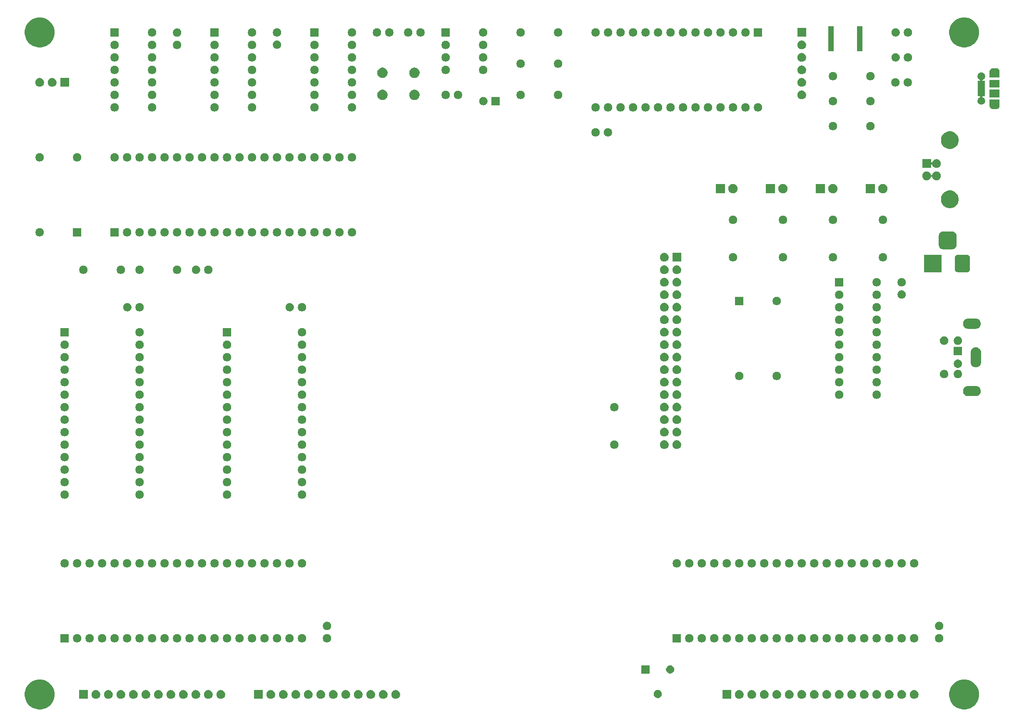
<source format=gbr>
G04 #@! TF.GenerationSoftware,KiCad,Pcbnew,(5.1.5)-3*
G04 #@! TF.CreationDate,2020-02-17T11:38:33+01:00*
G04 #@! TF.ProjectId,65C02_Computer,36354330-325f-4436-9f6d-70757465722e,rev?*
G04 #@! TF.SameCoordinates,Original*
G04 #@! TF.FileFunction,Soldermask,Top*
G04 #@! TF.FilePolarity,Negative*
%FSLAX46Y46*%
G04 Gerber Fmt 4.6, Leading zero omitted, Abs format (unit mm)*
G04 Created by KiCad (PCBNEW (5.1.5)-3) date 2020-02-17 11:38:33*
%MOMM*%
%LPD*%
G04 APERTURE LIST*
%ADD10C,0.100000*%
G04 APERTURE END LIST*
D10*
G36*
X214249943Y-159626248D02*
G01*
X214805189Y-159856238D01*
X214805190Y-159856239D01*
X215304899Y-160190134D01*
X215729866Y-160615101D01*
X215729867Y-160615103D01*
X216063762Y-161114811D01*
X216293752Y-161670057D01*
X216411000Y-162259501D01*
X216411000Y-162860499D01*
X216293752Y-163449943D01*
X216063762Y-164005189D01*
X216063761Y-164005190D01*
X215729866Y-164504899D01*
X215304899Y-164929866D01*
X215053347Y-165097948D01*
X214805189Y-165263762D01*
X214249943Y-165493752D01*
X213660499Y-165611000D01*
X213059501Y-165611000D01*
X212470057Y-165493752D01*
X211914811Y-165263762D01*
X211666653Y-165097948D01*
X211415101Y-164929866D01*
X210990134Y-164504899D01*
X210656239Y-164005190D01*
X210656238Y-164005189D01*
X210426248Y-163449943D01*
X210309000Y-162860499D01*
X210309000Y-162259501D01*
X210426248Y-161670057D01*
X210656238Y-161114811D01*
X210990133Y-160615103D01*
X210990134Y-160615101D01*
X211415101Y-160190134D01*
X211914810Y-159856239D01*
X211914811Y-159856238D01*
X212470057Y-159626248D01*
X213059501Y-159509000D01*
X213660499Y-159509000D01*
X214249943Y-159626248D01*
G37*
G36*
X26289943Y-159626248D02*
G01*
X26845189Y-159856238D01*
X26845190Y-159856239D01*
X27344899Y-160190134D01*
X27769866Y-160615101D01*
X27769867Y-160615103D01*
X28103762Y-161114811D01*
X28333752Y-161670057D01*
X28451000Y-162259501D01*
X28451000Y-162860499D01*
X28333752Y-163449943D01*
X28103762Y-164005189D01*
X28103761Y-164005190D01*
X27769866Y-164504899D01*
X27344899Y-164929866D01*
X27093347Y-165097948D01*
X26845189Y-165263762D01*
X26289943Y-165493752D01*
X25700499Y-165611000D01*
X25099501Y-165611000D01*
X24510057Y-165493752D01*
X23954811Y-165263762D01*
X23706653Y-165097948D01*
X23455101Y-164929866D01*
X23030134Y-164504899D01*
X22696239Y-164005190D01*
X22696238Y-164005189D01*
X22466248Y-163449943D01*
X22349000Y-162860499D01*
X22349000Y-162259501D01*
X22466248Y-161670057D01*
X22696238Y-161114811D01*
X23030133Y-160615103D01*
X23030134Y-160615101D01*
X23455101Y-160190134D01*
X23954810Y-159856239D01*
X23954811Y-159856238D01*
X24510057Y-159626248D01*
X25099501Y-159509000D01*
X25700499Y-159509000D01*
X26289943Y-159626248D01*
G37*
G36*
X42023512Y-161663927D02*
G01*
X42172812Y-161693624D01*
X42336784Y-161761544D01*
X42484354Y-161860147D01*
X42609853Y-161985646D01*
X42708456Y-162133216D01*
X42776376Y-162297188D01*
X42811000Y-162471259D01*
X42811000Y-162648741D01*
X42776376Y-162822812D01*
X42708456Y-162986784D01*
X42609853Y-163134354D01*
X42484354Y-163259853D01*
X42336784Y-163358456D01*
X42172812Y-163426376D01*
X42023512Y-163456073D01*
X41998742Y-163461000D01*
X41821258Y-163461000D01*
X41796488Y-163456073D01*
X41647188Y-163426376D01*
X41483216Y-163358456D01*
X41335646Y-163259853D01*
X41210147Y-163134354D01*
X41111544Y-162986784D01*
X41043624Y-162822812D01*
X41009000Y-162648741D01*
X41009000Y-162471259D01*
X41043624Y-162297188D01*
X41111544Y-162133216D01*
X41210147Y-161985646D01*
X41335646Y-161860147D01*
X41483216Y-161761544D01*
X41647188Y-161693624D01*
X41796488Y-161663927D01*
X41821258Y-161659000D01*
X41998742Y-161659000D01*
X42023512Y-161663927D01*
G37*
G36*
X97903512Y-161663927D02*
G01*
X98052812Y-161693624D01*
X98216784Y-161761544D01*
X98364354Y-161860147D01*
X98489853Y-161985646D01*
X98588456Y-162133216D01*
X98656376Y-162297188D01*
X98691000Y-162471259D01*
X98691000Y-162648741D01*
X98656376Y-162822812D01*
X98588456Y-162986784D01*
X98489853Y-163134354D01*
X98364354Y-163259853D01*
X98216784Y-163358456D01*
X98052812Y-163426376D01*
X97903512Y-163456073D01*
X97878742Y-163461000D01*
X97701258Y-163461000D01*
X97676488Y-163456073D01*
X97527188Y-163426376D01*
X97363216Y-163358456D01*
X97215646Y-163259853D01*
X97090147Y-163134354D01*
X96991544Y-162986784D01*
X96923624Y-162822812D01*
X96889000Y-162648741D01*
X96889000Y-162471259D01*
X96923624Y-162297188D01*
X96991544Y-162133216D01*
X97090147Y-161985646D01*
X97215646Y-161860147D01*
X97363216Y-161761544D01*
X97527188Y-161693624D01*
X97676488Y-161663927D01*
X97701258Y-161659000D01*
X97878742Y-161659000D01*
X97903512Y-161663927D01*
G37*
G36*
X36943512Y-161663927D02*
G01*
X37092812Y-161693624D01*
X37256784Y-161761544D01*
X37404354Y-161860147D01*
X37529853Y-161985646D01*
X37628456Y-162133216D01*
X37696376Y-162297188D01*
X37731000Y-162471259D01*
X37731000Y-162648741D01*
X37696376Y-162822812D01*
X37628456Y-162986784D01*
X37529853Y-163134354D01*
X37404354Y-163259853D01*
X37256784Y-163358456D01*
X37092812Y-163426376D01*
X36943512Y-163456073D01*
X36918742Y-163461000D01*
X36741258Y-163461000D01*
X36716488Y-163456073D01*
X36567188Y-163426376D01*
X36403216Y-163358456D01*
X36255646Y-163259853D01*
X36130147Y-163134354D01*
X36031544Y-162986784D01*
X35963624Y-162822812D01*
X35929000Y-162648741D01*
X35929000Y-162471259D01*
X35963624Y-162297188D01*
X36031544Y-162133216D01*
X36130147Y-161985646D01*
X36255646Y-161860147D01*
X36403216Y-161761544D01*
X36567188Y-161693624D01*
X36716488Y-161663927D01*
X36741258Y-161659000D01*
X36918742Y-161659000D01*
X36943512Y-161663927D01*
G37*
G36*
X62343512Y-161663927D02*
G01*
X62492812Y-161693624D01*
X62656784Y-161761544D01*
X62804354Y-161860147D01*
X62929853Y-161985646D01*
X63028456Y-162133216D01*
X63096376Y-162297188D01*
X63131000Y-162471259D01*
X63131000Y-162648741D01*
X63096376Y-162822812D01*
X63028456Y-162986784D01*
X62929853Y-163134354D01*
X62804354Y-163259853D01*
X62656784Y-163358456D01*
X62492812Y-163426376D01*
X62343512Y-163456073D01*
X62318742Y-163461000D01*
X62141258Y-163461000D01*
X62116488Y-163456073D01*
X61967188Y-163426376D01*
X61803216Y-163358456D01*
X61655646Y-163259853D01*
X61530147Y-163134354D01*
X61431544Y-162986784D01*
X61363624Y-162822812D01*
X61329000Y-162648741D01*
X61329000Y-162471259D01*
X61363624Y-162297188D01*
X61431544Y-162133216D01*
X61530147Y-161985646D01*
X61655646Y-161860147D01*
X61803216Y-161761544D01*
X61967188Y-161693624D01*
X62116488Y-161663927D01*
X62141258Y-161659000D01*
X62318742Y-161659000D01*
X62343512Y-161663927D01*
G37*
G36*
X59803512Y-161663927D02*
G01*
X59952812Y-161693624D01*
X60116784Y-161761544D01*
X60264354Y-161860147D01*
X60389853Y-161985646D01*
X60488456Y-162133216D01*
X60556376Y-162297188D01*
X60591000Y-162471259D01*
X60591000Y-162648741D01*
X60556376Y-162822812D01*
X60488456Y-162986784D01*
X60389853Y-163134354D01*
X60264354Y-163259853D01*
X60116784Y-163358456D01*
X59952812Y-163426376D01*
X59803512Y-163456073D01*
X59778742Y-163461000D01*
X59601258Y-163461000D01*
X59576488Y-163456073D01*
X59427188Y-163426376D01*
X59263216Y-163358456D01*
X59115646Y-163259853D01*
X58990147Y-163134354D01*
X58891544Y-162986784D01*
X58823624Y-162822812D01*
X58789000Y-162648741D01*
X58789000Y-162471259D01*
X58823624Y-162297188D01*
X58891544Y-162133216D01*
X58990147Y-161985646D01*
X59115646Y-161860147D01*
X59263216Y-161761544D01*
X59427188Y-161693624D01*
X59576488Y-161663927D01*
X59601258Y-161659000D01*
X59778742Y-161659000D01*
X59803512Y-161663927D01*
G37*
G36*
X57263512Y-161663927D02*
G01*
X57412812Y-161693624D01*
X57576784Y-161761544D01*
X57724354Y-161860147D01*
X57849853Y-161985646D01*
X57948456Y-162133216D01*
X58016376Y-162297188D01*
X58051000Y-162471259D01*
X58051000Y-162648741D01*
X58016376Y-162822812D01*
X57948456Y-162986784D01*
X57849853Y-163134354D01*
X57724354Y-163259853D01*
X57576784Y-163358456D01*
X57412812Y-163426376D01*
X57263512Y-163456073D01*
X57238742Y-163461000D01*
X57061258Y-163461000D01*
X57036488Y-163456073D01*
X56887188Y-163426376D01*
X56723216Y-163358456D01*
X56575646Y-163259853D01*
X56450147Y-163134354D01*
X56351544Y-162986784D01*
X56283624Y-162822812D01*
X56249000Y-162648741D01*
X56249000Y-162471259D01*
X56283624Y-162297188D01*
X56351544Y-162133216D01*
X56450147Y-161985646D01*
X56575646Y-161860147D01*
X56723216Y-161761544D01*
X56887188Y-161693624D01*
X57036488Y-161663927D01*
X57061258Y-161659000D01*
X57238742Y-161659000D01*
X57263512Y-161663927D01*
G37*
G36*
X54723512Y-161663927D02*
G01*
X54872812Y-161693624D01*
X55036784Y-161761544D01*
X55184354Y-161860147D01*
X55309853Y-161985646D01*
X55408456Y-162133216D01*
X55476376Y-162297188D01*
X55511000Y-162471259D01*
X55511000Y-162648741D01*
X55476376Y-162822812D01*
X55408456Y-162986784D01*
X55309853Y-163134354D01*
X55184354Y-163259853D01*
X55036784Y-163358456D01*
X54872812Y-163426376D01*
X54723512Y-163456073D01*
X54698742Y-163461000D01*
X54521258Y-163461000D01*
X54496488Y-163456073D01*
X54347188Y-163426376D01*
X54183216Y-163358456D01*
X54035646Y-163259853D01*
X53910147Y-163134354D01*
X53811544Y-162986784D01*
X53743624Y-162822812D01*
X53709000Y-162648741D01*
X53709000Y-162471259D01*
X53743624Y-162297188D01*
X53811544Y-162133216D01*
X53910147Y-161985646D01*
X54035646Y-161860147D01*
X54183216Y-161761544D01*
X54347188Y-161693624D01*
X54496488Y-161663927D01*
X54521258Y-161659000D01*
X54698742Y-161659000D01*
X54723512Y-161663927D01*
G37*
G36*
X52183512Y-161663927D02*
G01*
X52332812Y-161693624D01*
X52496784Y-161761544D01*
X52644354Y-161860147D01*
X52769853Y-161985646D01*
X52868456Y-162133216D01*
X52936376Y-162297188D01*
X52971000Y-162471259D01*
X52971000Y-162648741D01*
X52936376Y-162822812D01*
X52868456Y-162986784D01*
X52769853Y-163134354D01*
X52644354Y-163259853D01*
X52496784Y-163358456D01*
X52332812Y-163426376D01*
X52183512Y-163456073D01*
X52158742Y-163461000D01*
X51981258Y-163461000D01*
X51956488Y-163456073D01*
X51807188Y-163426376D01*
X51643216Y-163358456D01*
X51495646Y-163259853D01*
X51370147Y-163134354D01*
X51271544Y-162986784D01*
X51203624Y-162822812D01*
X51169000Y-162648741D01*
X51169000Y-162471259D01*
X51203624Y-162297188D01*
X51271544Y-162133216D01*
X51370147Y-161985646D01*
X51495646Y-161860147D01*
X51643216Y-161761544D01*
X51807188Y-161693624D01*
X51956488Y-161663927D01*
X51981258Y-161659000D01*
X52158742Y-161659000D01*
X52183512Y-161663927D01*
G37*
G36*
X49643512Y-161663927D02*
G01*
X49792812Y-161693624D01*
X49956784Y-161761544D01*
X50104354Y-161860147D01*
X50229853Y-161985646D01*
X50328456Y-162133216D01*
X50396376Y-162297188D01*
X50431000Y-162471259D01*
X50431000Y-162648741D01*
X50396376Y-162822812D01*
X50328456Y-162986784D01*
X50229853Y-163134354D01*
X50104354Y-163259853D01*
X49956784Y-163358456D01*
X49792812Y-163426376D01*
X49643512Y-163456073D01*
X49618742Y-163461000D01*
X49441258Y-163461000D01*
X49416488Y-163456073D01*
X49267188Y-163426376D01*
X49103216Y-163358456D01*
X48955646Y-163259853D01*
X48830147Y-163134354D01*
X48731544Y-162986784D01*
X48663624Y-162822812D01*
X48629000Y-162648741D01*
X48629000Y-162471259D01*
X48663624Y-162297188D01*
X48731544Y-162133216D01*
X48830147Y-161985646D01*
X48955646Y-161860147D01*
X49103216Y-161761544D01*
X49267188Y-161693624D01*
X49416488Y-161663927D01*
X49441258Y-161659000D01*
X49618742Y-161659000D01*
X49643512Y-161663927D01*
G37*
G36*
X47103512Y-161663927D02*
G01*
X47252812Y-161693624D01*
X47416784Y-161761544D01*
X47564354Y-161860147D01*
X47689853Y-161985646D01*
X47788456Y-162133216D01*
X47856376Y-162297188D01*
X47891000Y-162471259D01*
X47891000Y-162648741D01*
X47856376Y-162822812D01*
X47788456Y-162986784D01*
X47689853Y-163134354D01*
X47564354Y-163259853D01*
X47416784Y-163358456D01*
X47252812Y-163426376D01*
X47103512Y-163456073D01*
X47078742Y-163461000D01*
X46901258Y-163461000D01*
X46876488Y-163456073D01*
X46727188Y-163426376D01*
X46563216Y-163358456D01*
X46415646Y-163259853D01*
X46290147Y-163134354D01*
X46191544Y-162986784D01*
X46123624Y-162822812D01*
X46089000Y-162648741D01*
X46089000Y-162471259D01*
X46123624Y-162297188D01*
X46191544Y-162133216D01*
X46290147Y-161985646D01*
X46415646Y-161860147D01*
X46563216Y-161761544D01*
X46727188Y-161693624D01*
X46876488Y-161663927D01*
X46901258Y-161659000D01*
X47078742Y-161659000D01*
X47103512Y-161663927D01*
G37*
G36*
X44563512Y-161663927D02*
G01*
X44712812Y-161693624D01*
X44876784Y-161761544D01*
X45024354Y-161860147D01*
X45149853Y-161985646D01*
X45248456Y-162133216D01*
X45316376Y-162297188D01*
X45351000Y-162471259D01*
X45351000Y-162648741D01*
X45316376Y-162822812D01*
X45248456Y-162986784D01*
X45149853Y-163134354D01*
X45024354Y-163259853D01*
X44876784Y-163358456D01*
X44712812Y-163426376D01*
X44563512Y-163456073D01*
X44538742Y-163461000D01*
X44361258Y-163461000D01*
X44336488Y-163456073D01*
X44187188Y-163426376D01*
X44023216Y-163358456D01*
X43875646Y-163259853D01*
X43750147Y-163134354D01*
X43651544Y-162986784D01*
X43583624Y-162822812D01*
X43549000Y-162648741D01*
X43549000Y-162471259D01*
X43583624Y-162297188D01*
X43651544Y-162133216D01*
X43750147Y-161985646D01*
X43875646Y-161860147D01*
X44023216Y-161761544D01*
X44187188Y-161693624D01*
X44336488Y-161663927D01*
X44361258Y-161659000D01*
X44538742Y-161659000D01*
X44563512Y-161663927D01*
G37*
G36*
X185533512Y-161663927D02*
G01*
X185682812Y-161693624D01*
X185846784Y-161761544D01*
X185994354Y-161860147D01*
X186119853Y-161985646D01*
X186218456Y-162133216D01*
X186286376Y-162297188D01*
X186321000Y-162471259D01*
X186321000Y-162648741D01*
X186286376Y-162822812D01*
X186218456Y-162986784D01*
X186119853Y-163134354D01*
X185994354Y-163259853D01*
X185846784Y-163358456D01*
X185682812Y-163426376D01*
X185533512Y-163456073D01*
X185508742Y-163461000D01*
X185331258Y-163461000D01*
X185306488Y-163456073D01*
X185157188Y-163426376D01*
X184993216Y-163358456D01*
X184845646Y-163259853D01*
X184720147Y-163134354D01*
X184621544Y-162986784D01*
X184553624Y-162822812D01*
X184519000Y-162648741D01*
X184519000Y-162471259D01*
X184553624Y-162297188D01*
X184621544Y-162133216D01*
X184720147Y-161985646D01*
X184845646Y-161860147D01*
X184993216Y-161761544D01*
X185157188Y-161693624D01*
X185306488Y-161663927D01*
X185331258Y-161659000D01*
X185508742Y-161659000D01*
X185533512Y-161663927D01*
G37*
G36*
X39483512Y-161663927D02*
G01*
X39632812Y-161693624D01*
X39796784Y-161761544D01*
X39944354Y-161860147D01*
X40069853Y-161985646D01*
X40168456Y-162133216D01*
X40236376Y-162297188D01*
X40271000Y-162471259D01*
X40271000Y-162648741D01*
X40236376Y-162822812D01*
X40168456Y-162986784D01*
X40069853Y-163134354D01*
X39944354Y-163259853D01*
X39796784Y-163358456D01*
X39632812Y-163426376D01*
X39483512Y-163456073D01*
X39458742Y-163461000D01*
X39281258Y-163461000D01*
X39256488Y-163456073D01*
X39107188Y-163426376D01*
X38943216Y-163358456D01*
X38795646Y-163259853D01*
X38670147Y-163134354D01*
X38571544Y-162986784D01*
X38503624Y-162822812D01*
X38469000Y-162648741D01*
X38469000Y-162471259D01*
X38503624Y-162297188D01*
X38571544Y-162133216D01*
X38670147Y-161985646D01*
X38795646Y-161860147D01*
X38943216Y-161761544D01*
X39107188Y-161693624D01*
X39256488Y-161663927D01*
X39281258Y-161659000D01*
X39458742Y-161659000D01*
X39483512Y-161663927D01*
G37*
G36*
X195693512Y-161663927D02*
G01*
X195842812Y-161693624D01*
X196006784Y-161761544D01*
X196154354Y-161860147D01*
X196279853Y-161985646D01*
X196378456Y-162133216D01*
X196446376Y-162297188D01*
X196481000Y-162471259D01*
X196481000Y-162648741D01*
X196446376Y-162822812D01*
X196378456Y-162986784D01*
X196279853Y-163134354D01*
X196154354Y-163259853D01*
X196006784Y-163358456D01*
X195842812Y-163426376D01*
X195693512Y-163456073D01*
X195668742Y-163461000D01*
X195491258Y-163461000D01*
X195466488Y-163456073D01*
X195317188Y-163426376D01*
X195153216Y-163358456D01*
X195005646Y-163259853D01*
X194880147Y-163134354D01*
X194781544Y-162986784D01*
X194713624Y-162822812D01*
X194679000Y-162648741D01*
X194679000Y-162471259D01*
X194713624Y-162297188D01*
X194781544Y-162133216D01*
X194880147Y-161985646D01*
X195005646Y-161860147D01*
X195153216Y-161761544D01*
X195317188Y-161693624D01*
X195466488Y-161663927D01*
X195491258Y-161659000D01*
X195668742Y-161659000D01*
X195693512Y-161663927D01*
G37*
G36*
X35191000Y-163461000D02*
G01*
X33389000Y-163461000D01*
X33389000Y-161659000D01*
X35191000Y-161659000D01*
X35191000Y-163461000D01*
G37*
G36*
X203313512Y-161663927D02*
G01*
X203462812Y-161693624D01*
X203626784Y-161761544D01*
X203774354Y-161860147D01*
X203899853Y-161985646D01*
X203998456Y-162133216D01*
X204066376Y-162297188D01*
X204101000Y-162471259D01*
X204101000Y-162648741D01*
X204066376Y-162822812D01*
X203998456Y-162986784D01*
X203899853Y-163134354D01*
X203774354Y-163259853D01*
X203626784Y-163358456D01*
X203462812Y-163426376D01*
X203313512Y-163456073D01*
X203288742Y-163461000D01*
X203111258Y-163461000D01*
X203086488Y-163456073D01*
X202937188Y-163426376D01*
X202773216Y-163358456D01*
X202625646Y-163259853D01*
X202500147Y-163134354D01*
X202401544Y-162986784D01*
X202333624Y-162822812D01*
X202299000Y-162648741D01*
X202299000Y-162471259D01*
X202333624Y-162297188D01*
X202401544Y-162133216D01*
X202500147Y-161985646D01*
X202625646Y-161860147D01*
X202773216Y-161761544D01*
X202937188Y-161693624D01*
X203086488Y-161663927D01*
X203111258Y-161659000D01*
X203288742Y-161659000D01*
X203313512Y-161663927D01*
G37*
G36*
X200773512Y-161663927D02*
G01*
X200922812Y-161693624D01*
X201086784Y-161761544D01*
X201234354Y-161860147D01*
X201359853Y-161985646D01*
X201458456Y-162133216D01*
X201526376Y-162297188D01*
X201561000Y-162471259D01*
X201561000Y-162648741D01*
X201526376Y-162822812D01*
X201458456Y-162986784D01*
X201359853Y-163134354D01*
X201234354Y-163259853D01*
X201086784Y-163358456D01*
X200922812Y-163426376D01*
X200773512Y-163456073D01*
X200748742Y-163461000D01*
X200571258Y-163461000D01*
X200546488Y-163456073D01*
X200397188Y-163426376D01*
X200233216Y-163358456D01*
X200085646Y-163259853D01*
X199960147Y-163134354D01*
X199861544Y-162986784D01*
X199793624Y-162822812D01*
X199759000Y-162648741D01*
X199759000Y-162471259D01*
X199793624Y-162297188D01*
X199861544Y-162133216D01*
X199960147Y-161985646D01*
X200085646Y-161860147D01*
X200233216Y-161761544D01*
X200397188Y-161693624D01*
X200546488Y-161663927D01*
X200571258Y-161659000D01*
X200748742Y-161659000D01*
X200773512Y-161663927D01*
G37*
G36*
X198233512Y-161663927D02*
G01*
X198382812Y-161693624D01*
X198546784Y-161761544D01*
X198694354Y-161860147D01*
X198819853Y-161985646D01*
X198918456Y-162133216D01*
X198986376Y-162297188D01*
X199021000Y-162471259D01*
X199021000Y-162648741D01*
X198986376Y-162822812D01*
X198918456Y-162986784D01*
X198819853Y-163134354D01*
X198694354Y-163259853D01*
X198546784Y-163358456D01*
X198382812Y-163426376D01*
X198233512Y-163456073D01*
X198208742Y-163461000D01*
X198031258Y-163461000D01*
X198006488Y-163456073D01*
X197857188Y-163426376D01*
X197693216Y-163358456D01*
X197545646Y-163259853D01*
X197420147Y-163134354D01*
X197321544Y-162986784D01*
X197253624Y-162822812D01*
X197219000Y-162648741D01*
X197219000Y-162471259D01*
X197253624Y-162297188D01*
X197321544Y-162133216D01*
X197420147Y-161985646D01*
X197545646Y-161860147D01*
X197693216Y-161761544D01*
X197857188Y-161693624D01*
X198006488Y-161663927D01*
X198031258Y-161659000D01*
X198208742Y-161659000D01*
X198233512Y-161663927D01*
G37*
G36*
X193153512Y-161663927D02*
G01*
X193302812Y-161693624D01*
X193466784Y-161761544D01*
X193614354Y-161860147D01*
X193739853Y-161985646D01*
X193838456Y-162133216D01*
X193906376Y-162297188D01*
X193941000Y-162471259D01*
X193941000Y-162648741D01*
X193906376Y-162822812D01*
X193838456Y-162986784D01*
X193739853Y-163134354D01*
X193614354Y-163259853D01*
X193466784Y-163358456D01*
X193302812Y-163426376D01*
X193153512Y-163456073D01*
X193128742Y-163461000D01*
X192951258Y-163461000D01*
X192926488Y-163456073D01*
X192777188Y-163426376D01*
X192613216Y-163358456D01*
X192465646Y-163259853D01*
X192340147Y-163134354D01*
X192241544Y-162986784D01*
X192173624Y-162822812D01*
X192139000Y-162648741D01*
X192139000Y-162471259D01*
X192173624Y-162297188D01*
X192241544Y-162133216D01*
X192340147Y-161985646D01*
X192465646Y-161860147D01*
X192613216Y-161761544D01*
X192777188Y-161693624D01*
X192926488Y-161663927D01*
X192951258Y-161659000D01*
X193128742Y-161659000D01*
X193153512Y-161663927D01*
G37*
G36*
X190613512Y-161663927D02*
G01*
X190762812Y-161693624D01*
X190926784Y-161761544D01*
X191074354Y-161860147D01*
X191199853Y-161985646D01*
X191298456Y-162133216D01*
X191366376Y-162297188D01*
X191401000Y-162471259D01*
X191401000Y-162648741D01*
X191366376Y-162822812D01*
X191298456Y-162986784D01*
X191199853Y-163134354D01*
X191074354Y-163259853D01*
X190926784Y-163358456D01*
X190762812Y-163426376D01*
X190613512Y-163456073D01*
X190588742Y-163461000D01*
X190411258Y-163461000D01*
X190386488Y-163456073D01*
X190237188Y-163426376D01*
X190073216Y-163358456D01*
X189925646Y-163259853D01*
X189800147Y-163134354D01*
X189701544Y-162986784D01*
X189633624Y-162822812D01*
X189599000Y-162648741D01*
X189599000Y-162471259D01*
X189633624Y-162297188D01*
X189701544Y-162133216D01*
X189800147Y-161985646D01*
X189925646Y-161860147D01*
X190073216Y-161761544D01*
X190237188Y-161693624D01*
X190386488Y-161663927D01*
X190411258Y-161659000D01*
X190588742Y-161659000D01*
X190613512Y-161663927D01*
G37*
G36*
X72503512Y-161663927D02*
G01*
X72652812Y-161693624D01*
X72816784Y-161761544D01*
X72964354Y-161860147D01*
X73089853Y-161985646D01*
X73188456Y-162133216D01*
X73256376Y-162297188D01*
X73291000Y-162471259D01*
X73291000Y-162648741D01*
X73256376Y-162822812D01*
X73188456Y-162986784D01*
X73089853Y-163134354D01*
X72964354Y-163259853D01*
X72816784Y-163358456D01*
X72652812Y-163426376D01*
X72503512Y-163456073D01*
X72478742Y-163461000D01*
X72301258Y-163461000D01*
X72276488Y-163456073D01*
X72127188Y-163426376D01*
X71963216Y-163358456D01*
X71815646Y-163259853D01*
X71690147Y-163134354D01*
X71591544Y-162986784D01*
X71523624Y-162822812D01*
X71489000Y-162648741D01*
X71489000Y-162471259D01*
X71523624Y-162297188D01*
X71591544Y-162133216D01*
X71690147Y-161985646D01*
X71815646Y-161860147D01*
X71963216Y-161761544D01*
X72127188Y-161693624D01*
X72276488Y-161663927D01*
X72301258Y-161659000D01*
X72478742Y-161659000D01*
X72503512Y-161663927D01*
G37*
G36*
X70751000Y-163461000D02*
G01*
X68949000Y-163461000D01*
X68949000Y-161659000D01*
X70751000Y-161659000D01*
X70751000Y-163461000D01*
G37*
G36*
X95363512Y-161663927D02*
G01*
X95512812Y-161693624D01*
X95676784Y-161761544D01*
X95824354Y-161860147D01*
X95949853Y-161985646D01*
X96048456Y-162133216D01*
X96116376Y-162297188D01*
X96151000Y-162471259D01*
X96151000Y-162648741D01*
X96116376Y-162822812D01*
X96048456Y-162986784D01*
X95949853Y-163134354D01*
X95824354Y-163259853D01*
X95676784Y-163358456D01*
X95512812Y-163426376D01*
X95363512Y-163456073D01*
X95338742Y-163461000D01*
X95161258Y-163461000D01*
X95136488Y-163456073D01*
X94987188Y-163426376D01*
X94823216Y-163358456D01*
X94675646Y-163259853D01*
X94550147Y-163134354D01*
X94451544Y-162986784D01*
X94383624Y-162822812D01*
X94349000Y-162648741D01*
X94349000Y-162471259D01*
X94383624Y-162297188D01*
X94451544Y-162133216D01*
X94550147Y-161985646D01*
X94675646Y-161860147D01*
X94823216Y-161761544D01*
X94987188Y-161693624D01*
X95136488Y-161663927D01*
X95161258Y-161659000D01*
X95338742Y-161659000D01*
X95363512Y-161663927D01*
G37*
G36*
X182993512Y-161663927D02*
G01*
X183142812Y-161693624D01*
X183306784Y-161761544D01*
X183454354Y-161860147D01*
X183579853Y-161985646D01*
X183678456Y-162133216D01*
X183746376Y-162297188D01*
X183781000Y-162471259D01*
X183781000Y-162648741D01*
X183746376Y-162822812D01*
X183678456Y-162986784D01*
X183579853Y-163134354D01*
X183454354Y-163259853D01*
X183306784Y-163358456D01*
X183142812Y-163426376D01*
X182993512Y-163456073D01*
X182968742Y-163461000D01*
X182791258Y-163461000D01*
X182766488Y-163456073D01*
X182617188Y-163426376D01*
X182453216Y-163358456D01*
X182305646Y-163259853D01*
X182180147Y-163134354D01*
X182081544Y-162986784D01*
X182013624Y-162822812D01*
X181979000Y-162648741D01*
X181979000Y-162471259D01*
X182013624Y-162297188D01*
X182081544Y-162133216D01*
X182180147Y-161985646D01*
X182305646Y-161860147D01*
X182453216Y-161761544D01*
X182617188Y-161693624D01*
X182766488Y-161663927D01*
X182791258Y-161659000D01*
X182968742Y-161659000D01*
X182993512Y-161663927D01*
G37*
G36*
X180453512Y-161663927D02*
G01*
X180602812Y-161693624D01*
X180766784Y-161761544D01*
X180914354Y-161860147D01*
X181039853Y-161985646D01*
X181138456Y-162133216D01*
X181206376Y-162297188D01*
X181241000Y-162471259D01*
X181241000Y-162648741D01*
X181206376Y-162822812D01*
X181138456Y-162986784D01*
X181039853Y-163134354D01*
X180914354Y-163259853D01*
X180766784Y-163358456D01*
X180602812Y-163426376D01*
X180453512Y-163456073D01*
X180428742Y-163461000D01*
X180251258Y-163461000D01*
X180226488Y-163456073D01*
X180077188Y-163426376D01*
X179913216Y-163358456D01*
X179765646Y-163259853D01*
X179640147Y-163134354D01*
X179541544Y-162986784D01*
X179473624Y-162822812D01*
X179439000Y-162648741D01*
X179439000Y-162471259D01*
X179473624Y-162297188D01*
X179541544Y-162133216D01*
X179640147Y-161985646D01*
X179765646Y-161860147D01*
X179913216Y-161761544D01*
X180077188Y-161693624D01*
X180226488Y-161663927D01*
X180251258Y-161659000D01*
X180428742Y-161659000D01*
X180453512Y-161663927D01*
G37*
G36*
X177913512Y-161663927D02*
G01*
X178062812Y-161693624D01*
X178226784Y-161761544D01*
X178374354Y-161860147D01*
X178499853Y-161985646D01*
X178598456Y-162133216D01*
X178666376Y-162297188D01*
X178701000Y-162471259D01*
X178701000Y-162648741D01*
X178666376Y-162822812D01*
X178598456Y-162986784D01*
X178499853Y-163134354D01*
X178374354Y-163259853D01*
X178226784Y-163358456D01*
X178062812Y-163426376D01*
X177913512Y-163456073D01*
X177888742Y-163461000D01*
X177711258Y-163461000D01*
X177686488Y-163456073D01*
X177537188Y-163426376D01*
X177373216Y-163358456D01*
X177225646Y-163259853D01*
X177100147Y-163134354D01*
X177001544Y-162986784D01*
X176933624Y-162822812D01*
X176899000Y-162648741D01*
X176899000Y-162471259D01*
X176933624Y-162297188D01*
X177001544Y-162133216D01*
X177100147Y-161985646D01*
X177225646Y-161860147D01*
X177373216Y-161761544D01*
X177537188Y-161693624D01*
X177686488Y-161663927D01*
X177711258Y-161659000D01*
X177888742Y-161659000D01*
X177913512Y-161663927D01*
G37*
G36*
X175373512Y-161663927D02*
G01*
X175522812Y-161693624D01*
X175686784Y-161761544D01*
X175834354Y-161860147D01*
X175959853Y-161985646D01*
X176058456Y-162133216D01*
X176126376Y-162297188D01*
X176161000Y-162471259D01*
X176161000Y-162648741D01*
X176126376Y-162822812D01*
X176058456Y-162986784D01*
X175959853Y-163134354D01*
X175834354Y-163259853D01*
X175686784Y-163358456D01*
X175522812Y-163426376D01*
X175373512Y-163456073D01*
X175348742Y-163461000D01*
X175171258Y-163461000D01*
X175146488Y-163456073D01*
X174997188Y-163426376D01*
X174833216Y-163358456D01*
X174685646Y-163259853D01*
X174560147Y-163134354D01*
X174461544Y-162986784D01*
X174393624Y-162822812D01*
X174359000Y-162648741D01*
X174359000Y-162471259D01*
X174393624Y-162297188D01*
X174461544Y-162133216D01*
X174560147Y-161985646D01*
X174685646Y-161860147D01*
X174833216Y-161761544D01*
X174997188Y-161693624D01*
X175146488Y-161663927D01*
X175171258Y-161659000D01*
X175348742Y-161659000D01*
X175373512Y-161663927D01*
G37*
G36*
X172833512Y-161663927D02*
G01*
X172982812Y-161693624D01*
X173146784Y-161761544D01*
X173294354Y-161860147D01*
X173419853Y-161985646D01*
X173518456Y-162133216D01*
X173586376Y-162297188D01*
X173621000Y-162471259D01*
X173621000Y-162648741D01*
X173586376Y-162822812D01*
X173518456Y-162986784D01*
X173419853Y-163134354D01*
X173294354Y-163259853D01*
X173146784Y-163358456D01*
X172982812Y-163426376D01*
X172833512Y-163456073D01*
X172808742Y-163461000D01*
X172631258Y-163461000D01*
X172606488Y-163456073D01*
X172457188Y-163426376D01*
X172293216Y-163358456D01*
X172145646Y-163259853D01*
X172020147Y-163134354D01*
X171921544Y-162986784D01*
X171853624Y-162822812D01*
X171819000Y-162648741D01*
X171819000Y-162471259D01*
X171853624Y-162297188D01*
X171921544Y-162133216D01*
X172020147Y-161985646D01*
X172145646Y-161860147D01*
X172293216Y-161761544D01*
X172457188Y-161693624D01*
X172606488Y-161663927D01*
X172631258Y-161659000D01*
X172808742Y-161659000D01*
X172833512Y-161663927D01*
G37*
G36*
X170293512Y-161663927D02*
G01*
X170442812Y-161693624D01*
X170606784Y-161761544D01*
X170754354Y-161860147D01*
X170879853Y-161985646D01*
X170978456Y-162133216D01*
X171046376Y-162297188D01*
X171081000Y-162471259D01*
X171081000Y-162648741D01*
X171046376Y-162822812D01*
X170978456Y-162986784D01*
X170879853Y-163134354D01*
X170754354Y-163259853D01*
X170606784Y-163358456D01*
X170442812Y-163426376D01*
X170293512Y-163456073D01*
X170268742Y-163461000D01*
X170091258Y-163461000D01*
X170066488Y-163456073D01*
X169917188Y-163426376D01*
X169753216Y-163358456D01*
X169605646Y-163259853D01*
X169480147Y-163134354D01*
X169381544Y-162986784D01*
X169313624Y-162822812D01*
X169279000Y-162648741D01*
X169279000Y-162471259D01*
X169313624Y-162297188D01*
X169381544Y-162133216D01*
X169480147Y-161985646D01*
X169605646Y-161860147D01*
X169753216Y-161761544D01*
X169917188Y-161693624D01*
X170066488Y-161663927D01*
X170091258Y-161659000D01*
X170268742Y-161659000D01*
X170293512Y-161663927D01*
G37*
G36*
X167753512Y-161663927D02*
G01*
X167902812Y-161693624D01*
X168066784Y-161761544D01*
X168214354Y-161860147D01*
X168339853Y-161985646D01*
X168438456Y-162133216D01*
X168506376Y-162297188D01*
X168541000Y-162471259D01*
X168541000Y-162648741D01*
X168506376Y-162822812D01*
X168438456Y-162986784D01*
X168339853Y-163134354D01*
X168214354Y-163259853D01*
X168066784Y-163358456D01*
X167902812Y-163426376D01*
X167753512Y-163456073D01*
X167728742Y-163461000D01*
X167551258Y-163461000D01*
X167526488Y-163456073D01*
X167377188Y-163426376D01*
X167213216Y-163358456D01*
X167065646Y-163259853D01*
X166940147Y-163134354D01*
X166841544Y-162986784D01*
X166773624Y-162822812D01*
X166739000Y-162648741D01*
X166739000Y-162471259D01*
X166773624Y-162297188D01*
X166841544Y-162133216D01*
X166940147Y-161985646D01*
X167065646Y-161860147D01*
X167213216Y-161761544D01*
X167377188Y-161693624D01*
X167526488Y-161663927D01*
X167551258Y-161659000D01*
X167728742Y-161659000D01*
X167753512Y-161663927D01*
G37*
G36*
X166001000Y-163461000D02*
G01*
X164199000Y-163461000D01*
X164199000Y-161659000D01*
X166001000Y-161659000D01*
X166001000Y-163461000D01*
G37*
G36*
X188073512Y-161663927D02*
G01*
X188222812Y-161693624D01*
X188386784Y-161761544D01*
X188534354Y-161860147D01*
X188659853Y-161985646D01*
X188758456Y-162133216D01*
X188826376Y-162297188D01*
X188861000Y-162471259D01*
X188861000Y-162648741D01*
X188826376Y-162822812D01*
X188758456Y-162986784D01*
X188659853Y-163134354D01*
X188534354Y-163259853D01*
X188386784Y-163358456D01*
X188222812Y-163426376D01*
X188073512Y-163456073D01*
X188048742Y-163461000D01*
X187871258Y-163461000D01*
X187846488Y-163456073D01*
X187697188Y-163426376D01*
X187533216Y-163358456D01*
X187385646Y-163259853D01*
X187260147Y-163134354D01*
X187161544Y-162986784D01*
X187093624Y-162822812D01*
X187059000Y-162648741D01*
X187059000Y-162471259D01*
X187093624Y-162297188D01*
X187161544Y-162133216D01*
X187260147Y-161985646D01*
X187385646Y-161860147D01*
X187533216Y-161761544D01*
X187697188Y-161693624D01*
X187846488Y-161663927D01*
X187871258Y-161659000D01*
X188048742Y-161659000D01*
X188073512Y-161663927D01*
G37*
G36*
X75043512Y-161663927D02*
G01*
X75192812Y-161693624D01*
X75356784Y-161761544D01*
X75504354Y-161860147D01*
X75629853Y-161985646D01*
X75728456Y-162133216D01*
X75796376Y-162297188D01*
X75831000Y-162471259D01*
X75831000Y-162648741D01*
X75796376Y-162822812D01*
X75728456Y-162986784D01*
X75629853Y-163134354D01*
X75504354Y-163259853D01*
X75356784Y-163358456D01*
X75192812Y-163426376D01*
X75043512Y-163456073D01*
X75018742Y-163461000D01*
X74841258Y-163461000D01*
X74816488Y-163456073D01*
X74667188Y-163426376D01*
X74503216Y-163358456D01*
X74355646Y-163259853D01*
X74230147Y-163134354D01*
X74131544Y-162986784D01*
X74063624Y-162822812D01*
X74029000Y-162648741D01*
X74029000Y-162471259D01*
X74063624Y-162297188D01*
X74131544Y-162133216D01*
X74230147Y-161985646D01*
X74355646Y-161860147D01*
X74503216Y-161761544D01*
X74667188Y-161693624D01*
X74816488Y-161663927D01*
X74841258Y-161659000D01*
X75018742Y-161659000D01*
X75043512Y-161663927D01*
G37*
G36*
X77583512Y-161663927D02*
G01*
X77732812Y-161693624D01*
X77896784Y-161761544D01*
X78044354Y-161860147D01*
X78169853Y-161985646D01*
X78268456Y-162133216D01*
X78336376Y-162297188D01*
X78371000Y-162471259D01*
X78371000Y-162648741D01*
X78336376Y-162822812D01*
X78268456Y-162986784D01*
X78169853Y-163134354D01*
X78044354Y-163259853D01*
X77896784Y-163358456D01*
X77732812Y-163426376D01*
X77583512Y-163456073D01*
X77558742Y-163461000D01*
X77381258Y-163461000D01*
X77356488Y-163456073D01*
X77207188Y-163426376D01*
X77043216Y-163358456D01*
X76895646Y-163259853D01*
X76770147Y-163134354D01*
X76671544Y-162986784D01*
X76603624Y-162822812D01*
X76569000Y-162648741D01*
X76569000Y-162471259D01*
X76603624Y-162297188D01*
X76671544Y-162133216D01*
X76770147Y-161985646D01*
X76895646Y-161860147D01*
X77043216Y-161761544D01*
X77207188Y-161693624D01*
X77356488Y-161663927D01*
X77381258Y-161659000D01*
X77558742Y-161659000D01*
X77583512Y-161663927D01*
G37*
G36*
X80123512Y-161663927D02*
G01*
X80272812Y-161693624D01*
X80436784Y-161761544D01*
X80584354Y-161860147D01*
X80709853Y-161985646D01*
X80808456Y-162133216D01*
X80876376Y-162297188D01*
X80911000Y-162471259D01*
X80911000Y-162648741D01*
X80876376Y-162822812D01*
X80808456Y-162986784D01*
X80709853Y-163134354D01*
X80584354Y-163259853D01*
X80436784Y-163358456D01*
X80272812Y-163426376D01*
X80123512Y-163456073D01*
X80098742Y-163461000D01*
X79921258Y-163461000D01*
X79896488Y-163456073D01*
X79747188Y-163426376D01*
X79583216Y-163358456D01*
X79435646Y-163259853D01*
X79310147Y-163134354D01*
X79211544Y-162986784D01*
X79143624Y-162822812D01*
X79109000Y-162648741D01*
X79109000Y-162471259D01*
X79143624Y-162297188D01*
X79211544Y-162133216D01*
X79310147Y-161985646D01*
X79435646Y-161860147D01*
X79583216Y-161761544D01*
X79747188Y-161693624D01*
X79896488Y-161663927D01*
X79921258Y-161659000D01*
X80098742Y-161659000D01*
X80123512Y-161663927D01*
G37*
G36*
X82663512Y-161663927D02*
G01*
X82812812Y-161693624D01*
X82976784Y-161761544D01*
X83124354Y-161860147D01*
X83249853Y-161985646D01*
X83348456Y-162133216D01*
X83416376Y-162297188D01*
X83451000Y-162471259D01*
X83451000Y-162648741D01*
X83416376Y-162822812D01*
X83348456Y-162986784D01*
X83249853Y-163134354D01*
X83124354Y-163259853D01*
X82976784Y-163358456D01*
X82812812Y-163426376D01*
X82663512Y-163456073D01*
X82638742Y-163461000D01*
X82461258Y-163461000D01*
X82436488Y-163456073D01*
X82287188Y-163426376D01*
X82123216Y-163358456D01*
X81975646Y-163259853D01*
X81850147Y-163134354D01*
X81751544Y-162986784D01*
X81683624Y-162822812D01*
X81649000Y-162648741D01*
X81649000Y-162471259D01*
X81683624Y-162297188D01*
X81751544Y-162133216D01*
X81850147Y-161985646D01*
X81975646Y-161860147D01*
X82123216Y-161761544D01*
X82287188Y-161693624D01*
X82436488Y-161663927D01*
X82461258Y-161659000D01*
X82638742Y-161659000D01*
X82663512Y-161663927D01*
G37*
G36*
X85203512Y-161663927D02*
G01*
X85352812Y-161693624D01*
X85516784Y-161761544D01*
X85664354Y-161860147D01*
X85789853Y-161985646D01*
X85888456Y-162133216D01*
X85956376Y-162297188D01*
X85991000Y-162471259D01*
X85991000Y-162648741D01*
X85956376Y-162822812D01*
X85888456Y-162986784D01*
X85789853Y-163134354D01*
X85664354Y-163259853D01*
X85516784Y-163358456D01*
X85352812Y-163426376D01*
X85203512Y-163456073D01*
X85178742Y-163461000D01*
X85001258Y-163461000D01*
X84976488Y-163456073D01*
X84827188Y-163426376D01*
X84663216Y-163358456D01*
X84515646Y-163259853D01*
X84390147Y-163134354D01*
X84291544Y-162986784D01*
X84223624Y-162822812D01*
X84189000Y-162648741D01*
X84189000Y-162471259D01*
X84223624Y-162297188D01*
X84291544Y-162133216D01*
X84390147Y-161985646D01*
X84515646Y-161860147D01*
X84663216Y-161761544D01*
X84827188Y-161693624D01*
X84976488Y-161663927D01*
X85001258Y-161659000D01*
X85178742Y-161659000D01*
X85203512Y-161663927D01*
G37*
G36*
X87743512Y-161663927D02*
G01*
X87892812Y-161693624D01*
X88056784Y-161761544D01*
X88204354Y-161860147D01*
X88329853Y-161985646D01*
X88428456Y-162133216D01*
X88496376Y-162297188D01*
X88531000Y-162471259D01*
X88531000Y-162648741D01*
X88496376Y-162822812D01*
X88428456Y-162986784D01*
X88329853Y-163134354D01*
X88204354Y-163259853D01*
X88056784Y-163358456D01*
X87892812Y-163426376D01*
X87743512Y-163456073D01*
X87718742Y-163461000D01*
X87541258Y-163461000D01*
X87516488Y-163456073D01*
X87367188Y-163426376D01*
X87203216Y-163358456D01*
X87055646Y-163259853D01*
X86930147Y-163134354D01*
X86831544Y-162986784D01*
X86763624Y-162822812D01*
X86729000Y-162648741D01*
X86729000Y-162471259D01*
X86763624Y-162297188D01*
X86831544Y-162133216D01*
X86930147Y-161985646D01*
X87055646Y-161860147D01*
X87203216Y-161761544D01*
X87367188Y-161693624D01*
X87516488Y-161663927D01*
X87541258Y-161659000D01*
X87718742Y-161659000D01*
X87743512Y-161663927D01*
G37*
G36*
X90283512Y-161663927D02*
G01*
X90432812Y-161693624D01*
X90596784Y-161761544D01*
X90744354Y-161860147D01*
X90869853Y-161985646D01*
X90968456Y-162133216D01*
X91036376Y-162297188D01*
X91071000Y-162471259D01*
X91071000Y-162648741D01*
X91036376Y-162822812D01*
X90968456Y-162986784D01*
X90869853Y-163134354D01*
X90744354Y-163259853D01*
X90596784Y-163358456D01*
X90432812Y-163426376D01*
X90283512Y-163456073D01*
X90258742Y-163461000D01*
X90081258Y-163461000D01*
X90056488Y-163456073D01*
X89907188Y-163426376D01*
X89743216Y-163358456D01*
X89595646Y-163259853D01*
X89470147Y-163134354D01*
X89371544Y-162986784D01*
X89303624Y-162822812D01*
X89269000Y-162648741D01*
X89269000Y-162471259D01*
X89303624Y-162297188D01*
X89371544Y-162133216D01*
X89470147Y-161985646D01*
X89595646Y-161860147D01*
X89743216Y-161761544D01*
X89907188Y-161693624D01*
X90056488Y-161663927D01*
X90081258Y-161659000D01*
X90258742Y-161659000D01*
X90283512Y-161663927D01*
G37*
G36*
X92823512Y-161663927D02*
G01*
X92972812Y-161693624D01*
X93136784Y-161761544D01*
X93284354Y-161860147D01*
X93409853Y-161985646D01*
X93508456Y-162133216D01*
X93576376Y-162297188D01*
X93611000Y-162471259D01*
X93611000Y-162648741D01*
X93576376Y-162822812D01*
X93508456Y-162986784D01*
X93409853Y-163134354D01*
X93284354Y-163259853D01*
X93136784Y-163358456D01*
X92972812Y-163426376D01*
X92823512Y-163456073D01*
X92798742Y-163461000D01*
X92621258Y-163461000D01*
X92596488Y-163456073D01*
X92447188Y-163426376D01*
X92283216Y-163358456D01*
X92135646Y-163259853D01*
X92010147Y-163134354D01*
X91911544Y-162986784D01*
X91843624Y-162822812D01*
X91809000Y-162648741D01*
X91809000Y-162471259D01*
X91843624Y-162297188D01*
X91911544Y-162133216D01*
X92010147Y-161985646D01*
X92135646Y-161860147D01*
X92283216Y-161761544D01*
X92447188Y-161693624D01*
X92596488Y-161663927D01*
X92621258Y-161659000D01*
X92798742Y-161659000D01*
X92823512Y-161663927D01*
G37*
G36*
X151330935Y-161685742D02*
G01*
X151481258Y-161748008D01*
X151616545Y-161838404D01*
X151731596Y-161953455D01*
X151821992Y-162088742D01*
X151884258Y-162239065D01*
X151916000Y-162398646D01*
X151916000Y-162561354D01*
X151884258Y-162720935D01*
X151821992Y-162871258D01*
X151731596Y-163006545D01*
X151616545Y-163121596D01*
X151481258Y-163211992D01*
X151330935Y-163274258D01*
X151171354Y-163306000D01*
X151008646Y-163306000D01*
X150849065Y-163274258D01*
X150698742Y-163211992D01*
X150563455Y-163121596D01*
X150448404Y-163006545D01*
X150358008Y-162871258D01*
X150295742Y-162720935D01*
X150264000Y-162561354D01*
X150264000Y-162398646D01*
X150295742Y-162239065D01*
X150358008Y-162088742D01*
X150448404Y-161953455D01*
X150563455Y-161838404D01*
X150698742Y-161748008D01*
X150849065Y-161685742D01*
X151008646Y-161654000D01*
X151171354Y-161654000D01*
X151330935Y-161685742D01*
G37*
G36*
X153830935Y-156685742D02*
G01*
X153981258Y-156748008D01*
X154116545Y-156838404D01*
X154231596Y-156953455D01*
X154321992Y-157088742D01*
X154384258Y-157239065D01*
X154416000Y-157398646D01*
X154416000Y-157561354D01*
X154384258Y-157720935D01*
X154321992Y-157871258D01*
X154231596Y-158006545D01*
X154116545Y-158121596D01*
X153981258Y-158211992D01*
X153830935Y-158274258D01*
X153671354Y-158306000D01*
X153508646Y-158306000D01*
X153349065Y-158274258D01*
X153198742Y-158211992D01*
X153063455Y-158121596D01*
X152948404Y-158006545D01*
X152858008Y-157871258D01*
X152795742Y-157720935D01*
X152764000Y-157561354D01*
X152764000Y-157398646D01*
X152795742Y-157239065D01*
X152858008Y-157088742D01*
X152948404Y-156953455D01*
X153063455Y-156838404D01*
X153198742Y-156748008D01*
X153349065Y-156685742D01*
X153508646Y-156654000D01*
X153671354Y-156654000D01*
X153830935Y-156685742D01*
G37*
G36*
X149416000Y-158306000D02*
G01*
X147764000Y-158306000D01*
X147764000Y-156654000D01*
X149416000Y-156654000D01*
X149416000Y-158306000D01*
G37*
G36*
X180588228Y-150311703D02*
G01*
X180743100Y-150375853D01*
X180882481Y-150468985D01*
X181001015Y-150587519D01*
X181094147Y-150726900D01*
X181158297Y-150881772D01*
X181191000Y-151046184D01*
X181191000Y-151213816D01*
X181158297Y-151378228D01*
X181094147Y-151533100D01*
X181001015Y-151672481D01*
X180882481Y-151791015D01*
X180743100Y-151884147D01*
X180588228Y-151948297D01*
X180423816Y-151981000D01*
X180256184Y-151981000D01*
X180091772Y-151948297D01*
X179936900Y-151884147D01*
X179797519Y-151791015D01*
X179678985Y-151672481D01*
X179585853Y-151533100D01*
X179521703Y-151378228D01*
X179489000Y-151213816D01*
X179489000Y-151046184D01*
X179521703Y-150881772D01*
X179585853Y-150726900D01*
X179678985Y-150587519D01*
X179797519Y-150468985D01*
X179936900Y-150375853D01*
X180091772Y-150311703D01*
X180256184Y-150279000D01*
X180423816Y-150279000D01*
X180588228Y-150311703D01*
G37*
G36*
X76448228Y-150311703D02*
G01*
X76603100Y-150375853D01*
X76742481Y-150468985D01*
X76861015Y-150587519D01*
X76954147Y-150726900D01*
X77018297Y-150881772D01*
X77051000Y-151046184D01*
X77051000Y-151213816D01*
X77018297Y-151378228D01*
X76954147Y-151533100D01*
X76861015Y-151672481D01*
X76742481Y-151791015D01*
X76603100Y-151884147D01*
X76448228Y-151948297D01*
X76283816Y-151981000D01*
X76116184Y-151981000D01*
X75951772Y-151948297D01*
X75796900Y-151884147D01*
X75657519Y-151791015D01*
X75538985Y-151672481D01*
X75445853Y-151533100D01*
X75381703Y-151378228D01*
X75349000Y-151213816D01*
X75349000Y-151046184D01*
X75381703Y-150881772D01*
X75445853Y-150726900D01*
X75538985Y-150587519D01*
X75657519Y-150468985D01*
X75796900Y-150375853D01*
X75951772Y-150311703D01*
X76116184Y-150279000D01*
X76283816Y-150279000D01*
X76448228Y-150311703D01*
G37*
G36*
X78988228Y-150311703D02*
G01*
X79143100Y-150375853D01*
X79282481Y-150468985D01*
X79401015Y-150587519D01*
X79494147Y-150726900D01*
X79558297Y-150881772D01*
X79591000Y-151046184D01*
X79591000Y-151213816D01*
X79558297Y-151378228D01*
X79494147Y-151533100D01*
X79401015Y-151672481D01*
X79282481Y-151791015D01*
X79143100Y-151884147D01*
X78988228Y-151948297D01*
X78823816Y-151981000D01*
X78656184Y-151981000D01*
X78491772Y-151948297D01*
X78336900Y-151884147D01*
X78197519Y-151791015D01*
X78078985Y-151672481D01*
X77985853Y-151533100D01*
X77921703Y-151378228D01*
X77889000Y-151213816D01*
X77889000Y-151046184D01*
X77921703Y-150881772D01*
X77985853Y-150726900D01*
X78078985Y-150587519D01*
X78197519Y-150468985D01*
X78336900Y-150375853D01*
X78491772Y-150311703D01*
X78656184Y-150279000D01*
X78823816Y-150279000D01*
X78988228Y-150311703D01*
G37*
G36*
X178048228Y-150311703D02*
G01*
X178203100Y-150375853D01*
X178342481Y-150468985D01*
X178461015Y-150587519D01*
X178554147Y-150726900D01*
X178618297Y-150881772D01*
X178651000Y-151046184D01*
X178651000Y-151213816D01*
X178618297Y-151378228D01*
X178554147Y-151533100D01*
X178461015Y-151672481D01*
X178342481Y-151791015D01*
X178203100Y-151884147D01*
X178048228Y-151948297D01*
X177883816Y-151981000D01*
X177716184Y-151981000D01*
X177551772Y-151948297D01*
X177396900Y-151884147D01*
X177257519Y-151791015D01*
X177138985Y-151672481D01*
X177045853Y-151533100D01*
X176981703Y-151378228D01*
X176949000Y-151213816D01*
X176949000Y-151046184D01*
X176981703Y-150881772D01*
X177045853Y-150726900D01*
X177138985Y-150587519D01*
X177257519Y-150468985D01*
X177396900Y-150375853D01*
X177551772Y-150311703D01*
X177716184Y-150279000D01*
X177883816Y-150279000D01*
X178048228Y-150311703D01*
G37*
G36*
X200908228Y-150311703D02*
G01*
X201063100Y-150375853D01*
X201202481Y-150468985D01*
X201321015Y-150587519D01*
X201414147Y-150726900D01*
X201478297Y-150881772D01*
X201511000Y-151046184D01*
X201511000Y-151213816D01*
X201478297Y-151378228D01*
X201414147Y-151533100D01*
X201321015Y-151672481D01*
X201202481Y-151791015D01*
X201063100Y-151884147D01*
X200908228Y-151948297D01*
X200743816Y-151981000D01*
X200576184Y-151981000D01*
X200411772Y-151948297D01*
X200256900Y-151884147D01*
X200117519Y-151791015D01*
X199998985Y-151672481D01*
X199905853Y-151533100D01*
X199841703Y-151378228D01*
X199809000Y-151213816D01*
X199809000Y-151046184D01*
X199841703Y-150881772D01*
X199905853Y-150726900D01*
X199998985Y-150587519D01*
X200117519Y-150468985D01*
X200256900Y-150375853D01*
X200411772Y-150311703D01*
X200576184Y-150279000D01*
X200743816Y-150279000D01*
X200908228Y-150311703D01*
G37*
G36*
X195828228Y-150311703D02*
G01*
X195983100Y-150375853D01*
X196122481Y-150468985D01*
X196241015Y-150587519D01*
X196334147Y-150726900D01*
X196398297Y-150881772D01*
X196431000Y-151046184D01*
X196431000Y-151213816D01*
X196398297Y-151378228D01*
X196334147Y-151533100D01*
X196241015Y-151672481D01*
X196122481Y-151791015D01*
X195983100Y-151884147D01*
X195828228Y-151948297D01*
X195663816Y-151981000D01*
X195496184Y-151981000D01*
X195331772Y-151948297D01*
X195176900Y-151884147D01*
X195037519Y-151791015D01*
X194918985Y-151672481D01*
X194825853Y-151533100D01*
X194761703Y-151378228D01*
X194729000Y-151213816D01*
X194729000Y-151046184D01*
X194761703Y-150881772D01*
X194825853Y-150726900D01*
X194918985Y-150587519D01*
X195037519Y-150468985D01*
X195176900Y-150375853D01*
X195331772Y-150311703D01*
X195496184Y-150279000D01*
X195663816Y-150279000D01*
X195828228Y-150311703D01*
G37*
G36*
X193288228Y-150311703D02*
G01*
X193443100Y-150375853D01*
X193582481Y-150468985D01*
X193701015Y-150587519D01*
X193794147Y-150726900D01*
X193858297Y-150881772D01*
X193891000Y-151046184D01*
X193891000Y-151213816D01*
X193858297Y-151378228D01*
X193794147Y-151533100D01*
X193701015Y-151672481D01*
X193582481Y-151791015D01*
X193443100Y-151884147D01*
X193288228Y-151948297D01*
X193123816Y-151981000D01*
X192956184Y-151981000D01*
X192791772Y-151948297D01*
X192636900Y-151884147D01*
X192497519Y-151791015D01*
X192378985Y-151672481D01*
X192285853Y-151533100D01*
X192221703Y-151378228D01*
X192189000Y-151213816D01*
X192189000Y-151046184D01*
X192221703Y-150881772D01*
X192285853Y-150726900D01*
X192378985Y-150587519D01*
X192497519Y-150468985D01*
X192636900Y-150375853D01*
X192791772Y-150311703D01*
X192956184Y-150279000D01*
X193123816Y-150279000D01*
X193288228Y-150311703D01*
G37*
G36*
X190748228Y-150311703D02*
G01*
X190903100Y-150375853D01*
X191042481Y-150468985D01*
X191161015Y-150587519D01*
X191254147Y-150726900D01*
X191318297Y-150881772D01*
X191351000Y-151046184D01*
X191351000Y-151213816D01*
X191318297Y-151378228D01*
X191254147Y-151533100D01*
X191161015Y-151672481D01*
X191042481Y-151791015D01*
X190903100Y-151884147D01*
X190748228Y-151948297D01*
X190583816Y-151981000D01*
X190416184Y-151981000D01*
X190251772Y-151948297D01*
X190096900Y-151884147D01*
X189957519Y-151791015D01*
X189838985Y-151672481D01*
X189745853Y-151533100D01*
X189681703Y-151378228D01*
X189649000Y-151213816D01*
X189649000Y-151046184D01*
X189681703Y-150881772D01*
X189745853Y-150726900D01*
X189838985Y-150587519D01*
X189957519Y-150468985D01*
X190096900Y-150375853D01*
X190251772Y-150311703D01*
X190416184Y-150279000D01*
X190583816Y-150279000D01*
X190748228Y-150311703D01*
G37*
G36*
X188208228Y-150311703D02*
G01*
X188363100Y-150375853D01*
X188502481Y-150468985D01*
X188621015Y-150587519D01*
X188714147Y-150726900D01*
X188778297Y-150881772D01*
X188811000Y-151046184D01*
X188811000Y-151213816D01*
X188778297Y-151378228D01*
X188714147Y-151533100D01*
X188621015Y-151672481D01*
X188502481Y-151791015D01*
X188363100Y-151884147D01*
X188208228Y-151948297D01*
X188043816Y-151981000D01*
X187876184Y-151981000D01*
X187711772Y-151948297D01*
X187556900Y-151884147D01*
X187417519Y-151791015D01*
X187298985Y-151672481D01*
X187205853Y-151533100D01*
X187141703Y-151378228D01*
X187109000Y-151213816D01*
X187109000Y-151046184D01*
X187141703Y-150881772D01*
X187205853Y-150726900D01*
X187298985Y-150587519D01*
X187417519Y-150468985D01*
X187556900Y-150375853D01*
X187711772Y-150311703D01*
X187876184Y-150279000D01*
X188043816Y-150279000D01*
X188208228Y-150311703D01*
G37*
G36*
X185668228Y-150311703D02*
G01*
X185823100Y-150375853D01*
X185962481Y-150468985D01*
X186081015Y-150587519D01*
X186174147Y-150726900D01*
X186238297Y-150881772D01*
X186271000Y-151046184D01*
X186271000Y-151213816D01*
X186238297Y-151378228D01*
X186174147Y-151533100D01*
X186081015Y-151672481D01*
X185962481Y-151791015D01*
X185823100Y-151884147D01*
X185668228Y-151948297D01*
X185503816Y-151981000D01*
X185336184Y-151981000D01*
X185171772Y-151948297D01*
X185016900Y-151884147D01*
X184877519Y-151791015D01*
X184758985Y-151672481D01*
X184665853Y-151533100D01*
X184601703Y-151378228D01*
X184569000Y-151213816D01*
X184569000Y-151046184D01*
X184601703Y-150881772D01*
X184665853Y-150726900D01*
X184758985Y-150587519D01*
X184877519Y-150468985D01*
X185016900Y-150375853D01*
X185171772Y-150311703D01*
X185336184Y-150279000D01*
X185503816Y-150279000D01*
X185668228Y-150311703D01*
G37*
G36*
X183128228Y-150311703D02*
G01*
X183283100Y-150375853D01*
X183422481Y-150468985D01*
X183541015Y-150587519D01*
X183634147Y-150726900D01*
X183698297Y-150881772D01*
X183731000Y-151046184D01*
X183731000Y-151213816D01*
X183698297Y-151378228D01*
X183634147Y-151533100D01*
X183541015Y-151672481D01*
X183422481Y-151791015D01*
X183283100Y-151884147D01*
X183128228Y-151948297D01*
X182963816Y-151981000D01*
X182796184Y-151981000D01*
X182631772Y-151948297D01*
X182476900Y-151884147D01*
X182337519Y-151791015D01*
X182218985Y-151672481D01*
X182125853Y-151533100D01*
X182061703Y-151378228D01*
X182029000Y-151213816D01*
X182029000Y-151046184D01*
X182061703Y-150881772D01*
X182125853Y-150726900D01*
X182218985Y-150587519D01*
X182337519Y-150468985D01*
X182476900Y-150375853D01*
X182631772Y-150311703D01*
X182796184Y-150279000D01*
X182963816Y-150279000D01*
X183128228Y-150311703D01*
G37*
G36*
X175508228Y-150311703D02*
G01*
X175663100Y-150375853D01*
X175802481Y-150468985D01*
X175921015Y-150587519D01*
X176014147Y-150726900D01*
X176078297Y-150881772D01*
X176111000Y-151046184D01*
X176111000Y-151213816D01*
X176078297Y-151378228D01*
X176014147Y-151533100D01*
X175921015Y-151672481D01*
X175802481Y-151791015D01*
X175663100Y-151884147D01*
X175508228Y-151948297D01*
X175343816Y-151981000D01*
X175176184Y-151981000D01*
X175011772Y-151948297D01*
X174856900Y-151884147D01*
X174717519Y-151791015D01*
X174598985Y-151672481D01*
X174505853Y-151533100D01*
X174441703Y-151378228D01*
X174409000Y-151213816D01*
X174409000Y-151046184D01*
X174441703Y-150881772D01*
X174505853Y-150726900D01*
X174598985Y-150587519D01*
X174717519Y-150468985D01*
X174856900Y-150375853D01*
X175011772Y-150311703D01*
X175176184Y-150279000D01*
X175343816Y-150279000D01*
X175508228Y-150311703D01*
G37*
G36*
X172968228Y-150311703D02*
G01*
X173123100Y-150375853D01*
X173262481Y-150468985D01*
X173381015Y-150587519D01*
X173474147Y-150726900D01*
X173538297Y-150881772D01*
X173571000Y-151046184D01*
X173571000Y-151213816D01*
X173538297Y-151378228D01*
X173474147Y-151533100D01*
X173381015Y-151672481D01*
X173262481Y-151791015D01*
X173123100Y-151884147D01*
X172968228Y-151948297D01*
X172803816Y-151981000D01*
X172636184Y-151981000D01*
X172471772Y-151948297D01*
X172316900Y-151884147D01*
X172177519Y-151791015D01*
X172058985Y-151672481D01*
X171965853Y-151533100D01*
X171901703Y-151378228D01*
X171869000Y-151213816D01*
X171869000Y-151046184D01*
X171901703Y-150881772D01*
X171965853Y-150726900D01*
X172058985Y-150587519D01*
X172177519Y-150468985D01*
X172316900Y-150375853D01*
X172471772Y-150311703D01*
X172636184Y-150279000D01*
X172803816Y-150279000D01*
X172968228Y-150311703D01*
G37*
G36*
X170428228Y-150311703D02*
G01*
X170583100Y-150375853D01*
X170722481Y-150468985D01*
X170841015Y-150587519D01*
X170934147Y-150726900D01*
X170998297Y-150881772D01*
X171031000Y-151046184D01*
X171031000Y-151213816D01*
X170998297Y-151378228D01*
X170934147Y-151533100D01*
X170841015Y-151672481D01*
X170722481Y-151791015D01*
X170583100Y-151884147D01*
X170428228Y-151948297D01*
X170263816Y-151981000D01*
X170096184Y-151981000D01*
X169931772Y-151948297D01*
X169776900Y-151884147D01*
X169637519Y-151791015D01*
X169518985Y-151672481D01*
X169425853Y-151533100D01*
X169361703Y-151378228D01*
X169329000Y-151213816D01*
X169329000Y-151046184D01*
X169361703Y-150881772D01*
X169425853Y-150726900D01*
X169518985Y-150587519D01*
X169637519Y-150468985D01*
X169776900Y-150375853D01*
X169931772Y-150311703D01*
X170096184Y-150279000D01*
X170263816Y-150279000D01*
X170428228Y-150311703D01*
G37*
G36*
X167888228Y-150311703D02*
G01*
X168043100Y-150375853D01*
X168182481Y-150468985D01*
X168301015Y-150587519D01*
X168394147Y-150726900D01*
X168458297Y-150881772D01*
X168491000Y-151046184D01*
X168491000Y-151213816D01*
X168458297Y-151378228D01*
X168394147Y-151533100D01*
X168301015Y-151672481D01*
X168182481Y-151791015D01*
X168043100Y-151884147D01*
X167888228Y-151948297D01*
X167723816Y-151981000D01*
X167556184Y-151981000D01*
X167391772Y-151948297D01*
X167236900Y-151884147D01*
X167097519Y-151791015D01*
X166978985Y-151672481D01*
X166885853Y-151533100D01*
X166821703Y-151378228D01*
X166789000Y-151213816D01*
X166789000Y-151046184D01*
X166821703Y-150881772D01*
X166885853Y-150726900D01*
X166978985Y-150587519D01*
X167097519Y-150468985D01*
X167236900Y-150375853D01*
X167391772Y-150311703D01*
X167556184Y-150279000D01*
X167723816Y-150279000D01*
X167888228Y-150311703D01*
G37*
G36*
X165348228Y-150311703D02*
G01*
X165503100Y-150375853D01*
X165642481Y-150468985D01*
X165761015Y-150587519D01*
X165854147Y-150726900D01*
X165918297Y-150881772D01*
X165951000Y-151046184D01*
X165951000Y-151213816D01*
X165918297Y-151378228D01*
X165854147Y-151533100D01*
X165761015Y-151672481D01*
X165642481Y-151791015D01*
X165503100Y-151884147D01*
X165348228Y-151948297D01*
X165183816Y-151981000D01*
X165016184Y-151981000D01*
X164851772Y-151948297D01*
X164696900Y-151884147D01*
X164557519Y-151791015D01*
X164438985Y-151672481D01*
X164345853Y-151533100D01*
X164281703Y-151378228D01*
X164249000Y-151213816D01*
X164249000Y-151046184D01*
X164281703Y-150881772D01*
X164345853Y-150726900D01*
X164438985Y-150587519D01*
X164557519Y-150468985D01*
X164696900Y-150375853D01*
X164851772Y-150311703D01*
X165016184Y-150279000D01*
X165183816Y-150279000D01*
X165348228Y-150311703D01*
G37*
G36*
X162808228Y-150311703D02*
G01*
X162963100Y-150375853D01*
X163102481Y-150468985D01*
X163221015Y-150587519D01*
X163314147Y-150726900D01*
X163378297Y-150881772D01*
X163411000Y-151046184D01*
X163411000Y-151213816D01*
X163378297Y-151378228D01*
X163314147Y-151533100D01*
X163221015Y-151672481D01*
X163102481Y-151791015D01*
X162963100Y-151884147D01*
X162808228Y-151948297D01*
X162643816Y-151981000D01*
X162476184Y-151981000D01*
X162311772Y-151948297D01*
X162156900Y-151884147D01*
X162017519Y-151791015D01*
X161898985Y-151672481D01*
X161805853Y-151533100D01*
X161741703Y-151378228D01*
X161709000Y-151213816D01*
X161709000Y-151046184D01*
X161741703Y-150881772D01*
X161805853Y-150726900D01*
X161898985Y-150587519D01*
X162017519Y-150468985D01*
X162156900Y-150375853D01*
X162311772Y-150311703D01*
X162476184Y-150279000D01*
X162643816Y-150279000D01*
X162808228Y-150311703D01*
G37*
G36*
X160268228Y-150311703D02*
G01*
X160423100Y-150375853D01*
X160562481Y-150468985D01*
X160681015Y-150587519D01*
X160774147Y-150726900D01*
X160838297Y-150881772D01*
X160871000Y-151046184D01*
X160871000Y-151213816D01*
X160838297Y-151378228D01*
X160774147Y-151533100D01*
X160681015Y-151672481D01*
X160562481Y-151791015D01*
X160423100Y-151884147D01*
X160268228Y-151948297D01*
X160103816Y-151981000D01*
X159936184Y-151981000D01*
X159771772Y-151948297D01*
X159616900Y-151884147D01*
X159477519Y-151791015D01*
X159358985Y-151672481D01*
X159265853Y-151533100D01*
X159201703Y-151378228D01*
X159169000Y-151213816D01*
X159169000Y-151046184D01*
X159201703Y-150881772D01*
X159265853Y-150726900D01*
X159358985Y-150587519D01*
X159477519Y-150468985D01*
X159616900Y-150375853D01*
X159771772Y-150311703D01*
X159936184Y-150279000D01*
X160103816Y-150279000D01*
X160268228Y-150311703D01*
G37*
G36*
X157728228Y-150311703D02*
G01*
X157883100Y-150375853D01*
X158022481Y-150468985D01*
X158141015Y-150587519D01*
X158234147Y-150726900D01*
X158298297Y-150881772D01*
X158331000Y-151046184D01*
X158331000Y-151213816D01*
X158298297Y-151378228D01*
X158234147Y-151533100D01*
X158141015Y-151672481D01*
X158022481Y-151791015D01*
X157883100Y-151884147D01*
X157728228Y-151948297D01*
X157563816Y-151981000D01*
X157396184Y-151981000D01*
X157231772Y-151948297D01*
X157076900Y-151884147D01*
X156937519Y-151791015D01*
X156818985Y-151672481D01*
X156725853Y-151533100D01*
X156661703Y-151378228D01*
X156629000Y-151213816D01*
X156629000Y-151046184D01*
X156661703Y-150881772D01*
X156725853Y-150726900D01*
X156818985Y-150587519D01*
X156937519Y-150468985D01*
X157076900Y-150375853D01*
X157231772Y-150311703D01*
X157396184Y-150279000D01*
X157563816Y-150279000D01*
X157728228Y-150311703D01*
G37*
G36*
X155791000Y-151981000D02*
G01*
X154089000Y-151981000D01*
X154089000Y-150279000D01*
X155791000Y-150279000D01*
X155791000Y-151981000D01*
G37*
G36*
X45968228Y-150311703D02*
G01*
X46123100Y-150375853D01*
X46262481Y-150468985D01*
X46381015Y-150587519D01*
X46474147Y-150726900D01*
X46538297Y-150881772D01*
X46571000Y-151046184D01*
X46571000Y-151213816D01*
X46538297Y-151378228D01*
X46474147Y-151533100D01*
X46381015Y-151672481D01*
X46262481Y-151791015D01*
X46123100Y-151884147D01*
X45968228Y-151948297D01*
X45803816Y-151981000D01*
X45636184Y-151981000D01*
X45471772Y-151948297D01*
X45316900Y-151884147D01*
X45177519Y-151791015D01*
X45058985Y-151672481D01*
X44965853Y-151533100D01*
X44901703Y-151378228D01*
X44869000Y-151213816D01*
X44869000Y-151046184D01*
X44901703Y-150881772D01*
X44965853Y-150726900D01*
X45058985Y-150587519D01*
X45177519Y-150468985D01*
X45316900Y-150375853D01*
X45471772Y-150311703D01*
X45636184Y-150279000D01*
X45803816Y-150279000D01*
X45968228Y-150311703D01*
G37*
G36*
X198368228Y-150311703D02*
G01*
X198523100Y-150375853D01*
X198662481Y-150468985D01*
X198781015Y-150587519D01*
X198874147Y-150726900D01*
X198938297Y-150881772D01*
X198971000Y-151046184D01*
X198971000Y-151213816D01*
X198938297Y-151378228D01*
X198874147Y-151533100D01*
X198781015Y-151672481D01*
X198662481Y-151791015D01*
X198523100Y-151884147D01*
X198368228Y-151948297D01*
X198203816Y-151981000D01*
X198036184Y-151981000D01*
X197871772Y-151948297D01*
X197716900Y-151884147D01*
X197577519Y-151791015D01*
X197458985Y-151672481D01*
X197365853Y-151533100D01*
X197301703Y-151378228D01*
X197269000Y-151213816D01*
X197269000Y-151046184D01*
X197301703Y-150881772D01*
X197365853Y-150726900D01*
X197458985Y-150587519D01*
X197577519Y-150468985D01*
X197716900Y-150375853D01*
X197871772Y-150311703D01*
X198036184Y-150279000D01*
X198203816Y-150279000D01*
X198368228Y-150311703D01*
G37*
G36*
X73908228Y-150311703D02*
G01*
X74063100Y-150375853D01*
X74202481Y-150468985D01*
X74321015Y-150587519D01*
X74414147Y-150726900D01*
X74478297Y-150881772D01*
X74511000Y-151046184D01*
X74511000Y-151213816D01*
X74478297Y-151378228D01*
X74414147Y-151533100D01*
X74321015Y-151672481D01*
X74202481Y-151791015D01*
X74063100Y-151884147D01*
X73908228Y-151948297D01*
X73743816Y-151981000D01*
X73576184Y-151981000D01*
X73411772Y-151948297D01*
X73256900Y-151884147D01*
X73117519Y-151791015D01*
X72998985Y-151672481D01*
X72905853Y-151533100D01*
X72841703Y-151378228D01*
X72809000Y-151213816D01*
X72809000Y-151046184D01*
X72841703Y-150881772D01*
X72905853Y-150726900D01*
X72998985Y-150587519D01*
X73117519Y-150468985D01*
X73256900Y-150375853D01*
X73411772Y-150311703D01*
X73576184Y-150279000D01*
X73743816Y-150279000D01*
X73908228Y-150311703D01*
G37*
G36*
X208528228Y-150311703D02*
G01*
X208683100Y-150375853D01*
X208822481Y-150468985D01*
X208941015Y-150587519D01*
X209034147Y-150726900D01*
X209098297Y-150881772D01*
X209131000Y-151046184D01*
X209131000Y-151213816D01*
X209098297Y-151378228D01*
X209034147Y-151533100D01*
X208941015Y-151672481D01*
X208822481Y-151791015D01*
X208683100Y-151884147D01*
X208528228Y-151948297D01*
X208363816Y-151981000D01*
X208196184Y-151981000D01*
X208031772Y-151948297D01*
X207876900Y-151884147D01*
X207737519Y-151791015D01*
X207618985Y-151672481D01*
X207525853Y-151533100D01*
X207461703Y-151378228D01*
X207429000Y-151213816D01*
X207429000Y-151046184D01*
X207461703Y-150881772D01*
X207525853Y-150726900D01*
X207618985Y-150587519D01*
X207737519Y-150468985D01*
X207876900Y-150375853D01*
X208031772Y-150311703D01*
X208196184Y-150279000D01*
X208363816Y-150279000D01*
X208528228Y-150311703D01*
G37*
G36*
X203448228Y-150311703D02*
G01*
X203603100Y-150375853D01*
X203742481Y-150468985D01*
X203861015Y-150587519D01*
X203954147Y-150726900D01*
X204018297Y-150881772D01*
X204051000Y-151046184D01*
X204051000Y-151213816D01*
X204018297Y-151378228D01*
X203954147Y-151533100D01*
X203861015Y-151672481D01*
X203742481Y-151791015D01*
X203603100Y-151884147D01*
X203448228Y-151948297D01*
X203283816Y-151981000D01*
X203116184Y-151981000D01*
X202951772Y-151948297D01*
X202796900Y-151884147D01*
X202657519Y-151791015D01*
X202538985Y-151672481D01*
X202445853Y-151533100D01*
X202381703Y-151378228D01*
X202349000Y-151213816D01*
X202349000Y-151046184D01*
X202381703Y-150881772D01*
X202445853Y-150726900D01*
X202538985Y-150587519D01*
X202657519Y-150468985D01*
X202796900Y-150375853D01*
X202951772Y-150311703D01*
X203116184Y-150279000D01*
X203283816Y-150279000D01*
X203448228Y-150311703D01*
G37*
G36*
X84068228Y-150311703D02*
G01*
X84223100Y-150375853D01*
X84362481Y-150468985D01*
X84481015Y-150587519D01*
X84574147Y-150726900D01*
X84638297Y-150881772D01*
X84671000Y-151046184D01*
X84671000Y-151213816D01*
X84638297Y-151378228D01*
X84574147Y-151533100D01*
X84481015Y-151672481D01*
X84362481Y-151791015D01*
X84223100Y-151884147D01*
X84068228Y-151948297D01*
X83903816Y-151981000D01*
X83736184Y-151981000D01*
X83571772Y-151948297D01*
X83416900Y-151884147D01*
X83277519Y-151791015D01*
X83158985Y-151672481D01*
X83065853Y-151533100D01*
X83001703Y-151378228D01*
X82969000Y-151213816D01*
X82969000Y-151046184D01*
X83001703Y-150881772D01*
X83065853Y-150726900D01*
X83158985Y-150587519D01*
X83277519Y-150468985D01*
X83416900Y-150375853D01*
X83571772Y-150311703D01*
X83736184Y-150279000D01*
X83903816Y-150279000D01*
X84068228Y-150311703D01*
G37*
G36*
X56128228Y-150311703D02*
G01*
X56283100Y-150375853D01*
X56422481Y-150468985D01*
X56541015Y-150587519D01*
X56634147Y-150726900D01*
X56698297Y-150881772D01*
X56731000Y-151046184D01*
X56731000Y-151213816D01*
X56698297Y-151378228D01*
X56634147Y-151533100D01*
X56541015Y-151672481D01*
X56422481Y-151791015D01*
X56283100Y-151884147D01*
X56128228Y-151948297D01*
X55963816Y-151981000D01*
X55796184Y-151981000D01*
X55631772Y-151948297D01*
X55476900Y-151884147D01*
X55337519Y-151791015D01*
X55218985Y-151672481D01*
X55125853Y-151533100D01*
X55061703Y-151378228D01*
X55029000Y-151213816D01*
X55029000Y-151046184D01*
X55061703Y-150881772D01*
X55125853Y-150726900D01*
X55218985Y-150587519D01*
X55337519Y-150468985D01*
X55476900Y-150375853D01*
X55631772Y-150311703D01*
X55796184Y-150279000D01*
X55963816Y-150279000D01*
X56128228Y-150311703D01*
G37*
G36*
X33268228Y-150311703D02*
G01*
X33423100Y-150375853D01*
X33562481Y-150468985D01*
X33681015Y-150587519D01*
X33774147Y-150726900D01*
X33838297Y-150881772D01*
X33871000Y-151046184D01*
X33871000Y-151213816D01*
X33838297Y-151378228D01*
X33774147Y-151533100D01*
X33681015Y-151672481D01*
X33562481Y-151791015D01*
X33423100Y-151884147D01*
X33268228Y-151948297D01*
X33103816Y-151981000D01*
X32936184Y-151981000D01*
X32771772Y-151948297D01*
X32616900Y-151884147D01*
X32477519Y-151791015D01*
X32358985Y-151672481D01*
X32265853Y-151533100D01*
X32201703Y-151378228D01*
X32169000Y-151213816D01*
X32169000Y-151046184D01*
X32201703Y-150881772D01*
X32265853Y-150726900D01*
X32358985Y-150587519D01*
X32477519Y-150468985D01*
X32616900Y-150375853D01*
X32771772Y-150311703D01*
X32936184Y-150279000D01*
X33103816Y-150279000D01*
X33268228Y-150311703D01*
G37*
G36*
X35808228Y-150311703D02*
G01*
X35963100Y-150375853D01*
X36102481Y-150468985D01*
X36221015Y-150587519D01*
X36314147Y-150726900D01*
X36378297Y-150881772D01*
X36411000Y-151046184D01*
X36411000Y-151213816D01*
X36378297Y-151378228D01*
X36314147Y-151533100D01*
X36221015Y-151672481D01*
X36102481Y-151791015D01*
X35963100Y-151884147D01*
X35808228Y-151948297D01*
X35643816Y-151981000D01*
X35476184Y-151981000D01*
X35311772Y-151948297D01*
X35156900Y-151884147D01*
X35017519Y-151791015D01*
X34898985Y-151672481D01*
X34805853Y-151533100D01*
X34741703Y-151378228D01*
X34709000Y-151213816D01*
X34709000Y-151046184D01*
X34741703Y-150881772D01*
X34805853Y-150726900D01*
X34898985Y-150587519D01*
X35017519Y-150468985D01*
X35156900Y-150375853D01*
X35311772Y-150311703D01*
X35476184Y-150279000D01*
X35643816Y-150279000D01*
X35808228Y-150311703D01*
G37*
G36*
X38348228Y-150311703D02*
G01*
X38503100Y-150375853D01*
X38642481Y-150468985D01*
X38761015Y-150587519D01*
X38854147Y-150726900D01*
X38918297Y-150881772D01*
X38951000Y-151046184D01*
X38951000Y-151213816D01*
X38918297Y-151378228D01*
X38854147Y-151533100D01*
X38761015Y-151672481D01*
X38642481Y-151791015D01*
X38503100Y-151884147D01*
X38348228Y-151948297D01*
X38183816Y-151981000D01*
X38016184Y-151981000D01*
X37851772Y-151948297D01*
X37696900Y-151884147D01*
X37557519Y-151791015D01*
X37438985Y-151672481D01*
X37345853Y-151533100D01*
X37281703Y-151378228D01*
X37249000Y-151213816D01*
X37249000Y-151046184D01*
X37281703Y-150881772D01*
X37345853Y-150726900D01*
X37438985Y-150587519D01*
X37557519Y-150468985D01*
X37696900Y-150375853D01*
X37851772Y-150311703D01*
X38016184Y-150279000D01*
X38183816Y-150279000D01*
X38348228Y-150311703D01*
G37*
G36*
X40888228Y-150311703D02*
G01*
X41043100Y-150375853D01*
X41182481Y-150468985D01*
X41301015Y-150587519D01*
X41394147Y-150726900D01*
X41458297Y-150881772D01*
X41491000Y-151046184D01*
X41491000Y-151213816D01*
X41458297Y-151378228D01*
X41394147Y-151533100D01*
X41301015Y-151672481D01*
X41182481Y-151791015D01*
X41043100Y-151884147D01*
X40888228Y-151948297D01*
X40723816Y-151981000D01*
X40556184Y-151981000D01*
X40391772Y-151948297D01*
X40236900Y-151884147D01*
X40097519Y-151791015D01*
X39978985Y-151672481D01*
X39885853Y-151533100D01*
X39821703Y-151378228D01*
X39789000Y-151213816D01*
X39789000Y-151046184D01*
X39821703Y-150881772D01*
X39885853Y-150726900D01*
X39978985Y-150587519D01*
X40097519Y-150468985D01*
X40236900Y-150375853D01*
X40391772Y-150311703D01*
X40556184Y-150279000D01*
X40723816Y-150279000D01*
X40888228Y-150311703D01*
G37*
G36*
X43428228Y-150311703D02*
G01*
X43583100Y-150375853D01*
X43722481Y-150468985D01*
X43841015Y-150587519D01*
X43934147Y-150726900D01*
X43998297Y-150881772D01*
X44031000Y-151046184D01*
X44031000Y-151213816D01*
X43998297Y-151378228D01*
X43934147Y-151533100D01*
X43841015Y-151672481D01*
X43722481Y-151791015D01*
X43583100Y-151884147D01*
X43428228Y-151948297D01*
X43263816Y-151981000D01*
X43096184Y-151981000D01*
X42931772Y-151948297D01*
X42776900Y-151884147D01*
X42637519Y-151791015D01*
X42518985Y-151672481D01*
X42425853Y-151533100D01*
X42361703Y-151378228D01*
X42329000Y-151213816D01*
X42329000Y-151046184D01*
X42361703Y-150881772D01*
X42425853Y-150726900D01*
X42518985Y-150587519D01*
X42637519Y-150468985D01*
X42776900Y-150375853D01*
X42931772Y-150311703D01*
X43096184Y-150279000D01*
X43263816Y-150279000D01*
X43428228Y-150311703D01*
G37*
G36*
X48508228Y-150311703D02*
G01*
X48663100Y-150375853D01*
X48802481Y-150468985D01*
X48921015Y-150587519D01*
X49014147Y-150726900D01*
X49078297Y-150881772D01*
X49111000Y-151046184D01*
X49111000Y-151213816D01*
X49078297Y-151378228D01*
X49014147Y-151533100D01*
X48921015Y-151672481D01*
X48802481Y-151791015D01*
X48663100Y-151884147D01*
X48508228Y-151948297D01*
X48343816Y-151981000D01*
X48176184Y-151981000D01*
X48011772Y-151948297D01*
X47856900Y-151884147D01*
X47717519Y-151791015D01*
X47598985Y-151672481D01*
X47505853Y-151533100D01*
X47441703Y-151378228D01*
X47409000Y-151213816D01*
X47409000Y-151046184D01*
X47441703Y-150881772D01*
X47505853Y-150726900D01*
X47598985Y-150587519D01*
X47717519Y-150468985D01*
X47856900Y-150375853D01*
X48011772Y-150311703D01*
X48176184Y-150279000D01*
X48343816Y-150279000D01*
X48508228Y-150311703D01*
G37*
G36*
X51048228Y-150311703D02*
G01*
X51203100Y-150375853D01*
X51342481Y-150468985D01*
X51461015Y-150587519D01*
X51554147Y-150726900D01*
X51618297Y-150881772D01*
X51651000Y-151046184D01*
X51651000Y-151213816D01*
X51618297Y-151378228D01*
X51554147Y-151533100D01*
X51461015Y-151672481D01*
X51342481Y-151791015D01*
X51203100Y-151884147D01*
X51048228Y-151948297D01*
X50883816Y-151981000D01*
X50716184Y-151981000D01*
X50551772Y-151948297D01*
X50396900Y-151884147D01*
X50257519Y-151791015D01*
X50138985Y-151672481D01*
X50045853Y-151533100D01*
X49981703Y-151378228D01*
X49949000Y-151213816D01*
X49949000Y-151046184D01*
X49981703Y-150881772D01*
X50045853Y-150726900D01*
X50138985Y-150587519D01*
X50257519Y-150468985D01*
X50396900Y-150375853D01*
X50551772Y-150311703D01*
X50716184Y-150279000D01*
X50883816Y-150279000D01*
X51048228Y-150311703D01*
G37*
G36*
X53588228Y-150311703D02*
G01*
X53743100Y-150375853D01*
X53882481Y-150468985D01*
X54001015Y-150587519D01*
X54094147Y-150726900D01*
X54158297Y-150881772D01*
X54191000Y-151046184D01*
X54191000Y-151213816D01*
X54158297Y-151378228D01*
X54094147Y-151533100D01*
X54001015Y-151672481D01*
X53882481Y-151791015D01*
X53743100Y-151884147D01*
X53588228Y-151948297D01*
X53423816Y-151981000D01*
X53256184Y-151981000D01*
X53091772Y-151948297D01*
X52936900Y-151884147D01*
X52797519Y-151791015D01*
X52678985Y-151672481D01*
X52585853Y-151533100D01*
X52521703Y-151378228D01*
X52489000Y-151213816D01*
X52489000Y-151046184D01*
X52521703Y-150881772D01*
X52585853Y-150726900D01*
X52678985Y-150587519D01*
X52797519Y-150468985D01*
X52936900Y-150375853D01*
X53091772Y-150311703D01*
X53256184Y-150279000D01*
X53423816Y-150279000D01*
X53588228Y-150311703D01*
G37*
G36*
X31331000Y-151981000D02*
G01*
X29629000Y-151981000D01*
X29629000Y-150279000D01*
X31331000Y-150279000D01*
X31331000Y-151981000D01*
G37*
G36*
X58668228Y-150311703D02*
G01*
X58823100Y-150375853D01*
X58962481Y-150468985D01*
X59081015Y-150587519D01*
X59174147Y-150726900D01*
X59238297Y-150881772D01*
X59271000Y-151046184D01*
X59271000Y-151213816D01*
X59238297Y-151378228D01*
X59174147Y-151533100D01*
X59081015Y-151672481D01*
X58962481Y-151791015D01*
X58823100Y-151884147D01*
X58668228Y-151948297D01*
X58503816Y-151981000D01*
X58336184Y-151981000D01*
X58171772Y-151948297D01*
X58016900Y-151884147D01*
X57877519Y-151791015D01*
X57758985Y-151672481D01*
X57665853Y-151533100D01*
X57601703Y-151378228D01*
X57569000Y-151213816D01*
X57569000Y-151046184D01*
X57601703Y-150881772D01*
X57665853Y-150726900D01*
X57758985Y-150587519D01*
X57877519Y-150468985D01*
X58016900Y-150375853D01*
X58171772Y-150311703D01*
X58336184Y-150279000D01*
X58503816Y-150279000D01*
X58668228Y-150311703D01*
G37*
G36*
X61208228Y-150311703D02*
G01*
X61363100Y-150375853D01*
X61502481Y-150468985D01*
X61621015Y-150587519D01*
X61714147Y-150726900D01*
X61778297Y-150881772D01*
X61811000Y-151046184D01*
X61811000Y-151213816D01*
X61778297Y-151378228D01*
X61714147Y-151533100D01*
X61621015Y-151672481D01*
X61502481Y-151791015D01*
X61363100Y-151884147D01*
X61208228Y-151948297D01*
X61043816Y-151981000D01*
X60876184Y-151981000D01*
X60711772Y-151948297D01*
X60556900Y-151884147D01*
X60417519Y-151791015D01*
X60298985Y-151672481D01*
X60205853Y-151533100D01*
X60141703Y-151378228D01*
X60109000Y-151213816D01*
X60109000Y-151046184D01*
X60141703Y-150881772D01*
X60205853Y-150726900D01*
X60298985Y-150587519D01*
X60417519Y-150468985D01*
X60556900Y-150375853D01*
X60711772Y-150311703D01*
X60876184Y-150279000D01*
X61043816Y-150279000D01*
X61208228Y-150311703D01*
G37*
G36*
X63748228Y-150311703D02*
G01*
X63903100Y-150375853D01*
X64042481Y-150468985D01*
X64161015Y-150587519D01*
X64254147Y-150726900D01*
X64318297Y-150881772D01*
X64351000Y-151046184D01*
X64351000Y-151213816D01*
X64318297Y-151378228D01*
X64254147Y-151533100D01*
X64161015Y-151672481D01*
X64042481Y-151791015D01*
X63903100Y-151884147D01*
X63748228Y-151948297D01*
X63583816Y-151981000D01*
X63416184Y-151981000D01*
X63251772Y-151948297D01*
X63096900Y-151884147D01*
X62957519Y-151791015D01*
X62838985Y-151672481D01*
X62745853Y-151533100D01*
X62681703Y-151378228D01*
X62649000Y-151213816D01*
X62649000Y-151046184D01*
X62681703Y-150881772D01*
X62745853Y-150726900D01*
X62838985Y-150587519D01*
X62957519Y-150468985D01*
X63096900Y-150375853D01*
X63251772Y-150311703D01*
X63416184Y-150279000D01*
X63583816Y-150279000D01*
X63748228Y-150311703D01*
G37*
G36*
X66288228Y-150311703D02*
G01*
X66443100Y-150375853D01*
X66582481Y-150468985D01*
X66701015Y-150587519D01*
X66794147Y-150726900D01*
X66858297Y-150881772D01*
X66891000Y-151046184D01*
X66891000Y-151213816D01*
X66858297Y-151378228D01*
X66794147Y-151533100D01*
X66701015Y-151672481D01*
X66582481Y-151791015D01*
X66443100Y-151884147D01*
X66288228Y-151948297D01*
X66123816Y-151981000D01*
X65956184Y-151981000D01*
X65791772Y-151948297D01*
X65636900Y-151884147D01*
X65497519Y-151791015D01*
X65378985Y-151672481D01*
X65285853Y-151533100D01*
X65221703Y-151378228D01*
X65189000Y-151213816D01*
X65189000Y-151046184D01*
X65221703Y-150881772D01*
X65285853Y-150726900D01*
X65378985Y-150587519D01*
X65497519Y-150468985D01*
X65636900Y-150375853D01*
X65791772Y-150311703D01*
X65956184Y-150279000D01*
X66123816Y-150279000D01*
X66288228Y-150311703D01*
G37*
G36*
X68828228Y-150311703D02*
G01*
X68983100Y-150375853D01*
X69122481Y-150468985D01*
X69241015Y-150587519D01*
X69334147Y-150726900D01*
X69398297Y-150881772D01*
X69431000Y-151046184D01*
X69431000Y-151213816D01*
X69398297Y-151378228D01*
X69334147Y-151533100D01*
X69241015Y-151672481D01*
X69122481Y-151791015D01*
X68983100Y-151884147D01*
X68828228Y-151948297D01*
X68663816Y-151981000D01*
X68496184Y-151981000D01*
X68331772Y-151948297D01*
X68176900Y-151884147D01*
X68037519Y-151791015D01*
X67918985Y-151672481D01*
X67825853Y-151533100D01*
X67761703Y-151378228D01*
X67729000Y-151213816D01*
X67729000Y-151046184D01*
X67761703Y-150881772D01*
X67825853Y-150726900D01*
X67918985Y-150587519D01*
X68037519Y-150468985D01*
X68176900Y-150375853D01*
X68331772Y-150311703D01*
X68496184Y-150279000D01*
X68663816Y-150279000D01*
X68828228Y-150311703D01*
G37*
G36*
X71368228Y-150311703D02*
G01*
X71523100Y-150375853D01*
X71662481Y-150468985D01*
X71781015Y-150587519D01*
X71874147Y-150726900D01*
X71938297Y-150881772D01*
X71971000Y-151046184D01*
X71971000Y-151213816D01*
X71938297Y-151378228D01*
X71874147Y-151533100D01*
X71781015Y-151672481D01*
X71662481Y-151791015D01*
X71523100Y-151884147D01*
X71368228Y-151948297D01*
X71203816Y-151981000D01*
X71036184Y-151981000D01*
X70871772Y-151948297D01*
X70716900Y-151884147D01*
X70577519Y-151791015D01*
X70458985Y-151672481D01*
X70365853Y-151533100D01*
X70301703Y-151378228D01*
X70269000Y-151213816D01*
X70269000Y-151046184D01*
X70301703Y-150881772D01*
X70365853Y-150726900D01*
X70458985Y-150587519D01*
X70577519Y-150468985D01*
X70716900Y-150375853D01*
X70871772Y-150311703D01*
X71036184Y-150279000D01*
X71203816Y-150279000D01*
X71368228Y-150311703D01*
G37*
G36*
X208528228Y-147811703D02*
G01*
X208683100Y-147875853D01*
X208822481Y-147968985D01*
X208941015Y-148087519D01*
X209034147Y-148226900D01*
X209098297Y-148381772D01*
X209131000Y-148546184D01*
X209131000Y-148713816D01*
X209098297Y-148878228D01*
X209034147Y-149033100D01*
X208941015Y-149172481D01*
X208822481Y-149291015D01*
X208683100Y-149384147D01*
X208528228Y-149448297D01*
X208363816Y-149481000D01*
X208196184Y-149481000D01*
X208031772Y-149448297D01*
X207876900Y-149384147D01*
X207737519Y-149291015D01*
X207618985Y-149172481D01*
X207525853Y-149033100D01*
X207461703Y-148878228D01*
X207429000Y-148713816D01*
X207429000Y-148546184D01*
X207461703Y-148381772D01*
X207525853Y-148226900D01*
X207618985Y-148087519D01*
X207737519Y-147968985D01*
X207876900Y-147875853D01*
X208031772Y-147811703D01*
X208196184Y-147779000D01*
X208363816Y-147779000D01*
X208528228Y-147811703D01*
G37*
G36*
X84068228Y-147811703D02*
G01*
X84223100Y-147875853D01*
X84362481Y-147968985D01*
X84481015Y-148087519D01*
X84574147Y-148226900D01*
X84638297Y-148381772D01*
X84671000Y-148546184D01*
X84671000Y-148713816D01*
X84638297Y-148878228D01*
X84574147Y-149033100D01*
X84481015Y-149172481D01*
X84362481Y-149291015D01*
X84223100Y-149384147D01*
X84068228Y-149448297D01*
X83903816Y-149481000D01*
X83736184Y-149481000D01*
X83571772Y-149448297D01*
X83416900Y-149384147D01*
X83277519Y-149291015D01*
X83158985Y-149172481D01*
X83065853Y-149033100D01*
X83001703Y-148878228D01*
X82969000Y-148713816D01*
X82969000Y-148546184D01*
X83001703Y-148381772D01*
X83065853Y-148226900D01*
X83158985Y-148087519D01*
X83277519Y-147968985D01*
X83416900Y-147875853D01*
X83571772Y-147811703D01*
X83736184Y-147779000D01*
X83903816Y-147779000D01*
X84068228Y-147811703D01*
G37*
G36*
X51048228Y-135071703D02*
G01*
X51203100Y-135135853D01*
X51342481Y-135228985D01*
X51461015Y-135347519D01*
X51554147Y-135486900D01*
X51618297Y-135641772D01*
X51651000Y-135806184D01*
X51651000Y-135973816D01*
X51618297Y-136138228D01*
X51554147Y-136293100D01*
X51461015Y-136432481D01*
X51342481Y-136551015D01*
X51203100Y-136644147D01*
X51048228Y-136708297D01*
X50883816Y-136741000D01*
X50716184Y-136741000D01*
X50551772Y-136708297D01*
X50396900Y-136644147D01*
X50257519Y-136551015D01*
X50138985Y-136432481D01*
X50045853Y-136293100D01*
X49981703Y-136138228D01*
X49949000Y-135973816D01*
X49949000Y-135806184D01*
X49981703Y-135641772D01*
X50045853Y-135486900D01*
X50138985Y-135347519D01*
X50257519Y-135228985D01*
X50396900Y-135135853D01*
X50551772Y-135071703D01*
X50716184Y-135039000D01*
X50883816Y-135039000D01*
X51048228Y-135071703D01*
G37*
G36*
X180588228Y-135071703D02*
G01*
X180743100Y-135135853D01*
X180882481Y-135228985D01*
X181001015Y-135347519D01*
X181094147Y-135486900D01*
X181158297Y-135641772D01*
X181191000Y-135806184D01*
X181191000Y-135973816D01*
X181158297Y-136138228D01*
X181094147Y-136293100D01*
X181001015Y-136432481D01*
X180882481Y-136551015D01*
X180743100Y-136644147D01*
X180588228Y-136708297D01*
X180423816Y-136741000D01*
X180256184Y-136741000D01*
X180091772Y-136708297D01*
X179936900Y-136644147D01*
X179797519Y-136551015D01*
X179678985Y-136432481D01*
X179585853Y-136293100D01*
X179521703Y-136138228D01*
X179489000Y-135973816D01*
X179489000Y-135806184D01*
X179521703Y-135641772D01*
X179585853Y-135486900D01*
X179678985Y-135347519D01*
X179797519Y-135228985D01*
X179936900Y-135135853D01*
X180091772Y-135071703D01*
X180256184Y-135039000D01*
X180423816Y-135039000D01*
X180588228Y-135071703D01*
G37*
G36*
X63748228Y-135071703D02*
G01*
X63903100Y-135135853D01*
X64042481Y-135228985D01*
X64161015Y-135347519D01*
X64254147Y-135486900D01*
X64318297Y-135641772D01*
X64351000Y-135806184D01*
X64351000Y-135973816D01*
X64318297Y-136138228D01*
X64254147Y-136293100D01*
X64161015Y-136432481D01*
X64042481Y-136551015D01*
X63903100Y-136644147D01*
X63748228Y-136708297D01*
X63583816Y-136741000D01*
X63416184Y-136741000D01*
X63251772Y-136708297D01*
X63096900Y-136644147D01*
X62957519Y-136551015D01*
X62838985Y-136432481D01*
X62745853Y-136293100D01*
X62681703Y-136138228D01*
X62649000Y-135973816D01*
X62649000Y-135806184D01*
X62681703Y-135641772D01*
X62745853Y-135486900D01*
X62838985Y-135347519D01*
X62957519Y-135228985D01*
X63096900Y-135135853D01*
X63251772Y-135071703D01*
X63416184Y-135039000D01*
X63583816Y-135039000D01*
X63748228Y-135071703D01*
G37*
G36*
X71368228Y-135071703D02*
G01*
X71523100Y-135135853D01*
X71662481Y-135228985D01*
X71781015Y-135347519D01*
X71874147Y-135486900D01*
X71938297Y-135641772D01*
X71971000Y-135806184D01*
X71971000Y-135973816D01*
X71938297Y-136138228D01*
X71874147Y-136293100D01*
X71781015Y-136432481D01*
X71662481Y-136551015D01*
X71523100Y-136644147D01*
X71368228Y-136708297D01*
X71203816Y-136741000D01*
X71036184Y-136741000D01*
X70871772Y-136708297D01*
X70716900Y-136644147D01*
X70577519Y-136551015D01*
X70458985Y-136432481D01*
X70365853Y-136293100D01*
X70301703Y-136138228D01*
X70269000Y-135973816D01*
X70269000Y-135806184D01*
X70301703Y-135641772D01*
X70365853Y-135486900D01*
X70458985Y-135347519D01*
X70577519Y-135228985D01*
X70716900Y-135135853D01*
X70871772Y-135071703D01*
X71036184Y-135039000D01*
X71203816Y-135039000D01*
X71368228Y-135071703D01*
G37*
G36*
X183128228Y-135071703D02*
G01*
X183283100Y-135135853D01*
X183422481Y-135228985D01*
X183541015Y-135347519D01*
X183634147Y-135486900D01*
X183698297Y-135641772D01*
X183731000Y-135806184D01*
X183731000Y-135973816D01*
X183698297Y-136138228D01*
X183634147Y-136293100D01*
X183541015Y-136432481D01*
X183422481Y-136551015D01*
X183283100Y-136644147D01*
X183128228Y-136708297D01*
X182963816Y-136741000D01*
X182796184Y-136741000D01*
X182631772Y-136708297D01*
X182476900Y-136644147D01*
X182337519Y-136551015D01*
X182218985Y-136432481D01*
X182125853Y-136293100D01*
X182061703Y-136138228D01*
X182029000Y-135973816D01*
X182029000Y-135806184D01*
X182061703Y-135641772D01*
X182125853Y-135486900D01*
X182218985Y-135347519D01*
X182337519Y-135228985D01*
X182476900Y-135135853D01*
X182631772Y-135071703D01*
X182796184Y-135039000D01*
X182963816Y-135039000D01*
X183128228Y-135071703D01*
G37*
G36*
X66288228Y-135071703D02*
G01*
X66443100Y-135135853D01*
X66582481Y-135228985D01*
X66701015Y-135347519D01*
X66794147Y-135486900D01*
X66858297Y-135641772D01*
X66891000Y-135806184D01*
X66891000Y-135973816D01*
X66858297Y-136138228D01*
X66794147Y-136293100D01*
X66701015Y-136432481D01*
X66582481Y-136551015D01*
X66443100Y-136644147D01*
X66288228Y-136708297D01*
X66123816Y-136741000D01*
X65956184Y-136741000D01*
X65791772Y-136708297D01*
X65636900Y-136644147D01*
X65497519Y-136551015D01*
X65378985Y-136432481D01*
X65285853Y-136293100D01*
X65221703Y-136138228D01*
X65189000Y-135973816D01*
X65189000Y-135806184D01*
X65221703Y-135641772D01*
X65285853Y-135486900D01*
X65378985Y-135347519D01*
X65497519Y-135228985D01*
X65636900Y-135135853D01*
X65791772Y-135071703D01*
X65956184Y-135039000D01*
X66123816Y-135039000D01*
X66288228Y-135071703D01*
G37*
G36*
X185668228Y-135071703D02*
G01*
X185823100Y-135135853D01*
X185962481Y-135228985D01*
X186081015Y-135347519D01*
X186174147Y-135486900D01*
X186238297Y-135641772D01*
X186271000Y-135806184D01*
X186271000Y-135973816D01*
X186238297Y-136138228D01*
X186174147Y-136293100D01*
X186081015Y-136432481D01*
X185962481Y-136551015D01*
X185823100Y-136644147D01*
X185668228Y-136708297D01*
X185503816Y-136741000D01*
X185336184Y-136741000D01*
X185171772Y-136708297D01*
X185016900Y-136644147D01*
X184877519Y-136551015D01*
X184758985Y-136432481D01*
X184665853Y-136293100D01*
X184601703Y-136138228D01*
X184569000Y-135973816D01*
X184569000Y-135806184D01*
X184601703Y-135641772D01*
X184665853Y-135486900D01*
X184758985Y-135347519D01*
X184877519Y-135228985D01*
X185016900Y-135135853D01*
X185171772Y-135071703D01*
X185336184Y-135039000D01*
X185503816Y-135039000D01*
X185668228Y-135071703D01*
G37*
G36*
X193288228Y-135071703D02*
G01*
X193443100Y-135135853D01*
X193582481Y-135228985D01*
X193701015Y-135347519D01*
X193794147Y-135486900D01*
X193858297Y-135641772D01*
X193891000Y-135806184D01*
X193891000Y-135973816D01*
X193858297Y-136138228D01*
X193794147Y-136293100D01*
X193701015Y-136432481D01*
X193582481Y-136551015D01*
X193443100Y-136644147D01*
X193288228Y-136708297D01*
X193123816Y-136741000D01*
X192956184Y-136741000D01*
X192791772Y-136708297D01*
X192636900Y-136644147D01*
X192497519Y-136551015D01*
X192378985Y-136432481D01*
X192285853Y-136293100D01*
X192221703Y-136138228D01*
X192189000Y-135973816D01*
X192189000Y-135806184D01*
X192221703Y-135641772D01*
X192285853Y-135486900D01*
X192378985Y-135347519D01*
X192497519Y-135228985D01*
X192636900Y-135135853D01*
X192791772Y-135071703D01*
X192956184Y-135039000D01*
X193123816Y-135039000D01*
X193288228Y-135071703D01*
G37*
G36*
X188208228Y-135071703D02*
G01*
X188363100Y-135135853D01*
X188502481Y-135228985D01*
X188621015Y-135347519D01*
X188714147Y-135486900D01*
X188778297Y-135641772D01*
X188811000Y-135806184D01*
X188811000Y-135973816D01*
X188778297Y-136138228D01*
X188714147Y-136293100D01*
X188621015Y-136432481D01*
X188502481Y-136551015D01*
X188363100Y-136644147D01*
X188208228Y-136708297D01*
X188043816Y-136741000D01*
X187876184Y-136741000D01*
X187711772Y-136708297D01*
X187556900Y-136644147D01*
X187417519Y-136551015D01*
X187298985Y-136432481D01*
X187205853Y-136293100D01*
X187141703Y-136138228D01*
X187109000Y-135973816D01*
X187109000Y-135806184D01*
X187141703Y-135641772D01*
X187205853Y-135486900D01*
X187298985Y-135347519D01*
X187417519Y-135228985D01*
X187556900Y-135135853D01*
X187711772Y-135071703D01*
X187876184Y-135039000D01*
X188043816Y-135039000D01*
X188208228Y-135071703D01*
G37*
G36*
X68828228Y-135071703D02*
G01*
X68983100Y-135135853D01*
X69122481Y-135228985D01*
X69241015Y-135347519D01*
X69334147Y-135486900D01*
X69398297Y-135641772D01*
X69431000Y-135806184D01*
X69431000Y-135973816D01*
X69398297Y-136138228D01*
X69334147Y-136293100D01*
X69241015Y-136432481D01*
X69122481Y-136551015D01*
X68983100Y-136644147D01*
X68828228Y-136708297D01*
X68663816Y-136741000D01*
X68496184Y-136741000D01*
X68331772Y-136708297D01*
X68176900Y-136644147D01*
X68037519Y-136551015D01*
X67918985Y-136432481D01*
X67825853Y-136293100D01*
X67761703Y-136138228D01*
X67729000Y-135973816D01*
X67729000Y-135806184D01*
X67761703Y-135641772D01*
X67825853Y-135486900D01*
X67918985Y-135347519D01*
X68037519Y-135228985D01*
X68176900Y-135135853D01*
X68331772Y-135071703D01*
X68496184Y-135039000D01*
X68663816Y-135039000D01*
X68828228Y-135071703D01*
G37*
G36*
X45968228Y-135071703D02*
G01*
X46123100Y-135135853D01*
X46262481Y-135228985D01*
X46381015Y-135347519D01*
X46474147Y-135486900D01*
X46538297Y-135641772D01*
X46571000Y-135806184D01*
X46571000Y-135973816D01*
X46538297Y-136138228D01*
X46474147Y-136293100D01*
X46381015Y-136432481D01*
X46262481Y-136551015D01*
X46123100Y-136644147D01*
X45968228Y-136708297D01*
X45803816Y-136741000D01*
X45636184Y-136741000D01*
X45471772Y-136708297D01*
X45316900Y-136644147D01*
X45177519Y-136551015D01*
X45058985Y-136432481D01*
X44965853Y-136293100D01*
X44901703Y-136138228D01*
X44869000Y-135973816D01*
X44869000Y-135806184D01*
X44901703Y-135641772D01*
X44965853Y-135486900D01*
X45058985Y-135347519D01*
X45177519Y-135228985D01*
X45316900Y-135135853D01*
X45471772Y-135071703D01*
X45636184Y-135039000D01*
X45803816Y-135039000D01*
X45968228Y-135071703D01*
G37*
G36*
X48508228Y-135071703D02*
G01*
X48663100Y-135135853D01*
X48802481Y-135228985D01*
X48921015Y-135347519D01*
X49014147Y-135486900D01*
X49078297Y-135641772D01*
X49111000Y-135806184D01*
X49111000Y-135973816D01*
X49078297Y-136138228D01*
X49014147Y-136293100D01*
X48921015Y-136432481D01*
X48802481Y-136551015D01*
X48663100Y-136644147D01*
X48508228Y-136708297D01*
X48343816Y-136741000D01*
X48176184Y-136741000D01*
X48011772Y-136708297D01*
X47856900Y-136644147D01*
X47717519Y-136551015D01*
X47598985Y-136432481D01*
X47505853Y-136293100D01*
X47441703Y-136138228D01*
X47409000Y-135973816D01*
X47409000Y-135806184D01*
X47441703Y-135641772D01*
X47505853Y-135486900D01*
X47598985Y-135347519D01*
X47717519Y-135228985D01*
X47856900Y-135135853D01*
X48011772Y-135071703D01*
X48176184Y-135039000D01*
X48343816Y-135039000D01*
X48508228Y-135071703D01*
G37*
G36*
X155188228Y-135071703D02*
G01*
X155343100Y-135135853D01*
X155482481Y-135228985D01*
X155601015Y-135347519D01*
X155694147Y-135486900D01*
X155758297Y-135641772D01*
X155791000Y-135806184D01*
X155791000Y-135973816D01*
X155758297Y-136138228D01*
X155694147Y-136293100D01*
X155601015Y-136432481D01*
X155482481Y-136551015D01*
X155343100Y-136644147D01*
X155188228Y-136708297D01*
X155023816Y-136741000D01*
X154856184Y-136741000D01*
X154691772Y-136708297D01*
X154536900Y-136644147D01*
X154397519Y-136551015D01*
X154278985Y-136432481D01*
X154185853Y-136293100D01*
X154121703Y-136138228D01*
X154089000Y-135973816D01*
X154089000Y-135806184D01*
X154121703Y-135641772D01*
X154185853Y-135486900D01*
X154278985Y-135347519D01*
X154397519Y-135228985D01*
X154536900Y-135135853D01*
X154691772Y-135071703D01*
X154856184Y-135039000D01*
X155023816Y-135039000D01*
X155188228Y-135071703D01*
G37*
G36*
X43428228Y-135071703D02*
G01*
X43583100Y-135135853D01*
X43722481Y-135228985D01*
X43841015Y-135347519D01*
X43934147Y-135486900D01*
X43998297Y-135641772D01*
X44031000Y-135806184D01*
X44031000Y-135973816D01*
X43998297Y-136138228D01*
X43934147Y-136293100D01*
X43841015Y-136432481D01*
X43722481Y-136551015D01*
X43583100Y-136644147D01*
X43428228Y-136708297D01*
X43263816Y-136741000D01*
X43096184Y-136741000D01*
X42931772Y-136708297D01*
X42776900Y-136644147D01*
X42637519Y-136551015D01*
X42518985Y-136432481D01*
X42425853Y-136293100D01*
X42361703Y-136138228D01*
X42329000Y-135973816D01*
X42329000Y-135806184D01*
X42361703Y-135641772D01*
X42425853Y-135486900D01*
X42518985Y-135347519D01*
X42637519Y-135228985D01*
X42776900Y-135135853D01*
X42931772Y-135071703D01*
X43096184Y-135039000D01*
X43263816Y-135039000D01*
X43428228Y-135071703D01*
G37*
G36*
X40888228Y-135071703D02*
G01*
X41043100Y-135135853D01*
X41182481Y-135228985D01*
X41301015Y-135347519D01*
X41394147Y-135486900D01*
X41458297Y-135641772D01*
X41491000Y-135806184D01*
X41491000Y-135973816D01*
X41458297Y-136138228D01*
X41394147Y-136293100D01*
X41301015Y-136432481D01*
X41182481Y-136551015D01*
X41043100Y-136644147D01*
X40888228Y-136708297D01*
X40723816Y-136741000D01*
X40556184Y-136741000D01*
X40391772Y-136708297D01*
X40236900Y-136644147D01*
X40097519Y-136551015D01*
X39978985Y-136432481D01*
X39885853Y-136293100D01*
X39821703Y-136138228D01*
X39789000Y-135973816D01*
X39789000Y-135806184D01*
X39821703Y-135641772D01*
X39885853Y-135486900D01*
X39978985Y-135347519D01*
X40097519Y-135228985D01*
X40236900Y-135135853D01*
X40391772Y-135071703D01*
X40556184Y-135039000D01*
X40723816Y-135039000D01*
X40888228Y-135071703D01*
G37*
G36*
X38348228Y-135071703D02*
G01*
X38503100Y-135135853D01*
X38642481Y-135228985D01*
X38761015Y-135347519D01*
X38854147Y-135486900D01*
X38918297Y-135641772D01*
X38951000Y-135806184D01*
X38951000Y-135973816D01*
X38918297Y-136138228D01*
X38854147Y-136293100D01*
X38761015Y-136432481D01*
X38642481Y-136551015D01*
X38503100Y-136644147D01*
X38348228Y-136708297D01*
X38183816Y-136741000D01*
X38016184Y-136741000D01*
X37851772Y-136708297D01*
X37696900Y-136644147D01*
X37557519Y-136551015D01*
X37438985Y-136432481D01*
X37345853Y-136293100D01*
X37281703Y-136138228D01*
X37249000Y-135973816D01*
X37249000Y-135806184D01*
X37281703Y-135641772D01*
X37345853Y-135486900D01*
X37438985Y-135347519D01*
X37557519Y-135228985D01*
X37696900Y-135135853D01*
X37851772Y-135071703D01*
X38016184Y-135039000D01*
X38183816Y-135039000D01*
X38348228Y-135071703D01*
G37*
G36*
X35808228Y-135071703D02*
G01*
X35963100Y-135135853D01*
X36102481Y-135228985D01*
X36221015Y-135347519D01*
X36314147Y-135486900D01*
X36378297Y-135641772D01*
X36411000Y-135806184D01*
X36411000Y-135973816D01*
X36378297Y-136138228D01*
X36314147Y-136293100D01*
X36221015Y-136432481D01*
X36102481Y-136551015D01*
X35963100Y-136644147D01*
X35808228Y-136708297D01*
X35643816Y-136741000D01*
X35476184Y-136741000D01*
X35311772Y-136708297D01*
X35156900Y-136644147D01*
X35017519Y-136551015D01*
X34898985Y-136432481D01*
X34805853Y-136293100D01*
X34741703Y-136138228D01*
X34709000Y-135973816D01*
X34709000Y-135806184D01*
X34741703Y-135641772D01*
X34805853Y-135486900D01*
X34898985Y-135347519D01*
X35017519Y-135228985D01*
X35156900Y-135135853D01*
X35311772Y-135071703D01*
X35476184Y-135039000D01*
X35643816Y-135039000D01*
X35808228Y-135071703D01*
G37*
G36*
X33268228Y-135071703D02*
G01*
X33423100Y-135135853D01*
X33562481Y-135228985D01*
X33681015Y-135347519D01*
X33774147Y-135486900D01*
X33838297Y-135641772D01*
X33871000Y-135806184D01*
X33871000Y-135973816D01*
X33838297Y-136138228D01*
X33774147Y-136293100D01*
X33681015Y-136432481D01*
X33562481Y-136551015D01*
X33423100Y-136644147D01*
X33268228Y-136708297D01*
X33103816Y-136741000D01*
X32936184Y-136741000D01*
X32771772Y-136708297D01*
X32616900Y-136644147D01*
X32477519Y-136551015D01*
X32358985Y-136432481D01*
X32265853Y-136293100D01*
X32201703Y-136138228D01*
X32169000Y-135973816D01*
X32169000Y-135806184D01*
X32201703Y-135641772D01*
X32265853Y-135486900D01*
X32358985Y-135347519D01*
X32477519Y-135228985D01*
X32616900Y-135135853D01*
X32771772Y-135071703D01*
X32936184Y-135039000D01*
X33103816Y-135039000D01*
X33268228Y-135071703D01*
G37*
G36*
X30728228Y-135071703D02*
G01*
X30883100Y-135135853D01*
X31022481Y-135228985D01*
X31141015Y-135347519D01*
X31234147Y-135486900D01*
X31298297Y-135641772D01*
X31331000Y-135806184D01*
X31331000Y-135973816D01*
X31298297Y-136138228D01*
X31234147Y-136293100D01*
X31141015Y-136432481D01*
X31022481Y-136551015D01*
X30883100Y-136644147D01*
X30728228Y-136708297D01*
X30563816Y-136741000D01*
X30396184Y-136741000D01*
X30231772Y-136708297D01*
X30076900Y-136644147D01*
X29937519Y-136551015D01*
X29818985Y-136432481D01*
X29725853Y-136293100D01*
X29661703Y-136138228D01*
X29629000Y-135973816D01*
X29629000Y-135806184D01*
X29661703Y-135641772D01*
X29725853Y-135486900D01*
X29818985Y-135347519D01*
X29937519Y-135228985D01*
X30076900Y-135135853D01*
X30231772Y-135071703D01*
X30396184Y-135039000D01*
X30563816Y-135039000D01*
X30728228Y-135071703D01*
G37*
G36*
X157728228Y-135071703D02*
G01*
X157883100Y-135135853D01*
X158022481Y-135228985D01*
X158141015Y-135347519D01*
X158234147Y-135486900D01*
X158298297Y-135641772D01*
X158331000Y-135806184D01*
X158331000Y-135973816D01*
X158298297Y-136138228D01*
X158234147Y-136293100D01*
X158141015Y-136432481D01*
X158022481Y-136551015D01*
X157883100Y-136644147D01*
X157728228Y-136708297D01*
X157563816Y-136741000D01*
X157396184Y-136741000D01*
X157231772Y-136708297D01*
X157076900Y-136644147D01*
X156937519Y-136551015D01*
X156818985Y-136432481D01*
X156725853Y-136293100D01*
X156661703Y-136138228D01*
X156629000Y-135973816D01*
X156629000Y-135806184D01*
X156661703Y-135641772D01*
X156725853Y-135486900D01*
X156818985Y-135347519D01*
X156937519Y-135228985D01*
X157076900Y-135135853D01*
X157231772Y-135071703D01*
X157396184Y-135039000D01*
X157563816Y-135039000D01*
X157728228Y-135071703D01*
G37*
G36*
X178048228Y-135071703D02*
G01*
X178203100Y-135135853D01*
X178342481Y-135228985D01*
X178461015Y-135347519D01*
X178554147Y-135486900D01*
X178618297Y-135641772D01*
X178651000Y-135806184D01*
X178651000Y-135973816D01*
X178618297Y-136138228D01*
X178554147Y-136293100D01*
X178461015Y-136432481D01*
X178342481Y-136551015D01*
X178203100Y-136644147D01*
X178048228Y-136708297D01*
X177883816Y-136741000D01*
X177716184Y-136741000D01*
X177551772Y-136708297D01*
X177396900Y-136644147D01*
X177257519Y-136551015D01*
X177138985Y-136432481D01*
X177045853Y-136293100D01*
X176981703Y-136138228D01*
X176949000Y-135973816D01*
X176949000Y-135806184D01*
X176981703Y-135641772D01*
X177045853Y-135486900D01*
X177138985Y-135347519D01*
X177257519Y-135228985D01*
X177396900Y-135135853D01*
X177551772Y-135071703D01*
X177716184Y-135039000D01*
X177883816Y-135039000D01*
X178048228Y-135071703D01*
G37*
G36*
X195828228Y-135071703D02*
G01*
X195983100Y-135135853D01*
X196122481Y-135228985D01*
X196241015Y-135347519D01*
X196334147Y-135486900D01*
X196398297Y-135641772D01*
X196431000Y-135806184D01*
X196431000Y-135973816D01*
X196398297Y-136138228D01*
X196334147Y-136293100D01*
X196241015Y-136432481D01*
X196122481Y-136551015D01*
X195983100Y-136644147D01*
X195828228Y-136708297D01*
X195663816Y-136741000D01*
X195496184Y-136741000D01*
X195331772Y-136708297D01*
X195176900Y-136644147D01*
X195037519Y-136551015D01*
X194918985Y-136432481D01*
X194825853Y-136293100D01*
X194761703Y-136138228D01*
X194729000Y-135973816D01*
X194729000Y-135806184D01*
X194761703Y-135641772D01*
X194825853Y-135486900D01*
X194918985Y-135347519D01*
X195037519Y-135228985D01*
X195176900Y-135135853D01*
X195331772Y-135071703D01*
X195496184Y-135039000D01*
X195663816Y-135039000D01*
X195828228Y-135071703D01*
G37*
G36*
X172968228Y-135071703D02*
G01*
X173123100Y-135135853D01*
X173262481Y-135228985D01*
X173381015Y-135347519D01*
X173474147Y-135486900D01*
X173538297Y-135641772D01*
X173571000Y-135806184D01*
X173571000Y-135973816D01*
X173538297Y-136138228D01*
X173474147Y-136293100D01*
X173381015Y-136432481D01*
X173262481Y-136551015D01*
X173123100Y-136644147D01*
X172968228Y-136708297D01*
X172803816Y-136741000D01*
X172636184Y-136741000D01*
X172471772Y-136708297D01*
X172316900Y-136644147D01*
X172177519Y-136551015D01*
X172058985Y-136432481D01*
X171965853Y-136293100D01*
X171901703Y-136138228D01*
X171869000Y-135973816D01*
X171869000Y-135806184D01*
X171901703Y-135641772D01*
X171965853Y-135486900D01*
X172058985Y-135347519D01*
X172177519Y-135228985D01*
X172316900Y-135135853D01*
X172471772Y-135071703D01*
X172636184Y-135039000D01*
X172803816Y-135039000D01*
X172968228Y-135071703D01*
G37*
G36*
X76448228Y-135071703D02*
G01*
X76603100Y-135135853D01*
X76742481Y-135228985D01*
X76861015Y-135347519D01*
X76954147Y-135486900D01*
X77018297Y-135641772D01*
X77051000Y-135806184D01*
X77051000Y-135973816D01*
X77018297Y-136138228D01*
X76954147Y-136293100D01*
X76861015Y-136432481D01*
X76742481Y-136551015D01*
X76603100Y-136644147D01*
X76448228Y-136708297D01*
X76283816Y-136741000D01*
X76116184Y-136741000D01*
X75951772Y-136708297D01*
X75796900Y-136644147D01*
X75657519Y-136551015D01*
X75538985Y-136432481D01*
X75445853Y-136293100D01*
X75381703Y-136138228D01*
X75349000Y-135973816D01*
X75349000Y-135806184D01*
X75381703Y-135641772D01*
X75445853Y-135486900D01*
X75538985Y-135347519D01*
X75657519Y-135228985D01*
X75796900Y-135135853D01*
X75951772Y-135071703D01*
X76116184Y-135039000D01*
X76283816Y-135039000D01*
X76448228Y-135071703D01*
G37*
G36*
X53588228Y-135071703D02*
G01*
X53743100Y-135135853D01*
X53882481Y-135228985D01*
X54001015Y-135347519D01*
X54094147Y-135486900D01*
X54158297Y-135641772D01*
X54191000Y-135806184D01*
X54191000Y-135973816D01*
X54158297Y-136138228D01*
X54094147Y-136293100D01*
X54001015Y-136432481D01*
X53882481Y-136551015D01*
X53743100Y-136644147D01*
X53588228Y-136708297D01*
X53423816Y-136741000D01*
X53256184Y-136741000D01*
X53091772Y-136708297D01*
X52936900Y-136644147D01*
X52797519Y-136551015D01*
X52678985Y-136432481D01*
X52585853Y-136293100D01*
X52521703Y-136138228D01*
X52489000Y-135973816D01*
X52489000Y-135806184D01*
X52521703Y-135641772D01*
X52585853Y-135486900D01*
X52678985Y-135347519D01*
X52797519Y-135228985D01*
X52936900Y-135135853D01*
X53091772Y-135071703D01*
X53256184Y-135039000D01*
X53423816Y-135039000D01*
X53588228Y-135071703D01*
G37*
G36*
X160268228Y-135071703D02*
G01*
X160423100Y-135135853D01*
X160562481Y-135228985D01*
X160681015Y-135347519D01*
X160774147Y-135486900D01*
X160838297Y-135641772D01*
X160871000Y-135806184D01*
X160871000Y-135973816D01*
X160838297Y-136138228D01*
X160774147Y-136293100D01*
X160681015Y-136432481D01*
X160562481Y-136551015D01*
X160423100Y-136644147D01*
X160268228Y-136708297D01*
X160103816Y-136741000D01*
X159936184Y-136741000D01*
X159771772Y-136708297D01*
X159616900Y-136644147D01*
X159477519Y-136551015D01*
X159358985Y-136432481D01*
X159265853Y-136293100D01*
X159201703Y-136138228D01*
X159169000Y-135973816D01*
X159169000Y-135806184D01*
X159201703Y-135641772D01*
X159265853Y-135486900D01*
X159358985Y-135347519D01*
X159477519Y-135228985D01*
X159616900Y-135135853D01*
X159771772Y-135071703D01*
X159936184Y-135039000D01*
X160103816Y-135039000D01*
X160268228Y-135071703D01*
G37*
G36*
X56128228Y-135071703D02*
G01*
X56283100Y-135135853D01*
X56422481Y-135228985D01*
X56541015Y-135347519D01*
X56634147Y-135486900D01*
X56698297Y-135641772D01*
X56731000Y-135806184D01*
X56731000Y-135973816D01*
X56698297Y-136138228D01*
X56634147Y-136293100D01*
X56541015Y-136432481D01*
X56422481Y-136551015D01*
X56283100Y-136644147D01*
X56128228Y-136708297D01*
X55963816Y-136741000D01*
X55796184Y-136741000D01*
X55631772Y-136708297D01*
X55476900Y-136644147D01*
X55337519Y-136551015D01*
X55218985Y-136432481D01*
X55125853Y-136293100D01*
X55061703Y-136138228D01*
X55029000Y-135973816D01*
X55029000Y-135806184D01*
X55061703Y-135641772D01*
X55125853Y-135486900D01*
X55218985Y-135347519D01*
X55337519Y-135228985D01*
X55476900Y-135135853D01*
X55631772Y-135071703D01*
X55796184Y-135039000D01*
X55963816Y-135039000D01*
X56128228Y-135071703D01*
G37*
G36*
X78988228Y-135071703D02*
G01*
X79143100Y-135135853D01*
X79282481Y-135228985D01*
X79401015Y-135347519D01*
X79494147Y-135486900D01*
X79558297Y-135641772D01*
X79591000Y-135806184D01*
X79591000Y-135973816D01*
X79558297Y-136138228D01*
X79494147Y-136293100D01*
X79401015Y-136432481D01*
X79282481Y-136551015D01*
X79143100Y-136644147D01*
X78988228Y-136708297D01*
X78823816Y-136741000D01*
X78656184Y-136741000D01*
X78491772Y-136708297D01*
X78336900Y-136644147D01*
X78197519Y-136551015D01*
X78078985Y-136432481D01*
X77985853Y-136293100D01*
X77921703Y-136138228D01*
X77889000Y-135973816D01*
X77889000Y-135806184D01*
X77921703Y-135641772D01*
X77985853Y-135486900D01*
X78078985Y-135347519D01*
X78197519Y-135228985D01*
X78336900Y-135135853D01*
X78491772Y-135071703D01*
X78656184Y-135039000D01*
X78823816Y-135039000D01*
X78988228Y-135071703D01*
G37*
G36*
X162808228Y-135071703D02*
G01*
X162963100Y-135135853D01*
X163102481Y-135228985D01*
X163221015Y-135347519D01*
X163314147Y-135486900D01*
X163378297Y-135641772D01*
X163411000Y-135806184D01*
X163411000Y-135973816D01*
X163378297Y-136138228D01*
X163314147Y-136293100D01*
X163221015Y-136432481D01*
X163102481Y-136551015D01*
X162963100Y-136644147D01*
X162808228Y-136708297D01*
X162643816Y-136741000D01*
X162476184Y-136741000D01*
X162311772Y-136708297D01*
X162156900Y-136644147D01*
X162017519Y-136551015D01*
X161898985Y-136432481D01*
X161805853Y-136293100D01*
X161741703Y-136138228D01*
X161709000Y-135973816D01*
X161709000Y-135806184D01*
X161741703Y-135641772D01*
X161805853Y-135486900D01*
X161898985Y-135347519D01*
X162017519Y-135228985D01*
X162156900Y-135135853D01*
X162311772Y-135071703D01*
X162476184Y-135039000D01*
X162643816Y-135039000D01*
X162808228Y-135071703D01*
G37*
G36*
X203448228Y-135071703D02*
G01*
X203603100Y-135135853D01*
X203742481Y-135228985D01*
X203861015Y-135347519D01*
X203954147Y-135486900D01*
X204018297Y-135641772D01*
X204051000Y-135806184D01*
X204051000Y-135973816D01*
X204018297Y-136138228D01*
X203954147Y-136293100D01*
X203861015Y-136432481D01*
X203742481Y-136551015D01*
X203603100Y-136644147D01*
X203448228Y-136708297D01*
X203283816Y-136741000D01*
X203116184Y-136741000D01*
X202951772Y-136708297D01*
X202796900Y-136644147D01*
X202657519Y-136551015D01*
X202538985Y-136432481D01*
X202445853Y-136293100D01*
X202381703Y-136138228D01*
X202349000Y-135973816D01*
X202349000Y-135806184D01*
X202381703Y-135641772D01*
X202445853Y-135486900D01*
X202538985Y-135347519D01*
X202657519Y-135228985D01*
X202796900Y-135135853D01*
X202951772Y-135071703D01*
X203116184Y-135039000D01*
X203283816Y-135039000D01*
X203448228Y-135071703D01*
G37*
G36*
X165348228Y-135071703D02*
G01*
X165503100Y-135135853D01*
X165642481Y-135228985D01*
X165761015Y-135347519D01*
X165854147Y-135486900D01*
X165918297Y-135641772D01*
X165951000Y-135806184D01*
X165951000Y-135973816D01*
X165918297Y-136138228D01*
X165854147Y-136293100D01*
X165761015Y-136432481D01*
X165642481Y-136551015D01*
X165503100Y-136644147D01*
X165348228Y-136708297D01*
X165183816Y-136741000D01*
X165016184Y-136741000D01*
X164851772Y-136708297D01*
X164696900Y-136644147D01*
X164557519Y-136551015D01*
X164438985Y-136432481D01*
X164345853Y-136293100D01*
X164281703Y-136138228D01*
X164249000Y-135973816D01*
X164249000Y-135806184D01*
X164281703Y-135641772D01*
X164345853Y-135486900D01*
X164438985Y-135347519D01*
X164557519Y-135228985D01*
X164696900Y-135135853D01*
X164851772Y-135071703D01*
X165016184Y-135039000D01*
X165183816Y-135039000D01*
X165348228Y-135071703D01*
G37*
G36*
X167888228Y-135071703D02*
G01*
X168043100Y-135135853D01*
X168182481Y-135228985D01*
X168301015Y-135347519D01*
X168394147Y-135486900D01*
X168458297Y-135641772D01*
X168491000Y-135806184D01*
X168491000Y-135973816D01*
X168458297Y-136138228D01*
X168394147Y-136293100D01*
X168301015Y-136432481D01*
X168182481Y-136551015D01*
X168043100Y-136644147D01*
X167888228Y-136708297D01*
X167723816Y-136741000D01*
X167556184Y-136741000D01*
X167391772Y-136708297D01*
X167236900Y-136644147D01*
X167097519Y-136551015D01*
X166978985Y-136432481D01*
X166885853Y-136293100D01*
X166821703Y-136138228D01*
X166789000Y-135973816D01*
X166789000Y-135806184D01*
X166821703Y-135641772D01*
X166885853Y-135486900D01*
X166978985Y-135347519D01*
X167097519Y-135228985D01*
X167236900Y-135135853D01*
X167391772Y-135071703D01*
X167556184Y-135039000D01*
X167723816Y-135039000D01*
X167888228Y-135071703D01*
G37*
G36*
X200908228Y-135071703D02*
G01*
X201063100Y-135135853D01*
X201202481Y-135228985D01*
X201321015Y-135347519D01*
X201414147Y-135486900D01*
X201478297Y-135641772D01*
X201511000Y-135806184D01*
X201511000Y-135973816D01*
X201478297Y-136138228D01*
X201414147Y-136293100D01*
X201321015Y-136432481D01*
X201202481Y-136551015D01*
X201063100Y-136644147D01*
X200908228Y-136708297D01*
X200743816Y-136741000D01*
X200576184Y-136741000D01*
X200411772Y-136708297D01*
X200256900Y-136644147D01*
X200117519Y-136551015D01*
X199998985Y-136432481D01*
X199905853Y-136293100D01*
X199841703Y-136138228D01*
X199809000Y-135973816D01*
X199809000Y-135806184D01*
X199841703Y-135641772D01*
X199905853Y-135486900D01*
X199998985Y-135347519D01*
X200117519Y-135228985D01*
X200256900Y-135135853D01*
X200411772Y-135071703D01*
X200576184Y-135039000D01*
X200743816Y-135039000D01*
X200908228Y-135071703D01*
G37*
G36*
X61208228Y-135071703D02*
G01*
X61363100Y-135135853D01*
X61502481Y-135228985D01*
X61621015Y-135347519D01*
X61714147Y-135486900D01*
X61778297Y-135641772D01*
X61811000Y-135806184D01*
X61811000Y-135973816D01*
X61778297Y-136138228D01*
X61714147Y-136293100D01*
X61621015Y-136432481D01*
X61502481Y-136551015D01*
X61363100Y-136644147D01*
X61208228Y-136708297D01*
X61043816Y-136741000D01*
X60876184Y-136741000D01*
X60711772Y-136708297D01*
X60556900Y-136644147D01*
X60417519Y-136551015D01*
X60298985Y-136432481D01*
X60205853Y-136293100D01*
X60141703Y-136138228D01*
X60109000Y-135973816D01*
X60109000Y-135806184D01*
X60141703Y-135641772D01*
X60205853Y-135486900D01*
X60298985Y-135347519D01*
X60417519Y-135228985D01*
X60556900Y-135135853D01*
X60711772Y-135071703D01*
X60876184Y-135039000D01*
X61043816Y-135039000D01*
X61208228Y-135071703D01*
G37*
G36*
X175508228Y-135071703D02*
G01*
X175663100Y-135135853D01*
X175802481Y-135228985D01*
X175921015Y-135347519D01*
X176014147Y-135486900D01*
X176078297Y-135641772D01*
X176111000Y-135806184D01*
X176111000Y-135973816D01*
X176078297Y-136138228D01*
X176014147Y-136293100D01*
X175921015Y-136432481D01*
X175802481Y-136551015D01*
X175663100Y-136644147D01*
X175508228Y-136708297D01*
X175343816Y-136741000D01*
X175176184Y-136741000D01*
X175011772Y-136708297D01*
X174856900Y-136644147D01*
X174717519Y-136551015D01*
X174598985Y-136432481D01*
X174505853Y-136293100D01*
X174441703Y-136138228D01*
X174409000Y-135973816D01*
X174409000Y-135806184D01*
X174441703Y-135641772D01*
X174505853Y-135486900D01*
X174598985Y-135347519D01*
X174717519Y-135228985D01*
X174856900Y-135135853D01*
X175011772Y-135071703D01*
X175176184Y-135039000D01*
X175343816Y-135039000D01*
X175508228Y-135071703D01*
G37*
G36*
X198368228Y-135071703D02*
G01*
X198523100Y-135135853D01*
X198662481Y-135228985D01*
X198781015Y-135347519D01*
X198874147Y-135486900D01*
X198938297Y-135641772D01*
X198971000Y-135806184D01*
X198971000Y-135973816D01*
X198938297Y-136138228D01*
X198874147Y-136293100D01*
X198781015Y-136432481D01*
X198662481Y-136551015D01*
X198523100Y-136644147D01*
X198368228Y-136708297D01*
X198203816Y-136741000D01*
X198036184Y-136741000D01*
X197871772Y-136708297D01*
X197716900Y-136644147D01*
X197577519Y-136551015D01*
X197458985Y-136432481D01*
X197365853Y-136293100D01*
X197301703Y-136138228D01*
X197269000Y-135973816D01*
X197269000Y-135806184D01*
X197301703Y-135641772D01*
X197365853Y-135486900D01*
X197458985Y-135347519D01*
X197577519Y-135228985D01*
X197716900Y-135135853D01*
X197871772Y-135071703D01*
X198036184Y-135039000D01*
X198203816Y-135039000D01*
X198368228Y-135071703D01*
G37*
G36*
X73908228Y-135071703D02*
G01*
X74063100Y-135135853D01*
X74202481Y-135228985D01*
X74321015Y-135347519D01*
X74414147Y-135486900D01*
X74478297Y-135641772D01*
X74511000Y-135806184D01*
X74511000Y-135973816D01*
X74478297Y-136138228D01*
X74414147Y-136293100D01*
X74321015Y-136432481D01*
X74202481Y-136551015D01*
X74063100Y-136644147D01*
X73908228Y-136708297D01*
X73743816Y-136741000D01*
X73576184Y-136741000D01*
X73411772Y-136708297D01*
X73256900Y-136644147D01*
X73117519Y-136551015D01*
X72998985Y-136432481D01*
X72905853Y-136293100D01*
X72841703Y-136138228D01*
X72809000Y-135973816D01*
X72809000Y-135806184D01*
X72841703Y-135641772D01*
X72905853Y-135486900D01*
X72998985Y-135347519D01*
X73117519Y-135228985D01*
X73256900Y-135135853D01*
X73411772Y-135071703D01*
X73576184Y-135039000D01*
X73743816Y-135039000D01*
X73908228Y-135071703D01*
G37*
G36*
X170428228Y-135071703D02*
G01*
X170583100Y-135135853D01*
X170722481Y-135228985D01*
X170841015Y-135347519D01*
X170934147Y-135486900D01*
X170998297Y-135641772D01*
X171031000Y-135806184D01*
X171031000Y-135973816D01*
X170998297Y-136138228D01*
X170934147Y-136293100D01*
X170841015Y-136432481D01*
X170722481Y-136551015D01*
X170583100Y-136644147D01*
X170428228Y-136708297D01*
X170263816Y-136741000D01*
X170096184Y-136741000D01*
X169931772Y-136708297D01*
X169776900Y-136644147D01*
X169637519Y-136551015D01*
X169518985Y-136432481D01*
X169425853Y-136293100D01*
X169361703Y-136138228D01*
X169329000Y-135973816D01*
X169329000Y-135806184D01*
X169361703Y-135641772D01*
X169425853Y-135486900D01*
X169518985Y-135347519D01*
X169637519Y-135228985D01*
X169776900Y-135135853D01*
X169931772Y-135071703D01*
X170096184Y-135039000D01*
X170263816Y-135039000D01*
X170428228Y-135071703D01*
G37*
G36*
X58668228Y-135071703D02*
G01*
X58823100Y-135135853D01*
X58962481Y-135228985D01*
X59081015Y-135347519D01*
X59174147Y-135486900D01*
X59238297Y-135641772D01*
X59271000Y-135806184D01*
X59271000Y-135973816D01*
X59238297Y-136138228D01*
X59174147Y-136293100D01*
X59081015Y-136432481D01*
X58962481Y-136551015D01*
X58823100Y-136644147D01*
X58668228Y-136708297D01*
X58503816Y-136741000D01*
X58336184Y-136741000D01*
X58171772Y-136708297D01*
X58016900Y-136644147D01*
X57877519Y-136551015D01*
X57758985Y-136432481D01*
X57665853Y-136293100D01*
X57601703Y-136138228D01*
X57569000Y-135973816D01*
X57569000Y-135806184D01*
X57601703Y-135641772D01*
X57665853Y-135486900D01*
X57758985Y-135347519D01*
X57877519Y-135228985D01*
X58016900Y-135135853D01*
X58171772Y-135071703D01*
X58336184Y-135039000D01*
X58503816Y-135039000D01*
X58668228Y-135071703D01*
G37*
G36*
X190748228Y-135071703D02*
G01*
X190903100Y-135135853D01*
X191042481Y-135228985D01*
X191161015Y-135347519D01*
X191254147Y-135486900D01*
X191318297Y-135641772D01*
X191351000Y-135806184D01*
X191351000Y-135973816D01*
X191318297Y-136138228D01*
X191254147Y-136293100D01*
X191161015Y-136432481D01*
X191042481Y-136551015D01*
X190903100Y-136644147D01*
X190748228Y-136708297D01*
X190583816Y-136741000D01*
X190416184Y-136741000D01*
X190251772Y-136708297D01*
X190096900Y-136644147D01*
X189957519Y-136551015D01*
X189838985Y-136432481D01*
X189745853Y-136293100D01*
X189681703Y-136138228D01*
X189649000Y-135973816D01*
X189649000Y-135806184D01*
X189681703Y-135641772D01*
X189745853Y-135486900D01*
X189838985Y-135347519D01*
X189957519Y-135228985D01*
X190096900Y-135135853D01*
X190251772Y-135071703D01*
X190416184Y-135039000D01*
X190583816Y-135039000D01*
X190748228Y-135071703D01*
G37*
G36*
X63748228Y-121101703D02*
G01*
X63903100Y-121165853D01*
X64042481Y-121258985D01*
X64161015Y-121377519D01*
X64254147Y-121516900D01*
X64318297Y-121671772D01*
X64351000Y-121836184D01*
X64351000Y-122003816D01*
X64318297Y-122168228D01*
X64254147Y-122323100D01*
X64161015Y-122462481D01*
X64042481Y-122581015D01*
X63903100Y-122674147D01*
X63748228Y-122738297D01*
X63583816Y-122771000D01*
X63416184Y-122771000D01*
X63251772Y-122738297D01*
X63096900Y-122674147D01*
X62957519Y-122581015D01*
X62838985Y-122462481D01*
X62745853Y-122323100D01*
X62681703Y-122168228D01*
X62649000Y-122003816D01*
X62649000Y-121836184D01*
X62681703Y-121671772D01*
X62745853Y-121516900D01*
X62838985Y-121377519D01*
X62957519Y-121258985D01*
X63096900Y-121165853D01*
X63251772Y-121101703D01*
X63416184Y-121069000D01*
X63583816Y-121069000D01*
X63748228Y-121101703D01*
G37*
G36*
X78988228Y-121101703D02*
G01*
X79143100Y-121165853D01*
X79282481Y-121258985D01*
X79401015Y-121377519D01*
X79494147Y-121516900D01*
X79558297Y-121671772D01*
X79591000Y-121836184D01*
X79591000Y-122003816D01*
X79558297Y-122168228D01*
X79494147Y-122323100D01*
X79401015Y-122462481D01*
X79282481Y-122581015D01*
X79143100Y-122674147D01*
X78988228Y-122738297D01*
X78823816Y-122771000D01*
X78656184Y-122771000D01*
X78491772Y-122738297D01*
X78336900Y-122674147D01*
X78197519Y-122581015D01*
X78078985Y-122462481D01*
X77985853Y-122323100D01*
X77921703Y-122168228D01*
X77889000Y-122003816D01*
X77889000Y-121836184D01*
X77921703Y-121671772D01*
X77985853Y-121516900D01*
X78078985Y-121377519D01*
X78197519Y-121258985D01*
X78336900Y-121165853D01*
X78491772Y-121101703D01*
X78656184Y-121069000D01*
X78823816Y-121069000D01*
X78988228Y-121101703D01*
G37*
G36*
X45968228Y-121101703D02*
G01*
X46123100Y-121165853D01*
X46262481Y-121258985D01*
X46381015Y-121377519D01*
X46474147Y-121516900D01*
X46538297Y-121671772D01*
X46571000Y-121836184D01*
X46571000Y-122003816D01*
X46538297Y-122168228D01*
X46474147Y-122323100D01*
X46381015Y-122462481D01*
X46262481Y-122581015D01*
X46123100Y-122674147D01*
X45968228Y-122738297D01*
X45803816Y-122771000D01*
X45636184Y-122771000D01*
X45471772Y-122738297D01*
X45316900Y-122674147D01*
X45177519Y-122581015D01*
X45058985Y-122462481D01*
X44965853Y-122323100D01*
X44901703Y-122168228D01*
X44869000Y-122003816D01*
X44869000Y-121836184D01*
X44901703Y-121671772D01*
X44965853Y-121516900D01*
X45058985Y-121377519D01*
X45177519Y-121258985D01*
X45316900Y-121165853D01*
X45471772Y-121101703D01*
X45636184Y-121069000D01*
X45803816Y-121069000D01*
X45968228Y-121101703D01*
G37*
G36*
X30728228Y-121101703D02*
G01*
X30883100Y-121165853D01*
X31022481Y-121258985D01*
X31141015Y-121377519D01*
X31234147Y-121516900D01*
X31298297Y-121671772D01*
X31331000Y-121836184D01*
X31331000Y-122003816D01*
X31298297Y-122168228D01*
X31234147Y-122323100D01*
X31141015Y-122462481D01*
X31022481Y-122581015D01*
X30883100Y-122674147D01*
X30728228Y-122738297D01*
X30563816Y-122771000D01*
X30396184Y-122771000D01*
X30231772Y-122738297D01*
X30076900Y-122674147D01*
X29937519Y-122581015D01*
X29818985Y-122462481D01*
X29725853Y-122323100D01*
X29661703Y-122168228D01*
X29629000Y-122003816D01*
X29629000Y-121836184D01*
X29661703Y-121671772D01*
X29725853Y-121516900D01*
X29818985Y-121377519D01*
X29937519Y-121258985D01*
X30076900Y-121165853D01*
X30231772Y-121101703D01*
X30396184Y-121069000D01*
X30563816Y-121069000D01*
X30728228Y-121101703D01*
G37*
G36*
X45968228Y-118561703D02*
G01*
X46123100Y-118625853D01*
X46262481Y-118718985D01*
X46381015Y-118837519D01*
X46474147Y-118976900D01*
X46538297Y-119131772D01*
X46571000Y-119296184D01*
X46571000Y-119463816D01*
X46538297Y-119628228D01*
X46474147Y-119783100D01*
X46381015Y-119922481D01*
X46262481Y-120041015D01*
X46123100Y-120134147D01*
X45968228Y-120198297D01*
X45803816Y-120231000D01*
X45636184Y-120231000D01*
X45471772Y-120198297D01*
X45316900Y-120134147D01*
X45177519Y-120041015D01*
X45058985Y-119922481D01*
X44965853Y-119783100D01*
X44901703Y-119628228D01*
X44869000Y-119463816D01*
X44869000Y-119296184D01*
X44901703Y-119131772D01*
X44965853Y-118976900D01*
X45058985Y-118837519D01*
X45177519Y-118718985D01*
X45316900Y-118625853D01*
X45471772Y-118561703D01*
X45636184Y-118529000D01*
X45803816Y-118529000D01*
X45968228Y-118561703D01*
G37*
G36*
X63748228Y-118561703D02*
G01*
X63903100Y-118625853D01*
X64042481Y-118718985D01*
X64161015Y-118837519D01*
X64254147Y-118976900D01*
X64318297Y-119131772D01*
X64351000Y-119296184D01*
X64351000Y-119463816D01*
X64318297Y-119628228D01*
X64254147Y-119783100D01*
X64161015Y-119922481D01*
X64042481Y-120041015D01*
X63903100Y-120134147D01*
X63748228Y-120198297D01*
X63583816Y-120231000D01*
X63416184Y-120231000D01*
X63251772Y-120198297D01*
X63096900Y-120134147D01*
X62957519Y-120041015D01*
X62838985Y-119922481D01*
X62745853Y-119783100D01*
X62681703Y-119628228D01*
X62649000Y-119463816D01*
X62649000Y-119296184D01*
X62681703Y-119131772D01*
X62745853Y-118976900D01*
X62838985Y-118837519D01*
X62957519Y-118718985D01*
X63096900Y-118625853D01*
X63251772Y-118561703D01*
X63416184Y-118529000D01*
X63583816Y-118529000D01*
X63748228Y-118561703D01*
G37*
G36*
X78988228Y-118561703D02*
G01*
X79143100Y-118625853D01*
X79282481Y-118718985D01*
X79401015Y-118837519D01*
X79494147Y-118976900D01*
X79558297Y-119131772D01*
X79591000Y-119296184D01*
X79591000Y-119463816D01*
X79558297Y-119628228D01*
X79494147Y-119783100D01*
X79401015Y-119922481D01*
X79282481Y-120041015D01*
X79143100Y-120134147D01*
X78988228Y-120198297D01*
X78823816Y-120231000D01*
X78656184Y-120231000D01*
X78491772Y-120198297D01*
X78336900Y-120134147D01*
X78197519Y-120041015D01*
X78078985Y-119922481D01*
X77985853Y-119783100D01*
X77921703Y-119628228D01*
X77889000Y-119463816D01*
X77889000Y-119296184D01*
X77921703Y-119131772D01*
X77985853Y-118976900D01*
X78078985Y-118837519D01*
X78197519Y-118718985D01*
X78336900Y-118625853D01*
X78491772Y-118561703D01*
X78656184Y-118529000D01*
X78823816Y-118529000D01*
X78988228Y-118561703D01*
G37*
G36*
X30728228Y-118561703D02*
G01*
X30883100Y-118625853D01*
X31022481Y-118718985D01*
X31141015Y-118837519D01*
X31234147Y-118976900D01*
X31298297Y-119131772D01*
X31331000Y-119296184D01*
X31331000Y-119463816D01*
X31298297Y-119628228D01*
X31234147Y-119783100D01*
X31141015Y-119922481D01*
X31022481Y-120041015D01*
X30883100Y-120134147D01*
X30728228Y-120198297D01*
X30563816Y-120231000D01*
X30396184Y-120231000D01*
X30231772Y-120198297D01*
X30076900Y-120134147D01*
X29937519Y-120041015D01*
X29818985Y-119922481D01*
X29725853Y-119783100D01*
X29661703Y-119628228D01*
X29629000Y-119463816D01*
X29629000Y-119296184D01*
X29661703Y-119131772D01*
X29725853Y-118976900D01*
X29818985Y-118837519D01*
X29937519Y-118718985D01*
X30076900Y-118625853D01*
X30231772Y-118561703D01*
X30396184Y-118529000D01*
X30563816Y-118529000D01*
X30728228Y-118561703D01*
G37*
G36*
X78988228Y-116021703D02*
G01*
X79143100Y-116085853D01*
X79282481Y-116178985D01*
X79401015Y-116297519D01*
X79494147Y-116436900D01*
X79558297Y-116591772D01*
X79591000Y-116756184D01*
X79591000Y-116923816D01*
X79558297Y-117088228D01*
X79494147Y-117243100D01*
X79401015Y-117382481D01*
X79282481Y-117501015D01*
X79143100Y-117594147D01*
X78988228Y-117658297D01*
X78823816Y-117691000D01*
X78656184Y-117691000D01*
X78491772Y-117658297D01*
X78336900Y-117594147D01*
X78197519Y-117501015D01*
X78078985Y-117382481D01*
X77985853Y-117243100D01*
X77921703Y-117088228D01*
X77889000Y-116923816D01*
X77889000Y-116756184D01*
X77921703Y-116591772D01*
X77985853Y-116436900D01*
X78078985Y-116297519D01*
X78197519Y-116178985D01*
X78336900Y-116085853D01*
X78491772Y-116021703D01*
X78656184Y-115989000D01*
X78823816Y-115989000D01*
X78988228Y-116021703D01*
G37*
G36*
X63748228Y-116021703D02*
G01*
X63903100Y-116085853D01*
X64042481Y-116178985D01*
X64161015Y-116297519D01*
X64254147Y-116436900D01*
X64318297Y-116591772D01*
X64351000Y-116756184D01*
X64351000Y-116923816D01*
X64318297Y-117088228D01*
X64254147Y-117243100D01*
X64161015Y-117382481D01*
X64042481Y-117501015D01*
X63903100Y-117594147D01*
X63748228Y-117658297D01*
X63583816Y-117691000D01*
X63416184Y-117691000D01*
X63251772Y-117658297D01*
X63096900Y-117594147D01*
X62957519Y-117501015D01*
X62838985Y-117382481D01*
X62745853Y-117243100D01*
X62681703Y-117088228D01*
X62649000Y-116923816D01*
X62649000Y-116756184D01*
X62681703Y-116591772D01*
X62745853Y-116436900D01*
X62838985Y-116297519D01*
X62957519Y-116178985D01*
X63096900Y-116085853D01*
X63251772Y-116021703D01*
X63416184Y-115989000D01*
X63583816Y-115989000D01*
X63748228Y-116021703D01*
G37*
G36*
X45968228Y-116021703D02*
G01*
X46123100Y-116085853D01*
X46262481Y-116178985D01*
X46381015Y-116297519D01*
X46474147Y-116436900D01*
X46538297Y-116591772D01*
X46571000Y-116756184D01*
X46571000Y-116923816D01*
X46538297Y-117088228D01*
X46474147Y-117243100D01*
X46381015Y-117382481D01*
X46262481Y-117501015D01*
X46123100Y-117594147D01*
X45968228Y-117658297D01*
X45803816Y-117691000D01*
X45636184Y-117691000D01*
X45471772Y-117658297D01*
X45316900Y-117594147D01*
X45177519Y-117501015D01*
X45058985Y-117382481D01*
X44965853Y-117243100D01*
X44901703Y-117088228D01*
X44869000Y-116923816D01*
X44869000Y-116756184D01*
X44901703Y-116591772D01*
X44965853Y-116436900D01*
X45058985Y-116297519D01*
X45177519Y-116178985D01*
X45316900Y-116085853D01*
X45471772Y-116021703D01*
X45636184Y-115989000D01*
X45803816Y-115989000D01*
X45968228Y-116021703D01*
G37*
G36*
X30728228Y-116021703D02*
G01*
X30883100Y-116085853D01*
X31022481Y-116178985D01*
X31141015Y-116297519D01*
X31234147Y-116436900D01*
X31298297Y-116591772D01*
X31331000Y-116756184D01*
X31331000Y-116923816D01*
X31298297Y-117088228D01*
X31234147Y-117243100D01*
X31141015Y-117382481D01*
X31022481Y-117501015D01*
X30883100Y-117594147D01*
X30728228Y-117658297D01*
X30563816Y-117691000D01*
X30396184Y-117691000D01*
X30231772Y-117658297D01*
X30076900Y-117594147D01*
X29937519Y-117501015D01*
X29818985Y-117382481D01*
X29725853Y-117243100D01*
X29661703Y-117088228D01*
X29629000Y-116923816D01*
X29629000Y-116756184D01*
X29661703Y-116591772D01*
X29725853Y-116436900D01*
X29818985Y-116297519D01*
X29937519Y-116178985D01*
X30076900Y-116085853D01*
X30231772Y-116021703D01*
X30396184Y-115989000D01*
X30563816Y-115989000D01*
X30728228Y-116021703D01*
G37*
G36*
X30728228Y-113481703D02*
G01*
X30883100Y-113545853D01*
X31022481Y-113638985D01*
X31141015Y-113757519D01*
X31234147Y-113896900D01*
X31298297Y-114051772D01*
X31331000Y-114216184D01*
X31331000Y-114383816D01*
X31298297Y-114548228D01*
X31234147Y-114703100D01*
X31141015Y-114842481D01*
X31022481Y-114961015D01*
X30883100Y-115054147D01*
X30728228Y-115118297D01*
X30563816Y-115151000D01*
X30396184Y-115151000D01*
X30231772Y-115118297D01*
X30076900Y-115054147D01*
X29937519Y-114961015D01*
X29818985Y-114842481D01*
X29725853Y-114703100D01*
X29661703Y-114548228D01*
X29629000Y-114383816D01*
X29629000Y-114216184D01*
X29661703Y-114051772D01*
X29725853Y-113896900D01*
X29818985Y-113757519D01*
X29937519Y-113638985D01*
X30076900Y-113545853D01*
X30231772Y-113481703D01*
X30396184Y-113449000D01*
X30563816Y-113449000D01*
X30728228Y-113481703D01*
G37*
G36*
X63748228Y-113481703D02*
G01*
X63903100Y-113545853D01*
X64042481Y-113638985D01*
X64161015Y-113757519D01*
X64254147Y-113896900D01*
X64318297Y-114051772D01*
X64351000Y-114216184D01*
X64351000Y-114383816D01*
X64318297Y-114548228D01*
X64254147Y-114703100D01*
X64161015Y-114842481D01*
X64042481Y-114961015D01*
X63903100Y-115054147D01*
X63748228Y-115118297D01*
X63583816Y-115151000D01*
X63416184Y-115151000D01*
X63251772Y-115118297D01*
X63096900Y-115054147D01*
X62957519Y-114961015D01*
X62838985Y-114842481D01*
X62745853Y-114703100D01*
X62681703Y-114548228D01*
X62649000Y-114383816D01*
X62649000Y-114216184D01*
X62681703Y-114051772D01*
X62745853Y-113896900D01*
X62838985Y-113757519D01*
X62957519Y-113638985D01*
X63096900Y-113545853D01*
X63251772Y-113481703D01*
X63416184Y-113449000D01*
X63583816Y-113449000D01*
X63748228Y-113481703D01*
G37*
G36*
X78988228Y-113481703D02*
G01*
X79143100Y-113545853D01*
X79282481Y-113638985D01*
X79401015Y-113757519D01*
X79494147Y-113896900D01*
X79558297Y-114051772D01*
X79591000Y-114216184D01*
X79591000Y-114383816D01*
X79558297Y-114548228D01*
X79494147Y-114703100D01*
X79401015Y-114842481D01*
X79282481Y-114961015D01*
X79143100Y-115054147D01*
X78988228Y-115118297D01*
X78823816Y-115151000D01*
X78656184Y-115151000D01*
X78491772Y-115118297D01*
X78336900Y-115054147D01*
X78197519Y-114961015D01*
X78078985Y-114842481D01*
X77985853Y-114703100D01*
X77921703Y-114548228D01*
X77889000Y-114383816D01*
X77889000Y-114216184D01*
X77921703Y-114051772D01*
X77985853Y-113896900D01*
X78078985Y-113757519D01*
X78197519Y-113638985D01*
X78336900Y-113545853D01*
X78491772Y-113481703D01*
X78656184Y-113449000D01*
X78823816Y-113449000D01*
X78988228Y-113481703D01*
G37*
G36*
X45968228Y-113481703D02*
G01*
X46123100Y-113545853D01*
X46262481Y-113638985D01*
X46381015Y-113757519D01*
X46474147Y-113896900D01*
X46538297Y-114051772D01*
X46571000Y-114216184D01*
X46571000Y-114383816D01*
X46538297Y-114548228D01*
X46474147Y-114703100D01*
X46381015Y-114842481D01*
X46262481Y-114961015D01*
X46123100Y-115054147D01*
X45968228Y-115118297D01*
X45803816Y-115151000D01*
X45636184Y-115151000D01*
X45471772Y-115118297D01*
X45316900Y-115054147D01*
X45177519Y-114961015D01*
X45058985Y-114842481D01*
X44965853Y-114703100D01*
X44901703Y-114548228D01*
X44869000Y-114383816D01*
X44869000Y-114216184D01*
X44901703Y-114051772D01*
X44965853Y-113896900D01*
X45058985Y-113757519D01*
X45177519Y-113638985D01*
X45316900Y-113545853D01*
X45471772Y-113481703D01*
X45636184Y-113449000D01*
X45803816Y-113449000D01*
X45968228Y-113481703D01*
G37*
G36*
X152513512Y-110863927D02*
G01*
X152662812Y-110893624D01*
X152826784Y-110961544D01*
X152974354Y-111060147D01*
X153099853Y-111185646D01*
X153198456Y-111333216D01*
X153266376Y-111497188D01*
X153301000Y-111671259D01*
X153301000Y-111848741D01*
X153266376Y-112022812D01*
X153198456Y-112186784D01*
X153099853Y-112334354D01*
X152974354Y-112459853D01*
X152826784Y-112558456D01*
X152662812Y-112626376D01*
X152513512Y-112656073D01*
X152488742Y-112661000D01*
X152311258Y-112661000D01*
X152286488Y-112656073D01*
X152137188Y-112626376D01*
X151973216Y-112558456D01*
X151825646Y-112459853D01*
X151700147Y-112334354D01*
X151601544Y-112186784D01*
X151533624Y-112022812D01*
X151499000Y-111848741D01*
X151499000Y-111671259D01*
X151533624Y-111497188D01*
X151601544Y-111333216D01*
X151700147Y-111185646D01*
X151825646Y-111060147D01*
X151973216Y-110961544D01*
X152137188Y-110893624D01*
X152286488Y-110863927D01*
X152311258Y-110859000D01*
X152488742Y-110859000D01*
X152513512Y-110863927D01*
G37*
G36*
X155053512Y-110863927D02*
G01*
X155202812Y-110893624D01*
X155366784Y-110961544D01*
X155514354Y-111060147D01*
X155639853Y-111185646D01*
X155738456Y-111333216D01*
X155806376Y-111497188D01*
X155841000Y-111671259D01*
X155841000Y-111848741D01*
X155806376Y-112022812D01*
X155738456Y-112186784D01*
X155639853Y-112334354D01*
X155514354Y-112459853D01*
X155366784Y-112558456D01*
X155202812Y-112626376D01*
X155053512Y-112656073D01*
X155028742Y-112661000D01*
X154851258Y-112661000D01*
X154826488Y-112656073D01*
X154677188Y-112626376D01*
X154513216Y-112558456D01*
X154365646Y-112459853D01*
X154240147Y-112334354D01*
X154141544Y-112186784D01*
X154073624Y-112022812D01*
X154039000Y-111848741D01*
X154039000Y-111671259D01*
X154073624Y-111497188D01*
X154141544Y-111333216D01*
X154240147Y-111185646D01*
X154365646Y-111060147D01*
X154513216Y-110961544D01*
X154677188Y-110893624D01*
X154826488Y-110863927D01*
X154851258Y-110859000D01*
X155028742Y-110859000D01*
X155053512Y-110863927D01*
G37*
G36*
X78988228Y-110941703D02*
G01*
X79143100Y-111005853D01*
X79282481Y-111098985D01*
X79401015Y-111217519D01*
X79494147Y-111356900D01*
X79558297Y-111511772D01*
X79591000Y-111676184D01*
X79591000Y-111843816D01*
X79558297Y-112008228D01*
X79494147Y-112163100D01*
X79401015Y-112302481D01*
X79282481Y-112421015D01*
X79143100Y-112514147D01*
X78988228Y-112578297D01*
X78823816Y-112611000D01*
X78656184Y-112611000D01*
X78491772Y-112578297D01*
X78336900Y-112514147D01*
X78197519Y-112421015D01*
X78078985Y-112302481D01*
X77985853Y-112163100D01*
X77921703Y-112008228D01*
X77889000Y-111843816D01*
X77889000Y-111676184D01*
X77921703Y-111511772D01*
X77985853Y-111356900D01*
X78078985Y-111217519D01*
X78197519Y-111098985D01*
X78336900Y-111005853D01*
X78491772Y-110941703D01*
X78656184Y-110909000D01*
X78823816Y-110909000D01*
X78988228Y-110941703D01*
G37*
G36*
X30728228Y-110941703D02*
G01*
X30883100Y-111005853D01*
X31022481Y-111098985D01*
X31141015Y-111217519D01*
X31234147Y-111356900D01*
X31298297Y-111511772D01*
X31331000Y-111676184D01*
X31331000Y-111843816D01*
X31298297Y-112008228D01*
X31234147Y-112163100D01*
X31141015Y-112302481D01*
X31022481Y-112421015D01*
X30883100Y-112514147D01*
X30728228Y-112578297D01*
X30563816Y-112611000D01*
X30396184Y-112611000D01*
X30231772Y-112578297D01*
X30076900Y-112514147D01*
X29937519Y-112421015D01*
X29818985Y-112302481D01*
X29725853Y-112163100D01*
X29661703Y-112008228D01*
X29629000Y-111843816D01*
X29629000Y-111676184D01*
X29661703Y-111511772D01*
X29725853Y-111356900D01*
X29818985Y-111217519D01*
X29937519Y-111098985D01*
X30076900Y-111005853D01*
X30231772Y-110941703D01*
X30396184Y-110909000D01*
X30563816Y-110909000D01*
X30728228Y-110941703D01*
G37*
G36*
X45968228Y-110941703D02*
G01*
X46123100Y-111005853D01*
X46262481Y-111098985D01*
X46381015Y-111217519D01*
X46474147Y-111356900D01*
X46538297Y-111511772D01*
X46571000Y-111676184D01*
X46571000Y-111843816D01*
X46538297Y-112008228D01*
X46474147Y-112163100D01*
X46381015Y-112302481D01*
X46262481Y-112421015D01*
X46123100Y-112514147D01*
X45968228Y-112578297D01*
X45803816Y-112611000D01*
X45636184Y-112611000D01*
X45471772Y-112578297D01*
X45316900Y-112514147D01*
X45177519Y-112421015D01*
X45058985Y-112302481D01*
X44965853Y-112163100D01*
X44901703Y-112008228D01*
X44869000Y-111843816D01*
X44869000Y-111676184D01*
X44901703Y-111511772D01*
X44965853Y-111356900D01*
X45058985Y-111217519D01*
X45177519Y-111098985D01*
X45316900Y-111005853D01*
X45471772Y-110941703D01*
X45636184Y-110909000D01*
X45803816Y-110909000D01*
X45968228Y-110941703D01*
G37*
G36*
X63748228Y-110941703D02*
G01*
X63903100Y-111005853D01*
X64042481Y-111098985D01*
X64161015Y-111217519D01*
X64254147Y-111356900D01*
X64318297Y-111511772D01*
X64351000Y-111676184D01*
X64351000Y-111843816D01*
X64318297Y-112008228D01*
X64254147Y-112163100D01*
X64161015Y-112302481D01*
X64042481Y-112421015D01*
X63903100Y-112514147D01*
X63748228Y-112578297D01*
X63583816Y-112611000D01*
X63416184Y-112611000D01*
X63251772Y-112578297D01*
X63096900Y-112514147D01*
X62957519Y-112421015D01*
X62838985Y-112302481D01*
X62745853Y-112163100D01*
X62681703Y-112008228D01*
X62649000Y-111843816D01*
X62649000Y-111676184D01*
X62681703Y-111511772D01*
X62745853Y-111356900D01*
X62838985Y-111217519D01*
X62957519Y-111098985D01*
X63096900Y-111005853D01*
X63251772Y-110941703D01*
X63416184Y-110909000D01*
X63583816Y-110909000D01*
X63748228Y-110941703D01*
G37*
G36*
X142488228Y-110941703D02*
G01*
X142643100Y-111005853D01*
X142782481Y-111098985D01*
X142901015Y-111217519D01*
X142994147Y-111356900D01*
X143058297Y-111511772D01*
X143091000Y-111676184D01*
X143091000Y-111843816D01*
X143058297Y-112008228D01*
X142994147Y-112163100D01*
X142901015Y-112302481D01*
X142782481Y-112421015D01*
X142643100Y-112514147D01*
X142488228Y-112578297D01*
X142323816Y-112611000D01*
X142156184Y-112611000D01*
X141991772Y-112578297D01*
X141836900Y-112514147D01*
X141697519Y-112421015D01*
X141578985Y-112302481D01*
X141485853Y-112163100D01*
X141421703Y-112008228D01*
X141389000Y-111843816D01*
X141389000Y-111676184D01*
X141421703Y-111511772D01*
X141485853Y-111356900D01*
X141578985Y-111217519D01*
X141697519Y-111098985D01*
X141836900Y-111005853D01*
X141991772Y-110941703D01*
X142156184Y-110909000D01*
X142323816Y-110909000D01*
X142488228Y-110941703D01*
G37*
G36*
X152513512Y-108323927D02*
G01*
X152662812Y-108353624D01*
X152826784Y-108421544D01*
X152974354Y-108520147D01*
X153099853Y-108645646D01*
X153198456Y-108793216D01*
X153266376Y-108957188D01*
X153301000Y-109131259D01*
X153301000Y-109308741D01*
X153266376Y-109482812D01*
X153198456Y-109646784D01*
X153099853Y-109794354D01*
X152974354Y-109919853D01*
X152826784Y-110018456D01*
X152662812Y-110086376D01*
X152513512Y-110116073D01*
X152488742Y-110121000D01*
X152311258Y-110121000D01*
X152286488Y-110116073D01*
X152137188Y-110086376D01*
X151973216Y-110018456D01*
X151825646Y-109919853D01*
X151700147Y-109794354D01*
X151601544Y-109646784D01*
X151533624Y-109482812D01*
X151499000Y-109308741D01*
X151499000Y-109131259D01*
X151533624Y-108957188D01*
X151601544Y-108793216D01*
X151700147Y-108645646D01*
X151825646Y-108520147D01*
X151973216Y-108421544D01*
X152137188Y-108353624D01*
X152286488Y-108323927D01*
X152311258Y-108319000D01*
X152488742Y-108319000D01*
X152513512Y-108323927D01*
G37*
G36*
X155053512Y-108323927D02*
G01*
X155202812Y-108353624D01*
X155366784Y-108421544D01*
X155514354Y-108520147D01*
X155639853Y-108645646D01*
X155738456Y-108793216D01*
X155806376Y-108957188D01*
X155841000Y-109131259D01*
X155841000Y-109308741D01*
X155806376Y-109482812D01*
X155738456Y-109646784D01*
X155639853Y-109794354D01*
X155514354Y-109919853D01*
X155366784Y-110018456D01*
X155202812Y-110086376D01*
X155053512Y-110116073D01*
X155028742Y-110121000D01*
X154851258Y-110121000D01*
X154826488Y-110116073D01*
X154677188Y-110086376D01*
X154513216Y-110018456D01*
X154365646Y-109919853D01*
X154240147Y-109794354D01*
X154141544Y-109646784D01*
X154073624Y-109482812D01*
X154039000Y-109308741D01*
X154039000Y-109131259D01*
X154073624Y-108957188D01*
X154141544Y-108793216D01*
X154240147Y-108645646D01*
X154365646Y-108520147D01*
X154513216Y-108421544D01*
X154677188Y-108353624D01*
X154826488Y-108323927D01*
X154851258Y-108319000D01*
X155028742Y-108319000D01*
X155053512Y-108323927D01*
G37*
G36*
X78988228Y-108401703D02*
G01*
X79143100Y-108465853D01*
X79282481Y-108558985D01*
X79401015Y-108677519D01*
X79494147Y-108816900D01*
X79558297Y-108971772D01*
X79591000Y-109136184D01*
X79591000Y-109303816D01*
X79558297Y-109468228D01*
X79494147Y-109623100D01*
X79401015Y-109762481D01*
X79282481Y-109881015D01*
X79143100Y-109974147D01*
X78988228Y-110038297D01*
X78823816Y-110071000D01*
X78656184Y-110071000D01*
X78491772Y-110038297D01*
X78336900Y-109974147D01*
X78197519Y-109881015D01*
X78078985Y-109762481D01*
X77985853Y-109623100D01*
X77921703Y-109468228D01*
X77889000Y-109303816D01*
X77889000Y-109136184D01*
X77921703Y-108971772D01*
X77985853Y-108816900D01*
X78078985Y-108677519D01*
X78197519Y-108558985D01*
X78336900Y-108465853D01*
X78491772Y-108401703D01*
X78656184Y-108369000D01*
X78823816Y-108369000D01*
X78988228Y-108401703D01*
G37*
G36*
X30728228Y-108401703D02*
G01*
X30883100Y-108465853D01*
X31022481Y-108558985D01*
X31141015Y-108677519D01*
X31234147Y-108816900D01*
X31298297Y-108971772D01*
X31331000Y-109136184D01*
X31331000Y-109303816D01*
X31298297Y-109468228D01*
X31234147Y-109623100D01*
X31141015Y-109762481D01*
X31022481Y-109881015D01*
X30883100Y-109974147D01*
X30728228Y-110038297D01*
X30563816Y-110071000D01*
X30396184Y-110071000D01*
X30231772Y-110038297D01*
X30076900Y-109974147D01*
X29937519Y-109881015D01*
X29818985Y-109762481D01*
X29725853Y-109623100D01*
X29661703Y-109468228D01*
X29629000Y-109303816D01*
X29629000Y-109136184D01*
X29661703Y-108971772D01*
X29725853Y-108816900D01*
X29818985Y-108677519D01*
X29937519Y-108558985D01*
X30076900Y-108465853D01*
X30231772Y-108401703D01*
X30396184Y-108369000D01*
X30563816Y-108369000D01*
X30728228Y-108401703D01*
G37*
G36*
X63748228Y-108401703D02*
G01*
X63903100Y-108465853D01*
X64042481Y-108558985D01*
X64161015Y-108677519D01*
X64254147Y-108816900D01*
X64318297Y-108971772D01*
X64351000Y-109136184D01*
X64351000Y-109303816D01*
X64318297Y-109468228D01*
X64254147Y-109623100D01*
X64161015Y-109762481D01*
X64042481Y-109881015D01*
X63903100Y-109974147D01*
X63748228Y-110038297D01*
X63583816Y-110071000D01*
X63416184Y-110071000D01*
X63251772Y-110038297D01*
X63096900Y-109974147D01*
X62957519Y-109881015D01*
X62838985Y-109762481D01*
X62745853Y-109623100D01*
X62681703Y-109468228D01*
X62649000Y-109303816D01*
X62649000Y-109136184D01*
X62681703Y-108971772D01*
X62745853Y-108816900D01*
X62838985Y-108677519D01*
X62957519Y-108558985D01*
X63096900Y-108465853D01*
X63251772Y-108401703D01*
X63416184Y-108369000D01*
X63583816Y-108369000D01*
X63748228Y-108401703D01*
G37*
G36*
X45968228Y-108401703D02*
G01*
X46123100Y-108465853D01*
X46262481Y-108558985D01*
X46381015Y-108677519D01*
X46474147Y-108816900D01*
X46538297Y-108971772D01*
X46571000Y-109136184D01*
X46571000Y-109303816D01*
X46538297Y-109468228D01*
X46474147Y-109623100D01*
X46381015Y-109762481D01*
X46262481Y-109881015D01*
X46123100Y-109974147D01*
X45968228Y-110038297D01*
X45803816Y-110071000D01*
X45636184Y-110071000D01*
X45471772Y-110038297D01*
X45316900Y-109974147D01*
X45177519Y-109881015D01*
X45058985Y-109762481D01*
X44965853Y-109623100D01*
X44901703Y-109468228D01*
X44869000Y-109303816D01*
X44869000Y-109136184D01*
X44901703Y-108971772D01*
X44965853Y-108816900D01*
X45058985Y-108677519D01*
X45177519Y-108558985D01*
X45316900Y-108465853D01*
X45471772Y-108401703D01*
X45636184Y-108369000D01*
X45803816Y-108369000D01*
X45968228Y-108401703D01*
G37*
G36*
X152513512Y-105783927D02*
G01*
X152662812Y-105813624D01*
X152826784Y-105881544D01*
X152974354Y-105980147D01*
X153099853Y-106105646D01*
X153198456Y-106253216D01*
X153266376Y-106417188D01*
X153301000Y-106591259D01*
X153301000Y-106768741D01*
X153266376Y-106942812D01*
X153198456Y-107106784D01*
X153099853Y-107254354D01*
X152974354Y-107379853D01*
X152826784Y-107478456D01*
X152662812Y-107546376D01*
X152513512Y-107576073D01*
X152488742Y-107581000D01*
X152311258Y-107581000D01*
X152286488Y-107576073D01*
X152137188Y-107546376D01*
X151973216Y-107478456D01*
X151825646Y-107379853D01*
X151700147Y-107254354D01*
X151601544Y-107106784D01*
X151533624Y-106942812D01*
X151499000Y-106768741D01*
X151499000Y-106591259D01*
X151533624Y-106417188D01*
X151601544Y-106253216D01*
X151700147Y-106105646D01*
X151825646Y-105980147D01*
X151973216Y-105881544D01*
X152137188Y-105813624D01*
X152286488Y-105783927D01*
X152311258Y-105779000D01*
X152488742Y-105779000D01*
X152513512Y-105783927D01*
G37*
G36*
X155053512Y-105783927D02*
G01*
X155202812Y-105813624D01*
X155366784Y-105881544D01*
X155514354Y-105980147D01*
X155639853Y-106105646D01*
X155738456Y-106253216D01*
X155806376Y-106417188D01*
X155841000Y-106591259D01*
X155841000Y-106768741D01*
X155806376Y-106942812D01*
X155738456Y-107106784D01*
X155639853Y-107254354D01*
X155514354Y-107379853D01*
X155366784Y-107478456D01*
X155202812Y-107546376D01*
X155053512Y-107576073D01*
X155028742Y-107581000D01*
X154851258Y-107581000D01*
X154826488Y-107576073D01*
X154677188Y-107546376D01*
X154513216Y-107478456D01*
X154365646Y-107379853D01*
X154240147Y-107254354D01*
X154141544Y-107106784D01*
X154073624Y-106942812D01*
X154039000Y-106768741D01*
X154039000Y-106591259D01*
X154073624Y-106417188D01*
X154141544Y-106253216D01*
X154240147Y-106105646D01*
X154365646Y-105980147D01*
X154513216Y-105881544D01*
X154677188Y-105813624D01*
X154826488Y-105783927D01*
X154851258Y-105779000D01*
X155028742Y-105779000D01*
X155053512Y-105783927D01*
G37*
G36*
X78988228Y-105861703D02*
G01*
X79143100Y-105925853D01*
X79282481Y-106018985D01*
X79401015Y-106137519D01*
X79494147Y-106276900D01*
X79558297Y-106431772D01*
X79591000Y-106596184D01*
X79591000Y-106763816D01*
X79558297Y-106928228D01*
X79494147Y-107083100D01*
X79401015Y-107222481D01*
X79282481Y-107341015D01*
X79143100Y-107434147D01*
X78988228Y-107498297D01*
X78823816Y-107531000D01*
X78656184Y-107531000D01*
X78491772Y-107498297D01*
X78336900Y-107434147D01*
X78197519Y-107341015D01*
X78078985Y-107222481D01*
X77985853Y-107083100D01*
X77921703Y-106928228D01*
X77889000Y-106763816D01*
X77889000Y-106596184D01*
X77921703Y-106431772D01*
X77985853Y-106276900D01*
X78078985Y-106137519D01*
X78197519Y-106018985D01*
X78336900Y-105925853D01*
X78491772Y-105861703D01*
X78656184Y-105829000D01*
X78823816Y-105829000D01*
X78988228Y-105861703D01*
G37*
G36*
X63748228Y-105861703D02*
G01*
X63903100Y-105925853D01*
X64042481Y-106018985D01*
X64161015Y-106137519D01*
X64254147Y-106276900D01*
X64318297Y-106431772D01*
X64351000Y-106596184D01*
X64351000Y-106763816D01*
X64318297Y-106928228D01*
X64254147Y-107083100D01*
X64161015Y-107222481D01*
X64042481Y-107341015D01*
X63903100Y-107434147D01*
X63748228Y-107498297D01*
X63583816Y-107531000D01*
X63416184Y-107531000D01*
X63251772Y-107498297D01*
X63096900Y-107434147D01*
X62957519Y-107341015D01*
X62838985Y-107222481D01*
X62745853Y-107083100D01*
X62681703Y-106928228D01*
X62649000Y-106763816D01*
X62649000Y-106596184D01*
X62681703Y-106431772D01*
X62745853Y-106276900D01*
X62838985Y-106137519D01*
X62957519Y-106018985D01*
X63096900Y-105925853D01*
X63251772Y-105861703D01*
X63416184Y-105829000D01*
X63583816Y-105829000D01*
X63748228Y-105861703D01*
G37*
G36*
X30728228Y-105861703D02*
G01*
X30883100Y-105925853D01*
X31022481Y-106018985D01*
X31141015Y-106137519D01*
X31234147Y-106276900D01*
X31298297Y-106431772D01*
X31331000Y-106596184D01*
X31331000Y-106763816D01*
X31298297Y-106928228D01*
X31234147Y-107083100D01*
X31141015Y-107222481D01*
X31022481Y-107341015D01*
X30883100Y-107434147D01*
X30728228Y-107498297D01*
X30563816Y-107531000D01*
X30396184Y-107531000D01*
X30231772Y-107498297D01*
X30076900Y-107434147D01*
X29937519Y-107341015D01*
X29818985Y-107222481D01*
X29725853Y-107083100D01*
X29661703Y-106928228D01*
X29629000Y-106763816D01*
X29629000Y-106596184D01*
X29661703Y-106431772D01*
X29725853Y-106276900D01*
X29818985Y-106137519D01*
X29937519Y-106018985D01*
X30076900Y-105925853D01*
X30231772Y-105861703D01*
X30396184Y-105829000D01*
X30563816Y-105829000D01*
X30728228Y-105861703D01*
G37*
G36*
X45968228Y-105861703D02*
G01*
X46123100Y-105925853D01*
X46262481Y-106018985D01*
X46381015Y-106137519D01*
X46474147Y-106276900D01*
X46538297Y-106431772D01*
X46571000Y-106596184D01*
X46571000Y-106763816D01*
X46538297Y-106928228D01*
X46474147Y-107083100D01*
X46381015Y-107222481D01*
X46262481Y-107341015D01*
X46123100Y-107434147D01*
X45968228Y-107498297D01*
X45803816Y-107531000D01*
X45636184Y-107531000D01*
X45471772Y-107498297D01*
X45316900Y-107434147D01*
X45177519Y-107341015D01*
X45058985Y-107222481D01*
X44965853Y-107083100D01*
X44901703Y-106928228D01*
X44869000Y-106763816D01*
X44869000Y-106596184D01*
X44901703Y-106431772D01*
X44965853Y-106276900D01*
X45058985Y-106137519D01*
X45177519Y-106018985D01*
X45316900Y-105925853D01*
X45471772Y-105861703D01*
X45636184Y-105829000D01*
X45803816Y-105829000D01*
X45968228Y-105861703D01*
G37*
G36*
X152513512Y-103243927D02*
G01*
X152662812Y-103273624D01*
X152826784Y-103341544D01*
X152974354Y-103440147D01*
X153099853Y-103565646D01*
X153198456Y-103713216D01*
X153266376Y-103877188D01*
X153301000Y-104051259D01*
X153301000Y-104228741D01*
X153266376Y-104402812D01*
X153198456Y-104566784D01*
X153099853Y-104714354D01*
X152974354Y-104839853D01*
X152826784Y-104938456D01*
X152662812Y-105006376D01*
X152513512Y-105036073D01*
X152488742Y-105041000D01*
X152311258Y-105041000D01*
X152286488Y-105036073D01*
X152137188Y-105006376D01*
X151973216Y-104938456D01*
X151825646Y-104839853D01*
X151700147Y-104714354D01*
X151601544Y-104566784D01*
X151533624Y-104402812D01*
X151499000Y-104228741D01*
X151499000Y-104051259D01*
X151533624Y-103877188D01*
X151601544Y-103713216D01*
X151700147Y-103565646D01*
X151825646Y-103440147D01*
X151973216Y-103341544D01*
X152137188Y-103273624D01*
X152286488Y-103243927D01*
X152311258Y-103239000D01*
X152488742Y-103239000D01*
X152513512Y-103243927D01*
G37*
G36*
X155053512Y-103243927D02*
G01*
X155202812Y-103273624D01*
X155366784Y-103341544D01*
X155514354Y-103440147D01*
X155639853Y-103565646D01*
X155738456Y-103713216D01*
X155806376Y-103877188D01*
X155841000Y-104051259D01*
X155841000Y-104228741D01*
X155806376Y-104402812D01*
X155738456Y-104566784D01*
X155639853Y-104714354D01*
X155514354Y-104839853D01*
X155366784Y-104938456D01*
X155202812Y-105006376D01*
X155053512Y-105036073D01*
X155028742Y-105041000D01*
X154851258Y-105041000D01*
X154826488Y-105036073D01*
X154677188Y-105006376D01*
X154513216Y-104938456D01*
X154365646Y-104839853D01*
X154240147Y-104714354D01*
X154141544Y-104566784D01*
X154073624Y-104402812D01*
X154039000Y-104228741D01*
X154039000Y-104051259D01*
X154073624Y-103877188D01*
X154141544Y-103713216D01*
X154240147Y-103565646D01*
X154365646Y-103440147D01*
X154513216Y-103341544D01*
X154677188Y-103273624D01*
X154826488Y-103243927D01*
X154851258Y-103239000D01*
X155028742Y-103239000D01*
X155053512Y-103243927D01*
G37*
G36*
X142488228Y-103321703D02*
G01*
X142643100Y-103385853D01*
X142782481Y-103478985D01*
X142901015Y-103597519D01*
X142994147Y-103736900D01*
X143058297Y-103891772D01*
X143091000Y-104056184D01*
X143091000Y-104223816D01*
X143058297Y-104388228D01*
X142994147Y-104543100D01*
X142901015Y-104682481D01*
X142782481Y-104801015D01*
X142643100Y-104894147D01*
X142488228Y-104958297D01*
X142323816Y-104991000D01*
X142156184Y-104991000D01*
X141991772Y-104958297D01*
X141836900Y-104894147D01*
X141697519Y-104801015D01*
X141578985Y-104682481D01*
X141485853Y-104543100D01*
X141421703Y-104388228D01*
X141389000Y-104223816D01*
X141389000Y-104056184D01*
X141421703Y-103891772D01*
X141485853Y-103736900D01*
X141578985Y-103597519D01*
X141697519Y-103478985D01*
X141836900Y-103385853D01*
X141991772Y-103321703D01*
X142156184Y-103289000D01*
X142323816Y-103289000D01*
X142488228Y-103321703D01*
G37*
G36*
X78988228Y-103321703D02*
G01*
X79143100Y-103385853D01*
X79282481Y-103478985D01*
X79401015Y-103597519D01*
X79494147Y-103736900D01*
X79558297Y-103891772D01*
X79591000Y-104056184D01*
X79591000Y-104223816D01*
X79558297Y-104388228D01*
X79494147Y-104543100D01*
X79401015Y-104682481D01*
X79282481Y-104801015D01*
X79143100Y-104894147D01*
X78988228Y-104958297D01*
X78823816Y-104991000D01*
X78656184Y-104991000D01*
X78491772Y-104958297D01*
X78336900Y-104894147D01*
X78197519Y-104801015D01*
X78078985Y-104682481D01*
X77985853Y-104543100D01*
X77921703Y-104388228D01*
X77889000Y-104223816D01*
X77889000Y-104056184D01*
X77921703Y-103891772D01*
X77985853Y-103736900D01*
X78078985Y-103597519D01*
X78197519Y-103478985D01*
X78336900Y-103385853D01*
X78491772Y-103321703D01*
X78656184Y-103289000D01*
X78823816Y-103289000D01*
X78988228Y-103321703D01*
G37*
G36*
X63748228Y-103321703D02*
G01*
X63903100Y-103385853D01*
X64042481Y-103478985D01*
X64161015Y-103597519D01*
X64254147Y-103736900D01*
X64318297Y-103891772D01*
X64351000Y-104056184D01*
X64351000Y-104223816D01*
X64318297Y-104388228D01*
X64254147Y-104543100D01*
X64161015Y-104682481D01*
X64042481Y-104801015D01*
X63903100Y-104894147D01*
X63748228Y-104958297D01*
X63583816Y-104991000D01*
X63416184Y-104991000D01*
X63251772Y-104958297D01*
X63096900Y-104894147D01*
X62957519Y-104801015D01*
X62838985Y-104682481D01*
X62745853Y-104543100D01*
X62681703Y-104388228D01*
X62649000Y-104223816D01*
X62649000Y-104056184D01*
X62681703Y-103891772D01*
X62745853Y-103736900D01*
X62838985Y-103597519D01*
X62957519Y-103478985D01*
X63096900Y-103385853D01*
X63251772Y-103321703D01*
X63416184Y-103289000D01*
X63583816Y-103289000D01*
X63748228Y-103321703D01*
G37*
G36*
X45968228Y-103321703D02*
G01*
X46123100Y-103385853D01*
X46262481Y-103478985D01*
X46381015Y-103597519D01*
X46474147Y-103736900D01*
X46538297Y-103891772D01*
X46571000Y-104056184D01*
X46571000Y-104223816D01*
X46538297Y-104388228D01*
X46474147Y-104543100D01*
X46381015Y-104682481D01*
X46262481Y-104801015D01*
X46123100Y-104894147D01*
X45968228Y-104958297D01*
X45803816Y-104991000D01*
X45636184Y-104991000D01*
X45471772Y-104958297D01*
X45316900Y-104894147D01*
X45177519Y-104801015D01*
X45058985Y-104682481D01*
X44965853Y-104543100D01*
X44901703Y-104388228D01*
X44869000Y-104223816D01*
X44869000Y-104056184D01*
X44901703Y-103891772D01*
X44965853Y-103736900D01*
X45058985Y-103597519D01*
X45177519Y-103478985D01*
X45316900Y-103385853D01*
X45471772Y-103321703D01*
X45636184Y-103289000D01*
X45803816Y-103289000D01*
X45968228Y-103321703D01*
G37*
G36*
X30728228Y-103321703D02*
G01*
X30883100Y-103385853D01*
X31022481Y-103478985D01*
X31141015Y-103597519D01*
X31234147Y-103736900D01*
X31298297Y-103891772D01*
X31331000Y-104056184D01*
X31331000Y-104223816D01*
X31298297Y-104388228D01*
X31234147Y-104543100D01*
X31141015Y-104682481D01*
X31022481Y-104801015D01*
X30883100Y-104894147D01*
X30728228Y-104958297D01*
X30563816Y-104991000D01*
X30396184Y-104991000D01*
X30231772Y-104958297D01*
X30076900Y-104894147D01*
X29937519Y-104801015D01*
X29818985Y-104682481D01*
X29725853Y-104543100D01*
X29661703Y-104388228D01*
X29629000Y-104223816D01*
X29629000Y-104056184D01*
X29661703Y-103891772D01*
X29725853Y-103736900D01*
X29818985Y-103597519D01*
X29937519Y-103478985D01*
X30076900Y-103385853D01*
X30231772Y-103321703D01*
X30396184Y-103289000D01*
X30563816Y-103289000D01*
X30728228Y-103321703D01*
G37*
G36*
X155053512Y-100703927D02*
G01*
X155202812Y-100733624D01*
X155366784Y-100801544D01*
X155514354Y-100900147D01*
X155639853Y-101025646D01*
X155738456Y-101173216D01*
X155806376Y-101337188D01*
X155841000Y-101511259D01*
X155841000Y-101688741D01*
X155806376Y-101862812D01*
X155738456Y-102026784D01*
X155639853Y-102174354D01*
X155514354Y-102299853D01*
X155366784Y-102398456D01*
X155202812Y-102466376D01*
X155053512Y-102496073D01*
X155028742Y-102501000D01*
X154851258Y-102501000D01*
X154826488Y-102496073D01*
X154677188Y-102466376D01*
X154513216Y-102398456D01*
X154365646Y-102299853D01*
X154240147Y-102174354D01*
X154141544Y-102026784D01*
X154073624Y-101862812D01*
X154039000Y-101688741D01*
X154039000Y-101511259D01*
X154073624Y-101337188D01*
X154141544Y-101173216D01*
X154240147Y-101025646D01*
X154365646Y-100900147D01*
X154513216Y-100801544D01*
X154677188Y-100733624D01*
X154826488Y-100703927D01*
X154851258Y-100699000D01*
X155028742Y-100699000D01*
X155053512Y-100703927D01*
G37*
G36*
X152513512Y-100703927D02*
G01*
X152662812Y-100733624D01*
X152826784Y-100801544D01*
X152974354Y-100900147D01*
X153099853Y-101025646D01*
X153198456Y-101173216D01*
X153266376Y-101337188D01*
X153301000Y-101511259D01*
X153301000Y-101688741D01*
X153266376Y-101862812D01*
X153198456Y-102026784D01*
X153099853Y-102174354D01*
X152974354Y-102299853D01*
X152826784Y-102398456D01*
X152662812Y-102466376D01*
X152513512Y-102496073D01*
X152488742Y-102501000D01*
X152311258Y-102501000D01*
X152286488Y-102496073D01*
X152137188Y-102466376D01*
X151973216Y-102398456D01*
X151825646Y-102299853D01*
X151700147Y-102174354D01*
X151601544Y-102026784D01*
X151533624Y-101862812D01*
X151499000Y-101688741D01*
X151499000Y-101511259D01*
X151533624Y-101337188D01*
X151601544Y-101173216D01*
X151700147Y-101025646D01*
X151825646Y-100900147D01*
X151973216Y-100801544D01*
X152137188Y-100733624D01*
X152286488Y-100703927D01*
X152311258Y-100699000D01*
X152488742Y-100699000D01*
X152513512Y-100703927D01*
G37*
G36*
X188208228Y-100781703D02*
G01*
X188363100Y-100845853D01*
X188502481Y-100938985D01*
X188621015Y-101057519D01*
X188714147Y-101196900D01*
X188778297Y-101351772D01*
X188811000Y-101516184D01*
X188811000Y-101683816D01*
X188778297Y-101848228D01*
X188714147Y-102003100D01*
X188621015Y-102142481D01*
X188502481Y-102261015D01*
X188363100Y-102354147D01*
X188208228Y-102418297D01*
X188043816Y-102451000D01*
X187876184Y-102451000D01*
X187711772Y-102418297D01*
X187556900Y-102354147D01*
X187417519Y-102261015D01*
X187298985Y-102142481D01*
X187205853Y-102003100D01*
X187141703Y-101848228D01*
X187109000Y-101683816D01*
X187109000Y-101516184D01*
X187141703Y-101351772D01*
X187205853Y-101196900D01*
X187298985Y-101057519D01*
X187417519Y-100938985D01*
X187556900Y-100845853D01*
X187711772Y-100781703D01*
X187876184Y-100749000D01*
X188043816Y-100749000D01*
X188208228Y-100781703D01*
G37*
G36*
X45968228Y-100781703D02*
G01*
X46123100Y-100845853D01*
X46262481Y-100938985D01*
X46381015Y-101057519D01*
X46474147Y-101196900D01*
X46538297Y-101351772D01*
X46571000Y-101516184D01*
X46571000Y-101683816D01*
X46538297Y-101848228D01*
X46474147Y-102003100D01*
X46381015Y-102142481D01*
X46262481Y-102261015D01*
X46123100Y-102354147D01*
X45968228Y-102418297D01*
X45803816Y-102451000D01*
X45636184Y-102451000D01*
X45471772Y-102418297D01*
X45316900Y-102354147D01*
X45177519Y-102261015D01*
X45058985Y-102142481D01*
X44965853Y-102003100D01*
X44901703Y-101848228D01*
X44869000Y-101683816D01*
X44869000Y-101516184D01*
X44901703Y-101351772D01*
X44965853Y-101196900D01*
X45058985Y-101057519D01*
X45177519Y-100938985D01*
X45316900Y-100845853D01*
X45471772Y-100781703D01*
X45636184Y-100749000D01*
X45803816Y-100749000D01*
X45968228Y-100781703D01*
G37*
G36*
X30728228Y-100781703D02*
G01*
X30883100Y-100845853D01*
X31022481Y-100938985D01*
X31141015Y-101057519D01*
X31234147Y-101196900D01*
X31298297Y-101351772D01*
X31331000Y-101516184D01*
X31331000Y-101683816D01*
X31298297Y-101848228D01*
X31234147Y-102003100D01*
X31141015Y-102142481D01*
X31022481Y-102261015D01*
X30883100Y-102354147D01*
X30728228Y-102418297D01*
X30563816Y-102451000D01*
X30396184Y-102451000D01*
X30231772Y-102418297D01*
X30076900Y-102354147D01*
X29937519Y-102261015D01*
X29818985Y-102142481D01*
X29725853Y-102003100D01*
X29661703Y-101848228D01*
X29629000Y-101683816D01*
X29629000Y-101516184D01*
X29661703Y-101351772D01*
X29725853Y-101196900D01*
X29818985Y-101057519D01*
X29937519Y-100938985D01*
X30076900Y-100845853D01*
X30231772Y-100781703D01*
X30396184Y-100749000D01*
X30563816Y-100749000D01*
X30728228Y-100781703D01*
G37*
G36*
X78988228Y-100781703D02*
G01*
X79143100Y-100845853D01*
X79282481Y-100938985D01*
X79401015Y-101057519D01*
X79494147Y-101196900D01*
X79558297Y-101351772D01*
X79591000Y-101516184D01*
X79591000Y-101683816D01*
X79558297Y-101848228D01*
X79494147Y-102003100D01*
X79401015Y-102142481D01*
X79282481Y-102261015D01*
X79143100Y-102354147D01*
X78988228Y-102418297D01*
X78823816Y-102451000D01*
X78656184Y-102451000D01*
X78491772Y-102418297D01*
X78336900Y-102354147D01*
X78197519Y-102261015D01*
X78078985Y-102142481D01*
X77985853Y-102003100D01*
X77921703Y-101848228D01*
X77889000Y-101683816D01*
X77889000Y-101516184D01*
X77921703Y-101351772D01*
X77985853Y-101196900D01*
X78078985Y-101057519D01*
X78197519Y-100938985D01*
X78336900Y-100845853D01*
X78491772Y-100781703D01*
X78656184Y-100749000D01*
X78823816Y-100749000D01*
X78988228Y-100781703D01*
G37*
G36*
X63748228Y-100781703D02*
G01*
X63903100Y-100845853D01*
X64042481Y-100938985D01*
X64161015Y-101057519D01*
X64254147Y-101196900D01*
X64318297Y-101351772D01*
X64351000Y-101516184D01*
X64351000Y-101683816D01*
X64318297Y-101848228D01*
X64254147Y-102003100D01*
X64161015Y-102142481D01*
X64042481Y-102261015D01*
X63903100Y-102354147D01*
X63748228Y-102418297D01*
X63583816Y-102451000D01*
X63416184Y-102451000D01*
X63251772Y-102418297D01*
X63096900Y-102354147D01*
X62957519Y-102261015D01*
X62838985Y-102142481D01*
X62745853Y-102003100D01*
X62681703Y-101848228D01*
X62649000Y-101683816D01*
X62649000Y-101516184D01*
X62681703Y-101351772D01*
X62745853Y-101196900D01*
X62838985Y-101057519D01*
X62957519Y-100938985D01*
X63096900Y-100845853D01*
X63251772Y-100781703D01*
X63416184Y-100749000D01*
X63583816Y-100749000D01*
X63748228Y-100781703D01*
G37*
G36*
X195828228Y-100781703D02*
G01*
X195983100Y-100845853D01*
X196122481Y-100938985D01*
X196241015Y-101057519D01*
X196334147Y-101196900D01*
X196398297Y-101351772D01*
X196431000Y-101516184D01*
X196431000Y-101683816D01*
X196398297Y-101848228D01*
X196334147Y-102003100D01*
X196241015Y-102142481D01*
X196122481Y-102261015D01*
X195983100Y-102354147D01*
X195828228Y-102418297D01*
X195663816Y-102451000D01*
X195496184Y-102451000D01*
X195331772Y-102418297D01*
X195176900Y-102354147D01*
X195037519Y-102261015D01*
X194918985Y-102142481D01*
X194825853Y-102003100D01*
X194761703Y-101848228D01*
X194729000Y-101683816D01*
X194729000Y-101516184D01*
X194761703Y-101351772D01*
X194825853Y-101196900D01*
X194918985Y-101057519D01*
X195037519Y-100938985D01*
X195176900Y-100845853D01*
X195331772Y-100781703D01*
X195496184Y-100749000D01*
X195663816Y-100749000D01*
X195828228Y-100781703D01*
G37*
G36*
X215793097Y-99814069D02*
G01*
X215896032Y-99824207D01*
X216094146Y-99884305D01*
X216094149Y-99884306D01*
X216172854Y-99926375D01*
X216276729Y-99981897D01*
X216436765Y-100113235D01*
X216568103Y-100273271D01*
X216613939Y-100359025D01*
X216665694Y-100455851D01*
X216665695Y-100455854D01*
X216725793Y-100653968D01*
X216746085Y-100860000D01*
X216725793Y-101066032D01*
X216693278Y-101173218D01*
X216665694Y-101264149D01*
X216626653Y-101337189D01*
X216568103Y-101446729D01*
X216436765Y-101606765D01*
X216276729Y-101738103D01*
X216190975Y-101783939D01*
X216094149Y-101835694D01*
X216094146Y-101835695D01*
X215896032Y-101895793D01*
X215793097Y-101905931D01*
X215741631Y-101911000D01*
X214138369Y-101911000D01*
X214086903Y-101905931D01*
X213983968Y-101895793D01*
X213785854Y-101835695D01*
X213785851Y-101835694D01*
X213689025Y-101783939D01*
X213603271Y-101738103D01*
X213443235Y-101606765D01*
X213311897Y-101446729D01*
X213253347Y-101337189D01*
X213214306Y-101264149D01*
X213186722Y-101173218D01*
X213154207Y-101066032D01*
X213133915Y-100860000D01*
X213154207Y-100653968D01*
X213214305Y-100455854D01*
X213214306Y-100455851D01*
X213266061Y-100359025D01*
X213311897Y-100273271D01*
X213443235Y-100113235D01*
X213603271Y-99981897D01*
X213707146Y-99926375D01*
X213785851Y-99884306D01*
X213785854Y-99884305D01*
X213983968Y-99824207D01*
X214086903Y-99814069D01*
X214138369Y-99809000D01*
X215741631Y-99809000D01*
X215793097Y-99814069D01*
G37*
G36*
X155053512Y-98163927D02*
G01*
X155202812Y-98193624D01*
X155366784Y-98261544D01*
X155514354Y-98360147D01*
X155639853Y-98485646D01*
X155738456Y-98633216D01*
X155806376Y-98797188D01*
X155841000Y-98971259D01*
X155841000Y-99148741D01*
X155806376Y-99322812D01*
X155738456Y-99486784D01*
X155639853Y-99634354D01*
X155514354Y-99759853D01*
X155366784Y-99858456D01*
X155202812Y-99926376D01*
X155053512Y-99956073D01*
X155028742Y-99961000D01*
X154851258Y-99961000D01*
X154826488Y-99956073D01*
X154677188Y-99926376D01*
X154513216Y-99858456D01*
X154365646Y-99759853D01*
X154240147Y-99634354D01*
X154141544Y-99486784D01*
X154073624Y-99322812D01*
X154039000Y-99148741D01*
X154039000Y-98971259D01*
X154073624Y-98797188D01*
X154141544Y-98633216D01*
X154240147Y-98485646D01*
X154365646Y-98360147D01*
X154513216Y-98261544D01*
X154677188Y-98193624D01*
X154826488Y-98163927D01*
X154851258Y-98159000D01*
X155028742Y-98159000D01*
X155053512Y-98163927D01*
G37*
G36*
X152513512Y-98163927D02*
G01*
X152662812Y-98193624D01*
X152826784Y-98261544D01*
X152974354Y-98360147D01*
X153099853Y-98485646D01*
X153198456Y-98633216D01*
X153266376Y-98797188D01*
X153301000Y-98971259D01*
X153301000Y-99148741D01*
X153266376Y-99322812D01*
X153198456Y-99486784D01*
X153099853Y-99634354D01*
X152974354Y-99759853D01*
X152826784Y-99858456D01*
X152662812Y-99926376D01*
X152513512Y-99956073D01*
X152488742Y-99961000D01*
X152311258Y-99961000D01*
X152286488Y-99956073D01*
X152137188Y-99926376D01*
X151973216Y-99858456D01*
X151825646Y-99759853D01*
X151700147Y-99634354D01*
X151601544Y-99486784D01*
X151533624Y-99322812D01*
X151499000Y-99148741D01*
X151499000Y-98971259D01*
X151533624Y-98797188D01*
X151601544Y-98633216D01*
X151700147Y-98485646D01*
X151825646Y-98360147D01*
X151973216Y-98261544D01*
X152137188Y-98193624D01*
X152286488Y-98163927D01*
X152311258Y-98159000D01*
X152488742Y-98159000D01*
X152513512Y-98163927D01*
G37*
G36*
X188208228Y-98241703D02*
G01*
X188363100Y-98305853D01*
X188502481Y-98398985D01*
X188621015Y-98517519D01*
X188714147Y-98656900D01*
X188778297Y-98811772D01*
X188811000Y-98976184D01*
X188811000Y-99143816D01*
X188778297Y-99308228D01*
X188714147Y-99463100D01*
X188621015Y-99602481D01*
X188502481Y-99721015D01*
X188363100Y-99814147D01*
X188208228Y-99878297D01*
X188043816Y-99911000D01*
X187876184Y-99911000D01*
X187711772Y-99878297D01*
X187556900Y-99814147D01*
X187417519Y-99721015D01*
X187298985Y-99602481D01*
X187205853Y-99463100D01*
X187141703Y-99308228D01*
X187109000Y-99143816D01*
X187109000Y-98976184D01*
X187141703Y-98811772D01*
X187205853Y-98656900D01*
X187298985Y-98517519D01*
X187417519Y-98398985D01*
X187556900Y-98305853D01*
X187711772Y-98241703D01*
X187876184Y-98209000D01*
X188043816Y-98209000D01*
X188208228Y-98241703D01*
G37*
G36*
X45968228Y-98241703D02*
G01*
X46123100Y-98305853D01*
X46262481Y-98398985D01*
X46381015Y-98517519D01*
X46474147Y-98656900D01*
X46538297Y-98811772D01*
X46571000Y-98976184D01*
X46571000Y-99143816D01*
X46538297Y-99308228D01*
X46474147Y-99463100D01*
X46381015Y-99602481D01*
X46262481Y-99721015D01*
X46123100Y-99814147D01*
X45968228Y-99878297D01*
X45803816Y-99911000D01*
X45636184Y-99911000D01*
X45471772Y-99878297D01*
X45316900Y-99814147D01*
X45177519Y-99721015D01*
X45058985Y-99602481D01*
X44965853Y-99463100D01*
X44901703Y-99308228D01*
X44869000Y-99143816D01*
X44869000Y-98976184D01*
X44901703Y-98811772D01*
X44965853Y-98656900D01*
X45058985Y-98517519D01*
X45177519Y-98398985D01*
X45316900Y-98305853D01*
X45471772Y-98241703D01*
X45636184Y-98209000D01*
X45803816Y-98209000D01*
X45968228Y-98241703D01*
G37*
G36*
X195828228Y-98241703D02*
G01*
X195983100Y-98305853D01*
X196122481Y-98398985D01*
X196241015Y-98517519D01*
X196334147Y-98656900D01*
X196398297Y-98811772D01*
X196431000Y-98976184D01*
X196431000Y-99143816D01*
X196398297Y-99308228D01*
X196334147Y-99463100D01*
X196241015Y-99602481D01*
X196122481Y-99721015D01*
X195983100Y-99814147D01*
X195828228Y-99878297D01*
X195663816Y-99911000D01*
X195496184Y-99911000D01*
X195331772Y-99878297D01*
X195176900Y-99814147D01*
X195037519Y-99721015D01*
X194918985Y-99602481D01*
X194825853Y-99463100D01*
X194761703Y-99308228D01*
X194729000Y-99143816D01*
X194729000Y-98976184D01*
X194761703Y-98811772D01*
X194825853Y-98656900D01*
X194918985Y-98517519D01*
X195037519Y-98398985D01*
X195176900Y-98305853D01*
X195331772Y-98241703D01*
X195496184Y-98209000D01*
X195663816Y-98209000D01*
X195828228Y-98241703D01*
G37*
G36*
X30728228Y-98241703D02*
G01*
X30883100Y-98305853D01*
X31022481Y-98398985D01*
X31141015Y-98517519D01*
X31234147Y-98656900D01*
X31298297Y-98811772D01*
X31331000Y-98976184D01*
X31331000Y-99143816D01*
X31298297Y-99308228D01*
X31234147Y-99463100D01*
X31141015Y-99602481D01*
X31022481Y-99721015D01*
X30883100Y-99814147D01*
X30728228Y-99878297D01*
X30563816Y-99911000D01*
X30396184Y-99911000D01*
X30231772Y-99878297D01*
X30076900Y-99814147D01*
X29937519Y-99721015D01*
X29818985Y-99602481D01*
X29725853Y-99463100D01*
X29661703Y-99308228D01*
X29629000Y-99143816D01*
X29629000Y-98976184D01*
X29661703Y-98811772D01*
X29725853Y-98656900D01*
X29818985Y-98517519D01*
X29937519Y-98398985D01*
X30076900Y-98305853D01*
X30231772Y-98241703D01*
X30396184Y-98209000D01*
X30563816Y-98209000D01*
X30728228Y-98241703D01*
G37*
G36*
X63748228Y-98241703D02*
G01*
X63903100Y-98305853D01*
X64042481Y-98398985D01*
X64161015Y-98517519D01*
X64254147Y-98656900D01*
X64318297Y-98811772D01*
X64351000Y-98976184D01*
X64351000Y-99143816D01*
X64318297Y-99308228D01*
X64254147Y-99463100D01*
X64161015Y-99602481D01*
X64042481Y-99721015D01*
X63903100Y-99814147D01*
X63748228Y-99878297D01*
X63583816Y-99911000D01*
X63416184Y-99911000D01*
X63251772Y-99878297D01*
X63096900Y-99814147D01*
X62957519Y-99721015D01*
X62838985Y-99602481D01*
X62745853Y-99463100D01*
X62681703Y-99308228D01*
X62649000Y-99143816D01*
X62649000Y-98976184D01*
X62681703Y-98811772D01*
X62745853Y-98656900D01*
X62838985Y-98517519D01*
X62957519Y-98398985D01*
X63096900Y-98305853D01*
X63251772Y-98241703D01*
X63416184Y-98209000D01*
X63583816Y-98209000D01*
X63748228Y-98241703D01*
G37*
G36*
X78988228Y-98241703D02*
G01*
X79143100Y-98305853D01*
X79282481Y-98398985D01*
X79401015Y-98517519D01*
X79494147Y-98656900D01*
X79558297Y-98811772D01*
X79591000Y-98976184D01*
X79591000Y-99143816D01*
X79558297Y-99308228D01*
X79494147Y-99463100D01*
X79401015Y-99602481D01*
X79282481Y-99721015D01*
X79143100Y-99814147D01*
X78988228Y-99878297D01*
X78823816Y-99911000D01*
X78656184Y-99911000D01*
X78491772Y-99878297D01*
X78336900Y-99814147D01*
X78197519Y-99721015D01*
X78078985Y-99602481D01*
X77985853Y-99463100D01*
X77921703Y-99308228D01*
X77889000Y-99143816D01*
X77889000Y-98976184D01*
X77921703Y-98811772D01*
X77985853Y-98656900D01*
X78078985Y-98517519D01*
X78197519Y-98398985D01*
X78336900Y-98305853D01*
X78491772Y-98241703D01*
X78656184Y-98209000D01*
X78823816Y-98209000D01*
X78988228Y-98241703D01*
G37*
G36*
X175508228Y-96971703D02*
G01*
X175663100Y-97035853D01*
X175802481Y-97128985D01*
X175921015Y-97247519D01*
X176014147Y-97386900D01*
X176078297Y-97541772D01*
X176111000Y-97706184D01*
X176111000Y-97873816D01*
X176078297Y-98038228D01*
X176014147Y-98193100D01*
X175921015Y-98332481D01*
X175802481Y-98451015D01*
X175663100Y-98544147D01*
X175508228Y-98608297D01*
X175343816Y-98641000D01*
X175176184Y-98641000D01*
X175011772Y-98608297D01*
X174856900Y-98544147D01*
X174717519Y-98451015D01*
X174598985Y-98332481D01*
X174505853Y-98193100D01*
X174441703Y-98038228D01*
X174409000Y-97873816D01*
X174409000Y-97706184D01*
X174441703Y-97541772D01*
X174505853Y-97386900D01*
X174598985Y-97247519D01*
X174717519Y-97128985D01*
X174856900Y-97035853D01*
X175011772Y-96971703D01*
X175176184Y-96939000D01*
X175343816Y-96939000D01*
X175508228Y-96971703D01*
G37*
G36*
X167888228Y-96971703D02*
G01*
X168043100Y-97035853D01*
X168182481Y-97128985D01*
X168301015Y-97247519D01*
X168394147Y-97386900D01*
X168458297Y-97541772D01*
X168491000Y-97706184D01*
X168491000Y-97873816D01*
X168458297Y-98038228D01*
X168394147Y-98193100D01*
X168301015Y-98332481D01*
X168182481Y-98451015D01*
X168043100Y-98544147D01*
X167888228Y-98608297D01*
X167723816Y-98641000D01*
X167556184Y-98641000D01*
X167391772Y-98608297D01*
X167236900Y-98544147D01*
X167097519Y-98451015D01*
X166978985Y-98332481D01*
X166885853Y-98193100D01*
X166821703Y-98038228D01*
X166789000Y-97873816D01*
X166789000Y-97706184D01*
X166821703Y-97541772D01*
X166885853Y-97386900D01*
X166978985Y-97247519D01*
X167097519Y-97128985D01*
X167236900Y-97035853D01*
X167391772Y-96971703D01*
X167556184Y-96939000D01*
X167723816Y-96939000D01*
X167888228Y-96971703D01*
G37*
G36*
X209538228Y-96591703D02*
G01*
X209693100Y-96655853D01*
X209832481Y-96748985D01*
X209951015Y-96867519D01*
X210044147Y-97006900D01*
X210108297Y-97161772D01*
X210141000Y-97326184D01*
X210141000Y-97493816D01*
X210108297Y-97658228D01*
X210044147Y-97813100D01*
X209951015Y-97952481D01*
X209832481Y-98071015D01*
X209693100Y-98164147D01*
X209538228Y-98228297D01*
X209373816Y-98261000D01*
X209206184Y-98261000D01*
X209041772Y-98228297D01*
X208886900Y-98164147D01*
X208747519Y-98071015D01*
X208628985Y-97952481D01*
X208535853Y-97813100D01*
X208471703Y-97658228D01*
X208439000Y-97493816D01*
X208439000Y-97326184D01*
X208471703Y-97161772D01*
X208535853Y-97006900D01*
X208628985Y-96867519D01*
X208747519Y-96748985D01*
X208886900Y-96655853D01*
X209041772Y-96591703D01*
X209206184Y-96559000D01*
X209373816Y-96559000D01*
X209538228Y-96591703D01*
G37*
G36*
X212338228Y-96591703D02*
G01*
X212493100Y-96655853D01*
X212632481Y-96748985D01*
X212751015Y-96867519D01*
X212844147Y-97006900D01*
X212908297Y-97161772D01*
X212941000Y-97326184D01*
X212941000Y-97493816D01*
X212908297Y-97658228D01*
X212844147Y-97813100D01*
X212751015Y-97952481D01*
X212632481Y-98071015D01*
X212493100Y-98164147D01*
X212338228Y-98228297D01*
X212173816Y-98261000D01*
X212006184Y-98261000D01*
X211841772Y-98228297D01*
X211686900Y-98164147D01*
X211547519Y-98071015D01*
X211428985Y-97952481D01*
X211335853Y-97813100D01*
X211271703Y-97658228D01*
X211239000Y-97493816D01*
X211239000Y-97326184D01*
X211271703Y-97161772D01*
X211335853Y-97006900D01*
X211428985Y-96867519D01*
X211547519Y-96748985D01*
X211686900Y-96655853D01*
X211841772Y-96591703D01*
X212006184Y-96559000D01*
X212173816Y-96559000D01*
X212338228Y-96591703D01*
G37*
G36*
X152513512Y-95623927D02*
G01*
X152662812Y-95653624D01*
X152826784Y-95721544D01*
X152974354Y-95820147D01*
X153099853Y-95945646D01*
X153198456Y-96093216D01*
X153266376Y-96257188D01*
X153301000Y-96431259D01*
X153301000Y-96608741D01*
X153266376Y-96782812D01*
X153198456Y-96946784D01*
X153099853Y-97094354D01*
X152974354Y-97219853D01*
X152826784Y-97318456D01*
X152662812Y-97386376D01*
X152513512Y-97416073D01*
X152488742Y-97421000D01*
X152311258Y-97421000D01*
X152286488Y-97416073D01*
X152137188Y-97386376D01*
X151973216Y-97318456D01*
X151825646Y-97219853D01*
X151700147Y-97094354D01*
X151601544Y-96946784D01*
X151533624Y-96782812D01*
X151499000Y-96608741D01*
X151499000Y-96431259D01*
X151533624Y-96257188D01*
X151601544Y-96093216D01*
X151700147Y-95945646D01*
X151825646Y-95820147D01*
X151973216Y-95721544D01*
X152137188Y-95653624D01*
X152286488Y-95623927D01*
X152311258Y-95619000D01*
X152488742Y-95619000D01*
X152513512Y-95623927D01*
G37*
G36*
X155053512Y-95623927D02*
G01*
X155202812Y-95653624D01*
X155366784Y-95721544D01*
X155514354Y-95820147D01*
X155639853Y-95945646D01*
X155738456Y-96093216D01*
X155806376Y-96257188D01*
X155841000Y-96431259D01*
X155841000Y-96608741D01*
X155806376Y-96782812D01*
X155738456Y-96946784D01*
X155639853Y-97094354D01*
X155514354Y-97219853D01*
X155366784Y-97318456D01*
X155202812Y-97386376D01*
X155053512Y-97416073D01*
X155028742Y-97421000D01*
X154851258Y-97421000D01*
X154826488Y-97416073D01*
X154677188Y-97386376D01*
X154513216Y-97318456D01*
X154365646Y-97219853D01*
X154240147Y-97094354D01*
X154141544Y-96946784D01*
X154073624Y-96782812D01*
X154039000Y-96608741D01*
X154039000Y-96431259D01*
X154073624Y-96257188D01*
X154141544Y-96093216D01*
X154240147Y-95945646D01*
X154365646Y-95820147D01*
X154513216Y-95721544D01*
X154677188Y-95653624D01*
X154826488Y-95623927D01*
X154851258Y-95619000D01*
X155028742Y-95619000D01*
X155053512Y-95623927D01*
G37*
G36*
X30728228Y-95701703D02*
G01*
X30883100Y-95765853D01*
X31022481Y-95858985D01*
X31141015Y-95977519D01*
X31234147Y-96116900D01*
X31298297Y-96271772D01*
X31331000Y-96436184D01*
X31331000Y-96603816D01*
X31298297Y-96768228D01*
X31234147Y-96923100D01*
X31141015Y-97062481D01*
X31022481Y-97181015D01*
X30883100Y-97274147D01*
X30728228Y-97338297D01*
X30563816Y-97371000D01*
X30396184Y-97371000D01*
X30231772Y-97338297D01*
X30076900Y-97274147D01*
X29937519Y-97181015D01*
X29818985Y-97062481D01*
X29725853Y-96923100D01*
X29661703Y-96768228D01*
X29629000Y-96603816D01*
X29629000Y-96436184D01*
X29661703Y-96271772D01*
X29725853Y-96116900D01*
X29818985Y-95977519D01*
X29937519Y-95858985D01*
X30076900Y-95765853D01*
X30231772Y-95701703D01*
X30396184Y-95669000D01*
X30563816Y-95669000D01*
X30728228Y-95701703D01*
G37*
G36*
X45968228Y-95701703D02*
G01*
X46123100Y-95765853D01*
X46262481Y-95858985D01*
X46381015Y-95977519D01*
X46474147Y-96116900D01*
X46538297Y-96271772D01*
X46571000Y-96436184D01*
X46571000Y-96603816D01*
X46538297Y-96768228D01*
X46474147Y-96923100D01*
X46381015Y-97062481D01*
X46262481Y-97181015D01*
X46123100Y-97274147D01*
X45968228Y-97338297D01*
X45803816Y-97371000D01*
X45636184Y-97371000D01*
X45471772Y-97338297D01*
X45316900Y-97274147D01*
X45177519Y-97181015D01*
X45058985Y-97062481D01*
X44965853Y-96923100D01*
X44901703Y-96768228D01*
X44869000Y-96603816D01*
X44869000Y-96436184D01*
X44901703Y-96271772D01*
X44965853Y-96116900D01*
X45058985Y-95977519D01*
X45177519Y-95858985D01*
X45316900Y-95765853D01*
X45471772Y-95701703D01*
X45636184Y-95669000D01*
X45803816Y-95669000D01*
X45968228Y-95701703D01*
G37*
G36*
X78988228Y-95701703D02*
G01*
X79143100Y-95765853D01*
X79282481Y-95858985D01*
X79401015Y-95977519D01*
X79494147Y-96116900D01*
X79558297Y-96271772D01*
X79591000Y-96436184D01*
X79591000Y-96603816D01*
X79558297Y-96768228D01*
X79494147Y-96923100D01*
X79401015Y-97062481D01*
X79282481Y-97181015D01*
X79143100Y-97274147D01*
X78988228Y-97338297D01*
X78823816Y-97371000D01*
X78656184Y-97371000D01*
X78491772Y-97338297D01*
X78336900Y-97274147D01*
X78197519Y-97181015D01*
X78078985Y-97062481D01*
X77985853Y-96923100D01*
X77921703Y-96768228D01*
X77889000Y-96603816D01*
X77889000Y-96436184D01*
X77921703Y-96271772D01*
X77985853Y-96116900D01*
X78078985Y-95977519D01*
X78197519Y-95858985D01*
X78336900Y-95765853D01*
X78491772Y-95701703D01*
X78656184Y-95669000D01*
X78823816Y-95669000D01*
X78988228Y-95701703D01*
G37*
G36*
X188208228Y-95701703D02*
G01*
X188363100Y-95765853D01*
X188502481Y-95858985D01*
X188621015Y-95977519D01*
X188714147Y-96116900D01*
X188778297Y-96271772D01*
X188811000Y-96436184D01*
X188811000Y-96603816D01*
X188778297Y-96768228D01*
X188714147Y-96923100D01*
X188621015Y-97062481D01*
X188502481Y-97181015D01*
X188363100Y-97274147D01*
X188208228Y-97338297D01*
X188043816Y-97371000D01*
X187876184Y-97371000D01*
X187711772Y-97338297D01*
X187556900Y-97274147D01*
X187417519Y-97181015D01*
X187298985Y-97062481D01*
X187205853Y-96923100D01*
X187141703Y-96768228D01*
X187109000Y-96603816D01*
X187109000Y-96436184D01*
X187141703Y-96271772D01*
X187205853Y-96116900D01*
X187298985Y-95977519D01*
X187417519Y-95858985D01*
X187556900Y-95765853D01*
X187711772Y-95701703D01*
X187876184Y-95669000D01*
X188043816Y-95669000D01*
X188208228Y-95701703D01*
G37*
G36*
X195828228Y-95701703D02*
G01*
X195983100Y-95765853D01*
X196122481Y-95858985D01*
X196241015Y-95977519D01*
X196334147Y-96116900D01*
X196398297Y-96271772D01*
X196431000Y-96436184D01*
X196431000Y-96603816D01*
X196398297Y-96768228D01*
X196334147Y-96923100D01*
X196241015Y-97062481D01*
X196122481Y-97181015D01*
X195983100Y-97274147D01*
X195828228Y-97338297D01*
X195663816Y-97371000D01*
X195496184Y-97371000D01*
X195331772Y-97338297D01*
X195176900Y-97274147D01*
X195037519Y-97181015D01*
X194918985Y-97062481D01*
X194825853Y-96923100D01*
X194761703Y-96768228D01*
X194729000Y-96603816D01*
X194729000Y-96436184D01*
X194761703Y-96271772D01*
X194825853Y-96116900D01*
X194918985Y-95977519D01*
X195037519Y-95858985D01*
X195176900Y-95765853D01*
X195331772Y-95701703D01*
X195496184Y-95669000D01*
X195663816Y-95669000D01*
X195828228Y-95701703D01*
G37*
G36*
X63748228Y-95701703D02*
G01*
X63903100Y-95765853D01*
X64042481Y-95858985D01*
X64161015Y-95977519D01*
X64254147Y-96116900D01*
X64318297Y-96271772D01*
X64351000Y-96436184D01*
X64351000Y-96603816D01*
X64318297Y-96768228D01*
X64254147Y-96923100D01*
X64161015Y-97062481D01*
X64042481Y-97181015D01*
X63903100Y-97274147D01*
X63748228Y-97338297D01*
X63583816Y-97371000D01*
X63416184Y-97371000D01*
X63251772Y-97338297D01*
X63096900Y-97274147D01*
X62957519Y-97181015D01*
X62838985Y-97062481D01*
X62745853Y-96923100D01*
X62681703Y-96768228D01*
X62649000Y-96603816D01*
X62649000Y-96436184D01*
X62681703Y-96271772D01*
X62745853Y-96116900D01*
X62838985Y-95977519D01*
X62957519Y-95858985D01*
X63096900Y-95765853D01*
X63251772Y-95701703D01*
X63416184Y-95669000D01*
X63583816Y-95669000D01*
X63748228Y-95701703D01*
G37*
G36*
X212338228Y-94491703D02*
G01*
X212493100Y-94555853D01*
X212632481Y-94648985D01*
X212751015Y-94767519D01*
X212844147Y-94906900D01*
X212908297Y-95061772D01*
X212941000Y-95226184D01*
X212941000Y-95393816D01*
X212908297Y-95558228D01*
X212844147Y-95713100D01*
X212751015Y-95852481D01*
X212632481Y-95971015D01*
X212493100Y-96064147D01*
X212338228Y-96128297D01*
X212173816Y-96161000D01*
X212006184Y-96161000D01*
X211841772Y-96128297D01*
X211686900Y-96064147D01*
X211547519Y-95971015D01*
X211428985Y-95852481D01*
X211335853Y-95713100D01*
X211271703Y-95558228D01*
X211239000Y-95393816D01*
X211239000Y-95226184D01*
X211271703Y-95061772D01*
X211335853Y-94906900D01*
X211428985Y-94767519D01*
X211547519Y-94648985D01*
X211686900Y-94555853D01*
X211841772Y-94491703D01*
X212006184Y-94459000D01*
X212173816Y-94459000D01*
X212338228Y-94491703D01*
G37*
G36*
X215946031Y-91974207D02*
G01*
X216144145Y-92034305D01*
X216144148Y-92034306D01*
X216210030Y-92069521D01*
X216326729Y-92131897D01*
X216486765Y-92263235D01*
X216618103Y-92423271D01*
X216618104Y-92423273D01*
X216715694Y-92605851D01*
X216715694Y-92605852D01*
X216715695Y-92605854D01*
X216775793Y-92803968D01*
X216791000Y-92958370D01*
X216791000Y-95061630D01*
X216775793Y-95216032D01*
X216772713Y-95226184D01*
X216715694Y-95414149D01*
X216663939Y-95510975D01*
X216618103Y-95596729D01*
X216486765Y-95756765D01*
X216326729Y-95888103D01*
X216240975Y-95933939D01*
X216144149Y-95985694D01*
X216144146Y-95985695D01*
X215946032Y-96045793D01*
X215740000Y-96066085D01*
X215533969Y-96045793D01*
X215335855Y-95985695D01*
X215335852Y-95985694D01*
X215239026Y-95933939D01*
X215153272Y-95888103D01*
X214993236Y-95756765D01*
X214861898Y-95596729D01*
X214816062Y-95510975D01*
X214764307Y-95414149D01*
X214707288Y-95226184D01*
X214704208Y-95216032D01*
X214689001Y-95061630D01*
X214689000Y-92958371D01*
X214704207Y-92803969D01*
X214764305Y-92605855D01*
X214764306Y-92605852D01*
X214799521Y-92539970D01*
X214861897Y-92423271D01*
X214993235Y-92263235D01*
X215153271Y-92131897D01*
X215239025Y-92086061D01*
X215335851Y-92034306D01*
X215335854Y-92034305D01*
X215533968Y-91974207D01*
X215740000Y-91953915D01*
X215946031Y-91974207D01*
G37*
G36*
X155053512Y-93083927D02*
G01*
X155202812Y-93113624D01*
X155366784Y-93181544D01*
X155514354Y-93280147D01*
X155639853Y-93405646D01*
X155738456Y-93553216D01*
X155806376Y-93717188D01*
X155841000Y-93891259D01*
X155841000Y-94068741D01*
X155806376Y-94242812D01*
X155738456Y-94406784D01*
X155639853Y-94554354D01*
X155514354Y-94679853D01*
X155366784Y-94778456D01*
X155202812Y-94846376D01*
X155053512Y-94876073D01*
X155028742Y-94881000D01*
X154851258Y-94881000D01*
X154826488Y-94876073D01*
X154677188Y-94846376D01*
X154513216Y-94778456D01*
X154365646Y-94679853D01*
X154240147Y-94554354D01*
X154141544Y-94406784D01*
X154073624Y-94242812D01*
X154039000Y-94068741D01*
X154039000Y-93891259D01*
X154073624Y-93717188D01*
X154141544Y-93553216D01*
X154240147Y-93405646D01*
X154365646Y-93280147D01*
X154513216Y-93181544D01*
X154677188Y-93113624D01*
X154826488Y-93083927D01*
X154851258Y-93079000D01*
X155028742Y-93079000D01*
X155053512Y-93083927D01*
G37*
G36*
X152513512Y-93083927D02*
G01*
X152662812Y-93113624D01*
X152826784Y-93181544D01*
X152974354Y-93280147D01*
X153099853Y-93405646D01*
X153198456Y-93553216D01*
X153266376Y-93717188D01*
X153301000Y-93891259D01*
X153301000Y-94068741D01*
X153266376Y-94242812D01*
X153198456Y-94406784D01*
X153099853Y-94554354D01*
X152974354Y-94679853D01*
X152826784Y-94778456D01*
X152662812Y-94846376D01*
X152513512Y-94876073D01*
X152488742Y-94881000D01*
X152311258Y-94881000D01*
X152286488Y-94876073D01*
X152137188Y-94846376D01*
X151973216Y-94778456D01*
X151825646Y-94679853D01*
X151700147Y-94554354D01*
X151601544Y-94406784D01*
X151533624Y-94242812D01*
X151499000Y-94068741D01*
X151499000Y-93891259D01*
X151533624Y-93717188D01*
X151601544Y-93553216D01*
X151700147Y-93405646D01*
X151825646Y-93280147D01*
X151973216Y-93181544D01*
X152137188Y-93113624D01*
X152286488Y-93083927D01*
X152311258Y-93079000D01*
X152488742Y-93079000D01*
X152513512Y-93083927D01*
G37*
G36*
X45968228Y-93161703D02*
G01*
X46123100Y-93225853D01*
X46262481Y-93318985D01*
X46381015Y-93437519D01*
X46474147Y-93576900D01*
X46538297Y-93731772D01*
X46571000Y-93896184D01*
X46571000Y-94063816D01*
X46538297Y-94228228D01*
X46474147Y-94383100D01*
X46381015Y-94522481D01*
X46262481Y-94641015D01*
X46123100Y-94734147D01*
X45968228Y-94798297D01*
X45803816Y-94831000D01*
X45636184Y-94831000D01*
X45471772Y-94798297D01*
X45316900Y-94734147D01*
X45177519Y-94641015D01*
X45058985Y-94522481D01*
X44965853Y-94383100D01*
X44901703Y-94228228D01*
X44869000Y-94063816D01*
X44869000Y-93896184D01*
X44901703Y-93731772D01*
X44965853Y-93576900D01*
X45058985Y-93437519D01*
X45177519Y-93318985D01*
X45316900Y-93225853D01*
X45471772Y-93161703D01*
X45636184Y-93129000D01*
X45803816Y-93129000D01*
X45968228Y-93161703D01*
G37*
G36*
X63748228Y-93161703D02*
G01*
X63903100Y-93225853D01*
X64042481Y-93318985D01*
X64161015Y-93437519D01*
X64254147Y-93576900D01*
X64318297Y-93731772D01*
X64351000Y-93896184D01*
X64351000Y-94063816D01*
X64318297Y-94228228D01*
X64254147Y-94383100D01*
X64161015Y-94522481D01*
X64042481Y-94641015D01*
X63903100Y-94734147D01*
X63748228Y-94798297D01*
X63583816Y-94831000D01*
X63416184Y-94831000D01*
X63251772Y-94798297D01*
X63096900Y-94734147D01*
X62957519Y-94641015D01*
X62838985Y-94522481D01*
X62745853Y-94383100D01*
X62681703Y-94228228D01*
X62649000Y-94063816D01*
X62649000Y-93896184D01*
X62681703Y-93731772D01*
X62745853Y-93576900D01*
X62838985Y-93437519D01*
X62957519Y-93318985D01*
X63096900Y-93225853D01*
X63251772Y-93161703D01*
X63416184Y-93129000D01*
X63583816Y-93129000D01*
X63748228Y-93161703D01*
G37*
G36*
X78988228Y-93161703D02*
G01*
X79143100Y-93225853D01*
X79282481Y-93318985D01*
X79401015Y-93437519D01*
X79494147Y-93576900D01*
X79558297Y-93731772D01*
X79591000Y-93896184D01*
X79591000Y-94063816D01*
X79558297Y-94228228D01*
X79494147Y-94383100D01*
X79401015Y-94522481D01*
X79282481Y-94641015D01*
X79143100Y-94734147D01*
X78988228Y-94798297D01*
X78823816Y-94831000D01*
X78656184Y-94831000D01*
X78491772Y-94798297D01*
X78336900Y-94734147D01*
X78197519Y-94641015D01*
X78078985Y-94522481D01*
X77985853Y-94383100D01*
X77921703Y-94228228D01*
X77889000Y-94063816D01*
X77889000Y-93896184D01*
X77921703Y-93731772D01*
X77985853Y-93576900D01*
X78078985Y-93437519D01*
X78197519Y-93318985D01*
X78336900Y-93225853D01*
X78491772Y-93161703D01*
X78656184Y-93129000D01*
X78823816Y-93129000D01*
X78988228Y-93161703D01*
G37*
G36*
X188208228Y-93161703D02*
G01*
X188363100Y-93225853D01*
X188502481Y-93318985D01*
X188621015Y-93437519D01*
X188714147Y-93576900D01*
X188778297Y-93731772D01*
X188811000Y-93896184D01*
X188811000Y-94063816D01*
X188778297Y-94228228D01*
X188714147Y-94383100D01*
X188621015Y-94522481D01*
X188502481Y-94641015D01*
X188363100Y-94734147D01*
X188208228Y-94798297D01*
X188043816Y-94831000D01*
X187876184Y-94831000D01*
X187711772Y-94798297D01*
X187556900Y-94734147D01*
X187417519Y-94641015D01*
X187298985Y-94522481D01*
X187205853Y-94383100D01*
X187141703Y-94228228D01*
X187109000Y-94063816D01*
X187109000Y-93896184D01*
X187141703Y-93731772D01*
X187205853Y-93576900D01*
X187298985Y-93437519D01*
X187417519Y-93318985D01*
X187556900Y-93225853D01*
X187711772Y-93161703D01*
X187876184Y-93129000D01*
X188043816Y-93129000D01*
X188208228Y-93161703D01*
G37*
G36*
X195828228Y-93161703D02*
G01*
X195983100Y-93225853D01*
X196122481Y-93318985D01*
X196241015Y-93437519D01*
X196334147Y-93576900D01*
X196398297Y-93731772D01*
X196431000Y-93896184D01*
X196431000Y-94063816D01*
X196398297Y-94228228D01*
X196334147Y-94383100D01*
X196241015Y-94522481D01*
X196122481Y-94641015D01*
X195983100Y-94734147D01*
X195828228Y-94798297D01*
X195663816Y-94831000D01*
X195496184Y-94831000D01*
X195331772Y-94798297D01*
X195176900Y-94734147D01*
X195037519Y-94641015D01*
X194918985Y-94522481D01*
X194825853Y-94383100D01*
X194761703Y-94228228D01*
X194729000Y-94063816D01*
X194729000Y-93896184D01*
X194761703Y-93731772D01*
X194825853Y-93576900D01*
X194918985Y-93437519D01*
X195037519Y-93318985D01*
X195176900Y-93225853D01*
X195331772Y-93161703D01*
X195496184Y-93129000D01*
X195663816Y-93129000D01*
X195828228Y-93161703D01*
G37*
G36*
X30728228Y-93161703D02*
G01*
X30883100Y-93225853D01*
X31022481Y-93318985D01*
X31141015Y-93437519D01*
X31234147Y-93576900D01*
X31298297Y-93731772D01*
X31331000Y-93896184D01*
X31331000Y-94063816D01*
X31298297Y-94228228D01*
X31234147Y-94383100D01*
X31141015Y-94522481D01*
X31022481Y-94641015D01*
X30883100Y-94734147D01*
X30728228Y-94798297D01*
X30563816Y-94831000D01*
X30396184Y-94831000D01*
X30231772Y-94798297D01*
X30076900Y-94734147D01*
X29937519Y-94641015D01*
X29818985Y-94522481D01*
X29725853Y-94383100D01*
X29661703Y-94228228D01*
X29629000Y-94063816D01*
X29629000Y-93896184D01*
X29661703Y-93731772D01*
X29725853Y-93576900D01*
X29818985Y-93437519D01*
X29937519Y-93318985D01*
X30076900Y-93225853D01*
X30231772Y-93161703D01*
X30396184Y-93129000D01*
X30563816Y-93129000D01*
X30728228Y-93161703D01*
G37*
G36*
X212941000Y-93561000D02*
G01*
X211239000Y-93561000D01*
X211239000Y-91859000D01*
X212941000Y-91859000D01*
X212941000Y-93561000D01*
G37*
G36*
X155053512Y-90543927D02*
G01*
X155202812Y-90573624D01*
X155366784Y-90641544D01*
X155514354Y-90740147D01*
X155639853Y-90865646D01*
X155738456Y-91013216D01*
X155806376Y-91177188D01*
X155841000Y-91351259D01*
X155841000Y-91528741D01*
X155806376Y-91702812D01*
X155738456Y-91866784D01*
X155639853Y-92014354D01*
X155514354Y-92139853D01*
X155366784Y-92238456D01*
X155202812Y-92306376D01*
X155053512Y-92336073D01*
X155028742Y-92341000D01*
X154851258Y-92341000D01*
X154826488Y-92336073D01*
X154677188Y-92306376D01*
X154513216Y-92238456D01*
X154365646Y-92139853D01*
X154240147Y-92014354D01*
X154141544Y-91866784D01*
X154073624Y-91702812D01*
X154039000Y-91528741D01*
X154039000Y-91351259D01*
X154073624Y-91177188D01*
X154141544Y-91013216D01*
X154240147Y-90865646D01*
X154365646Y-90740147D01*
X154513216Y-90641544D01*
X154677188Y-90573624D01*
X154826488Y-90543927D01*
X154851258Y-90539000D01*
X155028742Y-90539000D01*
X155053512Y-90543927D01*
G37*
G36*
X152513512Y-90543927D02*
G01*
X152662812Y-90573624D01*
X152826784Y-90641544D01*
X152974354Y-90740147D01*
X153099853Y-90865646D01*
X153198456Y-91013216D01*
X153266376Y-91177188D01*
X153301000Y-91351259D01*
X153301000Y-91528741D01*
X153266376Y-91702812D01*
X153198456Y-91866784D01*
X153099853Y-92014354D01*
X152974354Y-92139853D01*
X152826784Y-92238456D01*
X152662812Y-92306376D01*
X152513512Y-92336073D01*
X152488742Y-92341000D01*
X152311258Y-92341000D01*
X152286488Y-92336073D01*
X152137188Y-92306376D01*
X151973216Y-92238456D01*
X151825646Y-92139853D01*
X151700147Y-92014354D01*
X151601544Y-91866784D01*
X151533624Y-91702812D01*
X151499000Y-91528741D01*
X151499000Y-91351259D01*
X151533624Y-91177188D01*
X151601544Y-91013216D01*
X151700147Y-90865646D01*
X151825646Y-90740147D01*
X151973216Y-90641544D01*
X152137188Y-90573624D01*
X152286488Y-90543927D01*
X152311258Y-90539000D01*
X152488742Y-90539000D01*
X152513512Y-90543927D01*
G37*
G36*
X30728228Y-90621703D02*
G01*
X30883100Y-90685853D01*
X31022481Y-90778985D01*
X31141015Y-90897519D01*
X31234147Y-91036900D01*
X31298297Y-91191772D01*
X31331000Y-91356184D01*
X31331000Y-91523816D01*
X31298297Y-91688228D01*
X31234147Y-91843100D01*
X31141015Y-91982481D01*
X31022481Y-92101015D01*
X30883100Y-92194147D01*
X30728228Y-92258297D01*
X30563816Y-92291000D01*
X30396184Y-92291000D01*
X30231772Y-92258297D01*
X30076900Y-92194147D01*
X29937519Y-92101015D01*
X29818985Y-91982481D01*
X29725853Y-91843100D01*
X29661703Y-91688228D01*
X29629000Y-91523816D01*
X29629000Y-91356184D01*
X29661703Y-91191772D01*
X29725853Y-91036900D01*
X29818985Y-90897519D01*
X29937519Y-90778985D01*
X30076900Y-90685853D01*
X30231772Y-90621703D01*
X30396184Y-90589000D01*
X30563816Y-90589000D01*
X30728228Y-90621703D01*
G37*
G36*
X45968228Y-90621703D02*
G01*
X46123100Y-90685853D01*
X46262481Y-90778985D01*
X46381015Y-90897519D01*
X46474147Y-91036900D01*
X46538297Y-91191772D01*
X46571000Y-91356184D01*
X46571000Y-91523816D01*
X46538297Y-91688228D01*
X46474147Y-91843100D01*
X46381015Y-91982481D01*
X46262481Y-92101015D01*
X46123100Y-92194147D01*
X45968228Y-92258297D01*
X45803816Y-92291000D01*
X45636184Y-92291000D01*
X45471772Y-92258297D01*
X45316900Y-92194147D01*
X45177519Y-92101015D01*
X45058985Y-91982481D01*
X44965853Y-91843100D01*
X44901703Y-91688228D01*
X44869000Y-91523816D01*
X44869000Y-91356184D01*
X44901703Y-91191772D01*
X44965853Y-91036900D01*
X45058985Y-90897519D01*
X45177519Y-90778985D01*
X45316900Y-90685853D01*
X45471772Y-90621703D01*
X45636184Y-90589000D01*
X45803816Y-90589000D01*
X45968228Y-90621703D01*
G37*
G36*
X63748228Y-90621703D02*
G01*
X63903100Y-90685853D01*
X64042481Y-90778985D01*
X64161015Y-90897519D01*
X64254147Y-91036900D01*
X64318297Y-91191772D01*
X64351000Y-91356184D01*
X64351000Y-91523816D01*
X64318297Y-91688228D01*
X64254147Y-91843100D01*
X64161015Y-91982481D01*
X64042481Y-92101015D01*
X63903100Y-92194147D01*
X63748228Y-92258297D01*
X63583816Y-92291000D01*
X63416184Y-92291000D01*
X63251772Y-92258297D01*
X63096900Y-92194147D01*
X62957519Y-92101015D01*
X62838985Y-91982481D01*
X62745853Y-91843100D01*
X62681703Y-91688228D01*
X62649000Y-91523816D01*
X62649000Y-91356184D01*
X62681703Y-91191772D01*
X62745853Y-91036900D01*
X62838985Y-90897519D01*
X62957519Y-90778985D01*
X63096900Y-90685853D01*
X63251772Y-90621703D01*
X63416184Y-90589000D01*
X63583816Y-90589000D01*
X63748228Y-90621703D01*
G37*
G36*
X188208228Y-90621703D02*
G01*
X188363100Y-90685853D01*
X188502481Y-90778985D01*
X188621015Y-90897519D01*
X188714147Y-91036900D01*
X188778297Y-91191772D01*
X188811000Y-91356184D01*
X188811000Y-91523816D01*
X188778297Y-91688228D01*
X188714147Y-91843100D01*
X188621015Y-91982481D01*
X188502481Y-92101015D01*
X188363100Y-92194147D01*
X188208228Y-92258297D01*
X188043816Y-92291000D01*
X187876184Y-92291000D01*
X187711772Y-92258297D01*
X187556900Y-92194147D01*
X187417519Y-92101015D01*
X187298985Y-91982481D01*
X187205853Y-91843100D01*
X187141703Y-91688228D01*
X187109000Y-91523816D01*
X187109000Y-91356184D01*
X187141703Y-91191772D01*
X187205853Y-91036900D01*
X187298985Y-90897519D01*
X187417519Y-90778985D01*
X187556900Y-90685853D01*
X187711772Y-90621703D01*
X187876184Y-90589000D01*
X188043816Y-90589000D01*
X188208228Y-90621703D01*
G37*
G36*
X195828228Y-90621703D02*
G01*
X195983100Y-90685853D01*
X196122481Y-90778985D01*
X196241015Y-90897519D01*
X196334147Y-91036900D01*
X196398297Y-91191772D01*
X196431000Y-91356184D01*
X196431000Y-91523816D01*
X196398297Y-91688228D01*
X196334147Y-91843100D01*
X196241015Y-91982481D01*
X196122481Y-92101015D01*
X195983100Y-92194147D01*
X195828228Y-92258297D01*
X195663816Y-92291000D01*
X195496184Y-92291000D01*
X195331772Y-92258297D01*
X195176900Y-92194147D01*
X195037519Y-92101015D01*
X194918985Y-91982481D01*
X194825853Y-91843100D01*
X194761703Y-91688228D01*
X194729000Y-91523816D01*
X194729000Y-91356184D01*
X194761703Y-91191772D01*
X194825853Y-91036900D01*
X194918985Y-90897519D01*
X195037519Y-90778985D01*
X195176900Y-90685853D01*
X195331772Y-90621703D01*
X195496184Y-90589000D01*
X195663816Y-90589000D01*
X195828228Y-90621703D01*
G37*
G36*
X78988228Y-90621703D02*
G01*
X79143100Y-90685853D01*
X79282481Y-90778985D01*
X79401015Y-90897519D01*
X79494147Y-91036900D01*
X79558297Y-91191772D01*
X79591000Y-91356184D01*
X79591000Y-91523816D01*
X79558297Y-91688228D01*
X79494147Y-91843100D01*
X79401015Y-91982481D01*
X79282481Y-92101015D01*
X79143100Y-92194147D01*
X78988228Y-92258297D01*
X78823816Y-92291000D01*
X78656184Y-92291000D01*
X78491772Y-92258297D01*
X78336900Y-92194147D01*
X78197519Y-92101015D01*
X78078985Y-91982481D01*
X77985853Y-91843100D01*
X77921703Y-91688228D01*
X77889000Y-91523816D01*
X77889000Y-91356184D01*
X77921703Y-91191772D01*
X77985853Y-91036900D01*
X78078985Y-90897519D01*
X78197519Y-90778985D01*
X78336900Y-90685853D01*
X78491772Y-90621703D01*
X78656184Y-90589000D01*
X78823816Y-90589000D01*
X78988228Y-90621703D01*
G37*
G36*
X209538228Y-89791703D02*
G01*
X209693100Y-89855853D01*
X209832481Y-89948985D01*
X209951015Y-90067519D01*
X210044147Y-90206900D01*
X210108297Y-90361772D01*
X210141000Y-90526184D01*
X210141000Y-90693816D01*
X210108297Y-90858228D01*
X210044147Y-91013100D01*
X209951015Y-91152481D01*
X209832481Y-91271015D01*
X209693100Y-91364147D01*
X209538228Y-91428297D01*
X209373816Y-91461000D01*
X209206184Y-91461000D01*
X209041772Y-91428297D01*
X208886900Y-91364147D01*
X208747519Y-91271015D01*
X208628985Y-91152481D01*
X208535853Y-91013100D01*
X208471703Y-90858228D01*
X208439000Y-90693816D01*
X208439000Y-90526184D01*
X208471703Y-90361772D01*
X208535853Y-90206900D01*
X208628985Y-90067519D01*
X208747519Y-89948985D01*
X208886900Y-89855853D01*
X209041772Y-89791703D01*
X209206184Y-89759000D01*
X209373816Y-89759000D01*
X209538228Y-89791703D01*
G37*
G36*
X212338228Y-89791703D02*
G01*
X212493100Y-89855853D01*
X212632481Y-89948985D01*
X212751015Y-90067519D01*
X212844147Y-90206900D01*
X212908297Y-90361772D01*
X212941000Y-90526184D01*
X212941000Y-90693816D01*
X212908297Y-90858228D01*
X212844147Y-91013100D01*
X212751015Y-91152481D01*
X212632481Y-91271015D01*
X212493100Y-91364147D01*
X212338228Y-91428297D01*
X212173816Y-91461000D01*
X212006184Y-91461000D01*
X211841772Y-91428297D01*
X211686900Y-91364147D01*
X211547519Y-91271015D01*
X211428985Y-91152481D01*
X211335853Y-91013100D01*
X211271703Y-90858228D01*
X211239000Y-90693816D01*
X211239000Y-90526184D01*
X211271703Y-90361772D01*
X211335853Y-90206900D01*
X211428985Y-90067519D01*
X211547519Y-89948985D01*
X211686900Y-89855853D01*
X211841772Y-89791703D01*
X212006184Y-89759000D01*
X212173816Y-89759000D01*
X212338228Y-89791703D01*
G37*
G36*
X155053512Y-88003927D02*
G01*
X155202812Y-88033624D01*
X155366784Y-88101544D01*
X155514354Y-88200147D01*
X155639853Y-88325646D01*
X155738456Y-88473216D01*
X155806376Y-88637188D01*
X155841000Y-88811259D01*
X155841000Y-88988741D01*
X155806376Y-89162812D01*
X155738456Y-89326784D01*
X155639853Y-89474354D01*
X155514354Y-89599853D01*
X155366784Y-89698456D01*
X155202812Y-89766376D01*
X155053512Y-89796073D01*
X155028742Y-89801000D01*
X154851258Y-89801000D01*
X154826488Y-89796073D01*
X154677188Y-89766376D01*
X154513216Y-89698456D01*
X154365646Y-89599853D01*
X154240147Y-89474354D01*
X154141544Y-89326784D01*
X154073624Y-89162812D01*
X154039000Y-88988741D01*
X154039000Y-88811259D01*
X154073624Y-88637188D01*
X154141544Y-88473216D01*
X154240147Y-88325646D01*
X154365646Y-88200147D01*
X154513216Y-88101544D01*
X154677188Y-88033624D01*
X154826488Y-88003927D01*
X154851258Y-87999000D01*
X155028742Y-87999000D01*
X155053512Y-88003927D01*
G37*
G36*
X152513512Y-88003927D02*
G01*
X152662812Y-88033624D01*
X152826784Y-88101544D01*
X152974354Y-88200147D01*
X153099853Y-88325646D01*
X153198456Y-88473216D01*
X153266376Y-88637188D01*
X153301000Y-88811259D01*
X153301000Y-88988741D01*
X153266376Y-89162812D01*
X153198456Y-89326784D01*
X153099853Y-89474354D01*
X152974354Y-89599853D01*
X152826784Y-89698456D01*
X152662812Y-89766376D01*
X152513512Y-89796073D01*
X152488742Y-89801000D01*
X152311258Y-89801000D01*
X152286488Y-89796073D01*
X152137188Y-89766376D01*
X151973216Y-89698456D01*
X151825646Y-89599853D01*
X151700147Y-89474354D01*
X151601544Y-89326784D01*
X151533624Y-89162812D01*
X151499000Y-88988741D01*
X151499000Y-88811259D01*
X151533624Y-88637188D01*
X151601544Y-88473216D01*
X151700147Y-88325646D01*
X151825646Y-88200147D01*
X151973216Y-88101544D01*
X152137188Y-88033624D01*
X152286488Y-88003927D01*
X152311258Y-87999000D01*
X152488742Y-87999000D01*
X152513512Y-88003927D01*
G37*
G36*
X45968228Y-88081703D02*
G01*
X46123100Y-88145853D01*
X46262481Y-88238985D01*
X46381015Y-88357519D01*
X46474147Y-88496900D01*
X46538297Y-88651772D01*
X46571000Y-88816184D01*
X46571000Y-88983816D01*
X46538297Y-89148228D01*
X46474147Y-89303100D01*
X46381015Y-89442481D01*
X46262481Y-89561015D01*
X46123100Y-89654147D01*
X45968228Y-89718297D01*
X45803816Y-89751000D01*
X45636184Y-89751000D01*
X45471772Y-89718297D01*
X45316900Y-89654147D01*
X45177519Y-89561015D01*
X45058985Y-89442481D01*
X44965853Y-89303100D01*
X44901703Y-89148228D01*
X44869000Y-88983816D01*
X44869000Y-88816184D01*
X44901703Y-88651772D01*
X44965853Y-88496900D01*
X45058985Y-88357519D01*
X45177519Y-88238985D01*
X45316900Y-88145853D01*
X45471772Y-88081703D01*
X45636184Y-88049000D01*
X45803816Y-88049000D01*
X45968228Y-88081703D01*
G37*
G36*
X195828228Y-88081703D02*
G01*
X195983100Y-88145853D01*
X196122481Y-88238985D01*
X196241015Y-88357519D01*
X196334147Y-88496900D01*
X196398297Y-88651772D01*
X196431000Y-88816184D01*
X196431000Y-88983816D01*
X196398297Y-89148228D01*
X196334147Y-89303100D01*
X196241015Y-89442481D01*
X196122481Y-89561015D01*
X195983100Y-89654147D01*
X195828228Y-89718297D01*
X195663816Y-89751000D01*
X195496184Y-89751000D01*
X195331772Y-89718297D01*
X195176900Y-89654147D01*
X195037519Y-89561015D01*
X194918985Y-89442481D01*
X194825853Y-89303100D01*
X194761703Y-89148228D01*
X194729000Y-88983816D01*
X194729000Y-88816184D01*
X194761703Y-88651772D01*
X194825853Y-88496900D01*
X194918985Y-88357519D01*
X195037519Y-88238985D01*
X195176900Y-88145853D01*
X195331772Y-88081703D01*
X195496184Y-88049000D01*
X195663816Y-88049000D01*
X195828228Y-88081703D01*
G37*
G36*
X188208228Y-88081703D02*
G01*
X188363100Y-88145853D01*
X188502481Y-88238985D01*
X188621015Y-88357519D01*
X188714147Y-88496900D01*
X188778297Y-88651772D01*
X188811000Y-88816184D01*
X188811000Y-88983816D01*
X188778297Y-89148228D01*
X188714147Y-89303100D01*
X188621015Y-89442481D01*
X188502481Y-89561015D01*
X188363100Y-89654147D01*
X188208228Y-89718297D01*
X188043816Y-89751000D01*
X187876184Y-89751000D01*
X187711772Y-89718297D01*
X187556900Y-89654147D01*
X187417519Y-89561015D01*
X187298985Y-89442481D01*
X187205853Y-89303100D01*
X187141703Y-89148228D01*
X187109000Y-88983816D01*
X187109000Y-88816184D01*
X187141703Y-88651772D01*
X187205853Y-88496900D01*
X187298985Y-88357519D01*
X187417519Y-88238985D01*
X187556900Y-88145853D01*
X187711772Y-88081703D01*
X187876184Y-88049000D01*
X188043816Y-88049000D01*
X188208228Y-88081703D01*
G37*
G36*
X78988228Y-88081703D02*
G01*
X79143100Y-88145853D01*
X79282481Y-88238985D01*
X79401015Y-88357519D01*
X79494147Y-88496900D01*
X79558297Y-88651772D01*
X79591000Y-88816184D01*
X79591000Y-88983816D01*
X79558297Y-89148228D01*
X79494147Y-89303100D01*
X79401015Y-89442481D01*
X79282481Y-89561015D01*
X79143100Y-89654147D01*
X78988228Y-89718297D01*
X78823816Y-89751000D01*
X78656184Y-89751000D01*
X78491772Y-89718297D01*
X78336900Y-89654147D01*
X78197519Y-89561015D01*
X78078985Y-89442481D01*
X77985853Y-89303100D01*
X77921703Y-89148228D01*
X77889000Y-88983816D01*
X77889000Y-88816184D01*
X77921703Y-88651772D01*
X77985853Y-88496900D01*
X78078985Y-88357519D01*
X78197519Y-88238985D01*
X78336900Y-88145853D01*
X78491772Y-88081703D01*
X78656184Y-88049000D01*
X78823816Y-88049000D01*
X78988228Y-88081703D01*
G37*
G36*
X31331000Y-89751000D02*
G01*
X29629000Y-89751000D01*
X29629000Y-88049000D01*
X31331000Y-88049000D01*
X31331000Y-89751000D01*
G37*
G36*
X64351000Y-89751000D02*
G01*
X62649000Y-89751000D01*
X62649000Y-88049000D01*
X64351000Y-88049000D01*
X64351000Y-89751000D01*
G37*
G36*
X215793097Y-86114069D02*
G01*
X215896032Y-86124207D01*
X216094146Y-86184305D01*
X216094149Y-86184306D01*
X216190975Y-86236061D01*
X216276729Y-86281897D01*
X216436765Y-86413235D01*
X216568103Y-86573271D01*
X216594583Y-86622812D01*
X216665694Y-86755851D01*
X216665695Y-86755854D01*
X216725793Y-86953968D01*
X216746085Y-87160000D01*
X216725793Y-87366032D01*
X216665695Y-87564146D01*
X216665694Y-87564149D01*
X216613939Y-87660975D01*
X216568103Y-87746729D01*
X216436765Y-87906765D01*
X216276729Y-88038103D01*
X216195159Y-88081703D01*
X216094149Y-88135694D01*
X216094146Y-88135695D01*
X215896032Y-88195793D01*
X215793097Y-88205931D01*
X215741631Y-88211000D01*
X214138369Y-88211000D01*
X214086903Y-88205931D01*
X213983968Y-88195793D01*
X213785854Y-88135695D01*
X213785851Y-88135694D01*
X213684841Y-88081703D01*
X213603271Y-88038103D01*
X213443235Y-87906765D01*
X213311897Y-87746729D01*
X213266061Y-87660975D01*
X213214306Y-87564149D01*
X213214305Y-87564146D01*
X213154207Y-87366032D01*
X213133915Y-87160000D01*
X213154207Y-86953968D01*
X213214305Y-86755854D01*
X213214306Y-86755851D01*
X213285417Y-86622812D01*
X213311897Y-86573271D01*
X213443235Y-86413235D01*
X213603271Y-86281897D01*
X213689025Y-86236061D01*
X213785851Y-86184306D01*
X213785854Y-86184305D01*
X213983968Y-86124207D01*
X214086903Y-86114069D01*
X214138369Y-86109000D01*
X215741631Y-86109000D01*
X215793097Y-86114069D01*
G37*
G36*
X155053512Y-85463927D02*
G01*
X155202812Y-85493624D01*
X155366784Y-85561544D01*
X155514354Y-85660147D01*
X155639853Y-85785646D01*
X155738456Y-85933216D01*
X155806376Y-86097188D01*
X155841000Y-86271259D01*
X155841000Y-86448741D01*
X155806376Y-86622812D01*
X155738456Y-86786784D01*
X155639853Y-86934354D01*
X155514354Y-87059853D01*
X155366784Y-87158456D01*
X155202812Y-87226376D01*
X155053512Y-87256073D01*
X155028742Y-87261000D01*
X154851258Y-87261000D01*
X154826488Y-87256073D01*
X154677188Y-87226376D01*
X154513216Y-87158456D01*
X154365646Y-87059853D01*
X154240147Y-86934354D01*
X154141544Y-86786784D01*
X154073624Y-86622812D01*
X154039000Y-86448741D01*
X154039000Y-86271259D01*
X154073624Y-86097188D01*
X154141544Y-85933216D01*
X154240147Y-85785646D01*
X154365646Y-85660147D01*
X154513216Y-85561544D01*
X154677188Y-85493624D01*
X154826488Y-85463927D01*
X154851258Y-85459000D01*
X155028742Y-85459000D01*
X155053512Y-85463927D01*
G37*
G36*
X152513512Y-85463927D02*
G01*
X152662812Y-85493624D01*
X152826784Y-85561544D01*
X152974354Y-85660147D01*
X153099853Y-85785646D01*
X153198456Y-85933216D01*
X153266376Y-86097188D01*
X153301000Y-86271259D01*
X153301000Y-86448741D01*
X153266376Y-86622812D01*
X153198456Y-86786784D01*
X153099853Y-86934354D01*
X152974354Y-87059853D01*
X152826784Y-87158456D01*
X152662812Y-87226376D01*
X152513512Y-87256073D01*
X152488742Y-87261000D01*
X152311258Y-87261000D01*
X152286488Y-87256073D01*
X152137188Y-87226376D01*
X151973216Y-87158456D01*
X151825646Y-87059853D01*
X151700147Y-86934354D01*
X151601544Y-86786784D01*
X151533624Y-86622812D01*
X151499000Y-86448741D01*
X151499000Y-86271259D01*
X151533624Y-86097188D01*
X151601544Y-85933216D01*
X151700147Y-85785646D01*
X151825646Y-85660147D01*
X151973216Y-85561544D01*
X152137188Y-85493624D01*
X152286488Y-85463927D01*
X152311258Y-85459000D01*
X152488742Y-85459000D01*
X152513512Y-85463927D01*
G37*
G36*
X188208228Y-85541703D02*
G01*
X188363100Y-85605853D01*
X188502481Y-85698985D01*
X188621015Y-85817519D01*
X188714147Y-85956900D01*
X188778297Y-86111772D01*
X188811000Y-86276184D01*
X188811000Y-86443816D01*
X188778297Y-86608228D01*
X188714147Y-86763100D01*
X188621015Y-86902481D01*
X188502481Y-87021015D01*
X188363100Y-87114147D01*
X188208228Y-87178297D01*
X188043816Y-87211000D01*
X187876184Y-87211000D01*
X187711772Y-87178297D01*
X187556900Y-87114147D01*
X187417519Y-87021015D01*
X187298985Y-86902481D01*
X187205853Y-86763100D01*
X187141703Y-86608228D01*
X187109000Y-86443816D01*
X187109000Y-86276184D01*
X187141703Y-86111772D01*
X187205853Y-85956900D01*
X187298985Y-85817519D01*
X187417519Y-85698985D01*
X187556900Y-85605853D01*
X187711772Y-85541703D01*
X187876184Y-85509000D01*
X188043816Y-85509000D01*
X188208228Y-85541703D01*
G37*
G36*
X195828228Y-85541703D02*
G01*
X195983100Y-85605853D01*
X196122481Y-85698985D01*
X196241015Y-85817519D01*
X196334147Y-85956900D01*
X196398297Y-86111772D01*
X196431000Y-86276184D01*
X196431000Y-86443816D01*
X196398
... [183944 chars truncated]
</source>
